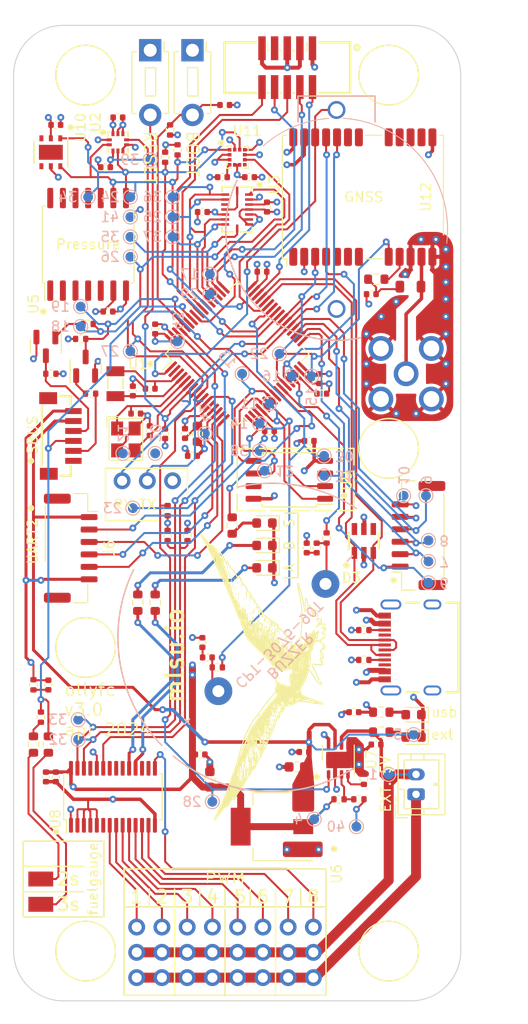
<source format=kicad_pcb>
(kicad_pcb (version 20221018) (generator pcbnew)
  (layers (0 "F.Cu" signal) (1 "In1.Cu" signal) (2 "In2.Cu" signal) (31 "B.Cu" signal) (34 "B.Paste" user) (35 "F.Paste" user) (36 "B.SilkS" user "B.Silkscreen") (37 "F.SilkS" user "F.Silkscreen") (38 "B.Mask" user) (39 "F.Mask" user) (44 "Edge.Cuts" user))
  (net 0 "")
  (net 1 "VBAT")
  (net 2 "GND")
  (net 3 "Net-(U1-PC15)")
  (net 4 "NRST")
  (net 6 "+3.3VA")
  (net 7 "+3V3")
  (net 8 "AIN_2")
  (net 9 "AUX")
  (net 10 "Net-(D4-A)")
  (net 11 "JTMS_SWDIO")
  (net 12 "JTCK_SWCLK")
  (net 13 "JTDI")
  (net 14 "JTDO_SWO")
  (net 15 "JTRST")
  (net 16 "BOOT0")
  (net 17 "HSE_OUT")
  (net 18 "HSE_IN")
  (net 19 "PRES_DRDY")
  (net 22 "IMU_DRDY")
  (net 23 "SPI3_MOSI")
  (net 24 "SPI3_MISO")
  (net 25 "SPI3_SCK")
  (net 26 "SPI2_MOSI")
  (net 27 "SPI2_MISO")
  (net 28 "SPI2_SCK")
  (net 29 "SPI2_NSS")
  (net 30 "Net-(U3-INT1)")
  (net 31 "ACC_CS")
  (net 32 "GYRO_CS")
  (net 34 "Net-(U4-CC1)")
  (net 35 "Net-(U4-CC2)")
  (net 36 "VBUS")
  (net 38 "USBD+")
  (net 39 "USBD-")
  (net 51 "5VIN")
  (net 52 "VIN_EXT")
  (net 53 "Net-(D1-A)")
  (net 54 "Net-(D2-A)")
  (net 55 "PWR_STATE")
  (net 56 "/power/VSNS")
  (net 57 "/power/ILIM")
  (net 59 "Net-(D6-A)")
  (net 60 "Net-(D7-A)")
  (net 62 "/power/ch1")
  (net 63 "/power/ch2")
  (net 64 "/power/ch3")
  (net 65 "/power/ch4")
  (net 66 "/power/ch5")
  (net 67 "/power/ch6")
  (net 68 "/power/ch7")
  (net 69 "/power/ch8")
  (net 72 "/power/LED1")
  (net 75 "/power/LED2")
  (net 77 "I2C1_SCL")
  (net 78 "I2C1_SDA")
  (net 79 "SERVO_EN")
  (net 80 "USART1_TX")
  (net 81 "USART1_RX")
  (net 82 "SPI1_NSS")
  (net 83 "SPI1_SCK")
  (net 84 "SPI1_MISO")
  (net 85 "SPI1_MOSI")
  (net 88 "Net-(Q2-B)")
  (net 89 "Net-(Q3-B)")
  (net 92 "/io-sensors/sbus_in")
  (net 93 "/io-sensors/sbus_out")
  (net 94 "/STATUS_LED")
  (net 95 "/io-sensors/s_port")
  (net 96 "Net-(R18-Pad1)")
  (net 97 "/io-sensors/2s")
  (net 98 "/io-sensors/3s")
  (net 99 "USART2_RX")
  (net 100 "USART2_TX")
  (net 101 "USART2_CTS")
  (net 102 "USART2_RTS")
  (net 103 "Net-(U1-PC14)")
  (net 107 "Net-(U11-C1)")
  (net 109 "MAG_DRDY")
  (net 111 "Net-(BZ1-PadN)")
  (net 112 "Net-(BZ1-PadP)")
  (net 113 "Net-(C20-Pad2)")
  (net 114 "Net-(C31-Pad2)")
  (net 115 "BUZZ+")
  (net 116 "BUZZ-")
  (net 117 "I2C3_SDA")
  (net 118 "I2C3_SCL")
  (net 126 "/io-sensors/rf_in")
  (net 127 "USART6_TX")
  (net 128 "USART6_RX")
  (net 129 "TIMEPULSE")
  (net 130 "GNSS_INT")
  (net 131 "Net-(U1-VCAP1)")
  (net 132 "GNSS_RESET")
  (net 133 "Net-(C34-Pad1)")
  (net 134 "/io-sensors/vcc_rf")
  (footprint "Resistor_SMD:R_0402_1005Metric" (layer "F.Cu") (at 142.75 117.74 90)
    (fp_text reference "R10" hide)
    (fp_text value "1K")
  )
  (footprint "LCSC:SOT-23-6_L2.9-W1.6-P0.95-LS2.8-BL-1" (layer "F.Cu") (at 142.75 93.799999)
    (fp_text reference "D3")
    (fp_text value "SRV05-4_C7420376")
  )
  (footprint "Resistor_SMD:R_0402_1005Metric" (layer "F.Cu") (at 109.5 108.25 90)
    (fp_text reference "R19" hide)
    (fp_text value "1.5K")
  )
  (footprint "Capacitor_SMD:C_0402_1005Metric" (layer "F.Cu") (at 143.5 69 180)
    (fp_text reference "C34" hide)
    (fp_text value "10n")
  )
  (footprint "Resistor_SMD:R_0402_1005Metric" (layer "F.Cu") (at 128 106.5 180)
    (fp_text reference "R11" hide)
    (fp_text value "1K")
  )
  (footprint "Resistor_SMD:R_0603_1608Metric" (layer "F.Cu") (at 121.75 100 90)
    (fp_text reference "R26" hide)
    (fp_text value "150")
  )
  (footprint "Capacitor_SMD:C_0402_1005Metric" (layer "F.Cu") (at 122.75 83.02 -90)
    (fp_text reference "C5" hide)
    (fp_text value "100n")
  )
  (footprint "Capacitor_SMD:C_0402_1005Metric" (layer "F.Cu") (at 117 70.75 180)
    (fp_text reference "C15" hide)
    (fp_text value "100n")
  )
  (footprint "Resistor_SMD:R_0402_1005Metric" (layer "F.Cu") (at 110.25 111.5 90)
    (fp_text reference "R18" hide)
    (fp_text value "1.5K")
  )
  (footprint "Capacitor_SMD:C_0402_1005Metric" (layer "F.Cu") (at 126.5 104 90)
    (fp_text reference "C30" hide)
    (fp_text value "100n")
  )
  (footprint "LED_SMD:LED_0603_1608Metric" (layer "F.Cu") (at 132.75 92 180)
    (fp_text reference "D4" hide)
    (fp_text value "KT-0603R")
  )
  (footprint "Resistor_SMD:R_0402_1005Metric" (layer "F.Cu") (at 123 90.75 90)
    (fp_text reference "R6" hide)
    (fp_text value "5.1K")
  )
  (footprint "Package_TO_SOT_SMD:SOT-23" (layer "F.Cu") (at 110.75 74.25 -90)
    (fp_text reference "Q2" hide)
    (fp_text value "MMBT3904")
  )
  (footprint "Capacitor_SMD:C_0402_1005Metric" (layer "F.Cu") (at 111.75 117.5 -90)
    (fp_text reference "C21" hide)
    (fp_text value "4.7u")
  )
  (footprint "LCSC:SMA-TH_KH-SMA-KE-Z" (layer "F.Cu") (at 147 77 90)
    (fp_text reference "J5" hide)
    (fp_text value "GNSS_RF")
  )
  (footprint "Package_TO_SOT_SMD:SOT-223" (layer "F.Cu") (at 133.5 122.5 180)
    (fp_text reference "U6")
    (fp_text value "AMS1117-3.3")
  )
  (footprint "Package_SO:TSSOP-28_4.4x9.7mm_P0.65mm" (layer "F.Cu") (at 117.5 119.5 90)
    (fp_text reference "U8")
    (fp_text value "PCA9685PW")
  )
  (footprint "Capacitor_SMD:C_0402_1005Metric" (layer "F.Cu") (at 133 60.25 -90)
    (fp_text reference "C14" hide)
    (fp_text value "100n")
  )
  (footprint "Capacitor_SMD:C_0402_1005Metric" (layer "F.Cu") (at 124.75 83 90)
    (fp_text reference "C9" hide)
    (fp_text value "100n")
  )
  (footprint "LCSC:USB-C-SMD_G-SWITCH_GT-USB-7010ASV" (layer "F.Cu") (at 147.25 104.5 90)
    (fp_text reference "U4" hide)
    (fp_text value "GT-USB-7010ASV")
  )
  (footprint "Connector_JST:JST_PH_B2B-PH-K_1x02_P2.00mm_Vertical" (layer "F.Cu") (at 148 119.25 90)
    (fp_text reference "J1" hide)
    (fp_text value "Conn_01x02")
  )
  (footprint "Capacitor_SMD:C_0402_1005Metric" (layer "F.Cu") (at 119.8 81 180)
    (fp_text reference "C7" hide)
    (fp_text value "10p")
  )
  (footprint "Connector_PinHeader_2.54mm:PinHeader_1x08_P2.54mm_Vertical" (layer "F.Cu") (at 119.888 137.668 90)
    (fp_text reference "J4" hide)
    (fp_text value "Conn_01x09")
  )
  (footprint "Resistor_SMD:R_0402_1005Metric" (layer "F.Cu") (at 140.25 119.75)
    (fp_text reference "R7" hide)
    (fp_text value "1.5K")
  )
  (footprint "Capacitor_SMD:C_0402_1005Metric" (layer "F.Cu") (at 116.75 56.25)
    (fp_text reference "C11" hide)
    (fp_text value "100n")
  )
  (footprint "Capacitor_SMD:C_0402_1005Metric" (layer "F.Cu") (at 133.25 82.75 180)
    (fp_text reference "C1" hide)
    (fp_text value "100n")
  )
  (footprint "LCSC:IDC-SMD_10P-P1.27_X1270WVS-2X05B-6TV01" (layer "F.Cu") (at 135.04 46.25 180)
    (fp_text reference "CN1" hide)
    (fp_text value "20021521-00010T1LF")
  )
  (footprint "Resistor_SMD:R_0603_1608Metric" (layer "F.Cu") (at 144.5 111)
    (fp_text reference "R5" hide)
    (fp_text value "150")
  )
  (footprint "Resistor_SMD:R_0402_1005Metric" (layer "F.Cu") (at 123 93.25 90)
    (fp_text reference "R13" hide)
    (fp_text value "5.1K")
  )
  (footprint "Capacitor_SMD:C_0402_1005Metric" (layer "F.Cu") (at 126.5 60.75 180)
    (fp_text reference "C13" hide)
    (fp_text value "100n")
  )
  (footprint "Capacitor_SMD:C_0402_1005Metric" (layer "F.Cu") (at 127 105.5 180)
    (fp_text reference "C20" hide)
    (fp_text value "100n")
  )
  (footprint "Capacitor_SMD:C_0402_1005Metric" (layer "F.Cu") (at 137.25 83.75)
    (fp_text reference "C23" hide)
    (fp_text value "100n")
  )
  (footprint "Capacitor_SMD:C_0402_1005Metric" (layer "F.Cu") (at 143.98 114.25 180)
    (fp_text reference "C19" hide)
    (fp_text value "100n")
  )
  (footprint "Package_SON:VSON-8-1EP_3x3mm_P0.65mm_EP1.65x2.4mm" (layer "F.Cu") (at 140.175 115.8 90)
    (fp_text reference "U7")
    (fp_text value "TPS2113ADRBR")
  )
  (footprint "Connector_JST:JST_GH_SM06B-GHS-TB_1x06-1MP_P1.25mm_Horizontal" (layer "F.Cu") (at 148.25 93.25 90)
    (fp_text reference "J7" hide)
    (fp_text value "Conn_01x06")
  )
  (footprint "MountingHole:MountingHole_3.2mm_M3" (layer "F.Cu") (at 114.75 104.5)
    (fp_text reference "H3" hide)
    (fp_text value "DIN912")
  )
  (footprint "TestPoint:TestPoint_Pad_2.0x2.0mm" (layer "F.Cu") (at 110.236 127.762)
    (fp_text reference "TP2" hide)
    (fp_text value "TestPoint")
  )
  (footprint "Resistor_SMD:R_0402_1005Metric" (layer "F.Cu") (at 142.75 105.75)
    (fp_text reference "R3" hide)
    (fp_text value "5.1K")
  )
  (footprint "Button_Switch_THT:SW_PUSH_1P1T_6x3.5mm_H4.3_APEM_MJTP1243" (layer "F.Cu") (at 121.25 44.5 -90)
    (fp_text reference "SW1" hide)
    (fp_text value "SW_RST")
  )
  (footprint "Capacitor_SMD:C_0402_1005Metric" (layer "F.Cu") (at 119.5 78.73 -90)
    (fp_text reference "C25" hide)
    (fp_text value "33p")
  )
  (footprint "MountingHole:MountingHole_3.2mm_M3" (layer "F.Cu") (at 145.25 135)
    (fp_text reference "H2" hide)
    (fp_text value "DIN912")
  )
  (footprint "Capacitor_SMD:C_0402_1005Metric" (layer "F.Cu") (at 137 94.5 90)
    (fp_text reference "C32" hide)
    (fp_text value "100n")
  )
  (footprint "Connector_PinHeader_2.54mm:PinHeader_1x08_P2.54mm_Vertical" (layer "F.Cu") (at 119.888 132.588 90)
    (fp_text reference "J2" hide)
    (fp_text value "Conn_01x09")
  )
  (footprint "LED_SMD:LED_0603_1608Metric" (layer "F.Cu") (at 147.75 113.5 180)
    (fp_text reference "D1" hide)
    (fp_text value "19-213/Y2C-CQ2R2L/3T(CY)")
  )
  (footprint "Capacitor_SMD:C_0402_1005Metric" (layer "F.Cu") (at 141.75 111 180)
    (fp_text reference "C16" hide)
    (fp_text value "100n")
  )
  (footprint "Capacitor_SMD:C_0402_1005Metric" (layer "F.Cu") (at 126.27 115.25)
    (fp_text reference "C36" hide)
    (fp_text value "100n")
  )
  (footprint "Capacitor_SMD:C_0402_1005Metric" (layer "F.Cu") (at 110.75 117.5 -90)
    (fp_text reference "C22" hide)
    (fp_text value "100n")
  )
  (footprint "Resistor_SMD:R_0402_1005Metric" (layer "F.Cu") (at 111.25 77)
    (fp_text reference "R14" hide)
    (fp_text value "5.1K")
  )
  (footprint "Inductor_SMD:L_0805_2012Metric" (layer "F.Cu") (at 147.4375 68.25)
    (fp_text reference "L1" hide)
    (fp_text value "27nH")
  )
  (footprint "MountingHole:MountingHole_3.2mm_M3" (layer "F.Cu") (at 114.75 47)
    (fp_text reference "H4" hide)
    (fp_text value "DIN912")
  )
  (footprint "Package_TO_SOT_SMD:SOT-23" (layer "F.Cu") (at 114.75 76.25 90)
    (fp_text reference "Q3" hide)
    (fp_text value "MMBT3904")
  )
  (footprint "Connector_PinHeader_2.54mm:PinHeader_1x03_P2.54mm_Vertical" (layer "F.Cu") (at 123.5 87.75 -90)
    (fp_text reference "J8" hide)
    (fp_text value "Conn_01x03")
  )
  (footprint "Package_SO:SOIC-8_5.23x5.23mm_P1.27mm" (layer "F.Cu") (at 135.25 87.655 180)
    (fp_text reference "U9")
    (fp_text value "W25Q128JVS")
  )
  (footprint "Resistor_SMD:R_0402_1005Metric" (layer "F.Cu") (at 142.75 102.75)
    (fp_text reference "R4" hide)
    (fp_text value "5.1K")
  )
  (footprint "Resistor_SMD:R_0603_1608Metric" (layer "F.Cu") (at 109.5 114.25 90)
    (fp_text reference "R20" hide)
    (fp_text value "3K")
  )
  (footprint "Resistor_SMD:R_0402_1005Metric" (layer "F.Cu") (at 114.25 73.5 180)
    (fp_text reference "R17" hide)
    (fp_text value "5.1K")
  )
  (footprint "MountingHole:MountingHole_3.2mm_M3" (layer "F.Cu") (at 145.25 47)
    (fp_text reference "H5" hide)
    (fp_text value "DIN912")
  )
  (footprint "Capacitor_SMD:C_0402_1005Metric" (layer "F.Cu") (at 121.75 72.5 90)
    (fp_text reference "C4" hide)
    (fp_text value "100n")
  )
  (footprint "Inductor_SMD:L_0603_1608Metric" (layer "F.Cu") (at 126 83.037501 90)
    (fp_text reference "FB1" hide)
    (fp_text value "GZ1608D601TF")
  )
  (footprint "Package_SON:Texas_PWSON-N6" (layer "F.Cu") (at 111.25 54.75 -90)
    (fp_text reference "U10")
    (fp_text value "HDC1080")
  )
  (footprint "Connector_JST:JST_GH_SM06B-GHS-TB_1x06-1MP_P1.25mm_Horizontal" (layer "F.Cu") (at 113.25 94.525 -90)
    (fp_text reference "J6")
    (fp_text value "Conn_01x06")
  )
  (footprint "Capacitor_SMD:C_0402_1005Metric" (layer "F.Cu") (at 138 94.5 -90)
    (fp_text reference "C31" hide)
    (fp_text value "100n")
  )
  (footprint "Resistor_SMD:R_0402_1005Metric" (layer "F.Cu") (at 124 54.51 90)
    (fp_text reference "R2" hide)
    (fp_text value "5.1K")
  )
  (footprint "Resistor_SMD:R_0402_1005Metric" (layer "F.Cu") (at 123.25 52.509999 90)
    (fp_text reference "R25" hide)
    (fp_text value "5.1K")
  )
  (footprint "LCSC:CONN-SMD_BM06B-SRSS-TBT-LF-SN" (layer "F.Cu") (at 112.25 83.25 -90)
    (fp_text reference "CN2" hide)
    (fp_text value "BM06B-SRSS-TBT(LF)(SN)")
  )
  (footprint "Resistor_SMD:R_0603_1608Metric" (layer "F.Cu") (at 144 67.5)
    (fp_text reference "R22" hide)
    (fp_text value "10")
  )
  (footprint "LCSC:SENSORM-SMD_BMP388" (layer "F.Cu") (at 118 53.75 90)
    (fp_text reference "U2")
    (fp_text value "BMP388")
  )
  (footprint "MountingHole:MountingHole_3.2mm_M3" (layer "F.Cu") (at 114.75 135)
    (fp_text reference "H1" hide)
    (fp_text value "DIN912")
  )
  (footprint "LED_SMD:LED_0603_1608Metric" (layer "F.Cu") (at 132.75 96.5 180)
    (fp_text reference "D7" hide)
    (fp_text value "19-213/Y2C-CQ2R2L/3T(CY)")
  )
  (footprint "LED_SMD:LED_0603_1608Metric" (layer "F.Cu") (at 147.75 111.25 180)
    (fp_text reference "D2" hide)
    (fp_text value "KT-0603R")
  )
  (footprint "Connector_PinHeader_2.54mm:PinHeader_1x08_P2.54mm_Vertical" (layer "F.Cu") (at 119.888 135.128 90)
    (fp_text reference "J3" hide)
    (fp_text value "Conn_01x09")
  )
  (footprint "LCSC:OSC-SMD_4P-L3.2-W2.5-BL" (layer "F.Cu") (at 118.8 83.6 -90)
    (fp_text reference "X1" hide)
    (fp_text value "X322512MSB4SI")
  )
  (footprint "Resistor_SMD:R_0402_1005Metric" (layer "F.Cu") (at 122.75 55.25 90)
    (fp_text reference "R1" hide)
    (fp_text value "5.1K")
  )
  (footprint "Resistor_SMD:R_0603_1608Metric" (layer "F.Cu") (at 120 100 90)
    (fp_text reference "R27" hide)
    (fp_text value "150")
  )
  (footprint "Package_QFP:LQFP-64_10x10mm_P0.5mm" (layer "F.Cu") (at 130 75 45)
    (fp_text reference "U1")
    (fp_text value "STM32F401RCTx")
  )
  (footprint "LCSC:LGA-16_L4.5-W3.0-P0.50-BL" (layer "F.Cu") (at 130 60.5 180)
    (fp_text reference "U3")
    (fp_text value "BMI088")
  )
  (footprint "Capacitor_SMD:C_0402_1005Metric" (layer "F.Cu") (at 138.25 77.5 -90)
    (fp_text reference "C2" hide)
    (fp_text value "100n")
  )
  (footprint "Capacitor_SMD:C_0402_1005Metric" (layer "F.Cu") (at 128.52 57.25 180)
    (fp_text reference "C29" hide)
    (fp_text value "100n")
  )
  (footprint "LED_SMD:LED_0603_1608Metric" (layer "F.Cu") (at 132.75 94.25 180)
    (fp_text reference "D6" hide)
    (fp_text value "KT-0603R")
  )
  (footprint "Resistor_SMD:R_0402_1005Metric" (layer "F.Cu") (at 125 93.25 90)
    (fp_text reference "R12" hide)
    (fp_text value "5.1K")
  )
  (footprint "LCSC:FC-135R_L3.2-W1.5" (layer "F.Cu") (at 117.75 78 -90)
    (fp_text reference "X2" hide)
    (fp_text value "Q13FC1350000400")
  )
  (footprint "Package_LGA:LGA-12_2x2mm_P0.5mm" (layer "F.Cu") (at 130 55.25)
    (fp_text reference "U11")
    (fp_text value "LIS3MDL")
  )
  (footprint "Capacitor_SMD:C_0402_1005Metric" (layer "F.Cu") (at 131.25 57.25)
    (fp_text reference "C28" hide)
    (fp_text value "100n")
  )
  (footprint "Resistor_SMD:R_0603_1608Metric" (layer "F.Cu") (at 129.5 92.25 -90)
    (fp_text reference "R24" hide)
    (fp_text value "150")
  )
  (footprint "Resistor_SMD:R_0402_1005Metric" (layer "F.Cu") (at 115 72 180)
    (fp_text reference "R15" hide)
    (fp_text value "5.1K")
  )
  (footprint "MountingHole:MountingHole_3.2mm_M3" (layer "F.Cu") (at 145.25 84.5)
    (fp_text reference "H6" hide)
    (fp_text value "DIN912")
  )
  (footprint "LOGO" (layer "F.Cu") (at 135 107.75 90)
    (fp_text reference "G***" hide)
    (fp_text value "LOGO" hide)
  )
  (footprint "Capacitor_SMD:C_0603_1608Metric" (layer "F.Cu") (at 136 116.5 180)
    (fp_text reference "C17" hide)
    (fp_text value "4.7u")
  )
  (footprint "Capacitor_SMD:C_0402_1005Metric" (layer "F.Cu") (at 125.5 85.25 180)
    (fp_text reference "C10" hide)
    (fp_text value "4.7u")
  )
  (footprint "TestPoint:TestPoint_Pad_2.0x2.0mm" (layer "F.Cu") (at 110.236 130.302)
    (fp_text reference "TP3" hide)
    (fp_text value "TestPoint")
  )
  (footprint "Capacitor_SMD:C_0402_1005Metric" (layer "F.Cu") (at 111 108.27 90)
    (fp_text reference "C24" hide)
    (fp_text value "100n")
  )
  (footprint "RF_GPS:ublox_NEO" (layer "F.Cu") (at 142.65 59.25 90)
    (fp_text reference "U12")
    (fp_text value "NEO-M8N")
  )
  (footprint "Resistor_SMD:R_0603_1608Metric" (layer "F.Cu") (at 144.5 113)
    (fp_text reference "R9" hide)
    (fp_text value "150")
  )
  (footprint "Capacitor_SMD:C_0603_1608Metric" (layer "F.Cu") (at 127.25 117.75 90)
    (fp_text reference "C18" hide)
    (fp_text value "4.7u")
  )
  (footprint "Capacitor_SMD:C_0402_1005Metric" (layer "F.Cu") (at 111.75 52 180)
    (fp_text reference "C27" hide)
    (fp_text value "100n")
  )
  (footprint "Capacitor_SMD:C_0402_1005Metric" (layer "F.Cu") (at 138.52 79)
    (fp_text reference "C33" hide)
    (fp_text value "4.7u")
  )
  (footprint "Capacitor_SMD:C_0402_1005Metric" (layer "F.Cu") (at 136.73 115 180)
    (fp_text reference "C35" hide)
    (fp_text value "100n")
  )
  (footprint "Resistor_SMD:R_0402_1005Metric" (layer "F.Cu") (at 139 93.5 -90)
    (fp_text reference "R21" hide)
    (fp_text value "1K")
  )
  (footprint "Resistor_SMD:R_0402_1005Metric" (layer "F.Cu") (at 142.25 119.75)
    (fp_text reference "R8" hide)
    (fp_text value "1.5K")
  )
  (footprint "Capacitor_SMD:C_0402_1005Metric" (layer "F.Cu") (at 118 51.25)
    (fp_text reference "C12" hide)
    (fp_text value "100n")
  )
  (footprint "Button_Switch_THT:SW_PUSH_1P1T_6x3.5mm_H4.3_APEM_MJTP1243" (layer "F.Cu") (at 125.5 44.5 -90)
    (fp_text reference "SW2" hide)
    (fp_text value "SW_RST")
  )
  (footprint "Capacitor_SMD:C_0402_1005Metric" (layer "F.Cu") (at 121.25 78.5)
    (fp_text reference "C26" hide)
    (fp_text value "33p")
  )
  (footprint "Package_SO:SOIC-14W_7.5x9mm_P1.27mm" (layer "F.Cu") (at 115 64 90)
    (fp_text reference "U5")
    (fp_text value "NPA-730B-10WD")
  )
  (footprint "Resistor_SMD:R_0603_1608Metric" (layer "F.Cu") (at 111 114.25 90)
    (fp_text reference "R23" hide)
    (fp_text value "7.5K")
  )
  (footprint "Resistor_SMD:R_0402_1005Metric" (layer "F.Cu") (at 115.25 79)
    (fp_text reference "R16" hide)
    (fp_text value "5.1K")
  )
  (footprint "Capacitor_SMD:C_0402_1005Metric" (layer "F.Cu") (at 132.5 66.75)
    (fp_text reference "C3" hide)
    (fp_text value "100n")
  )
  (footprint "Capacitor_SMD:C_0402_1005Metric" (layer "F.Cu") (at 121.2 82.72 -90)
    (fp_text reference "C6" hide)
    (fp_text value "10p")
  )
  (footprint "Capacitor_SMD:C_0402_1005Metric" (layer "F.Cu") (at 128.75 50)
    (fp_text reference "C8" hide)
    (fp_text value "100n")
  )
  (footprint "TestPoint:TestPoint_Pad_D1.0mm" (layer "B.Cu") (at 132.25 84.75)
    (fp_text reference "TP38" hide)
    (fp_text value "TestPoint")
  )
  (footprint "TestPoint:TestPoint_Pad_D1.0mm" (layer "B.Cu") (at 137.5 77.25 180)
    (fp_text reference "TP15" hide)
    (fp_text value "TestPoint")
  )
  (footprint "TestPoint:TestPoint_Pad_D1.0mm" (layer "B.Cu") (at 142 122.5 180)
    (fp_text reference "TP40" hide)
    (fp_text value "TestPoint")
  )
  (footprint "TestPoint:TestPoint_Pad_D1.0mm" (layer "B.Cu") (at 138.75 87.25 180)
    (fp_text reference "TP31" hide)
    (fp_text value "TestPoint")
  )
  (footprint "TestPoint:TestPoint_Pad_D1.0mm" (layer "B.Cu") (at 132.25 82 180)
    (fp_text reference "TP14" hide)
    (fp_text value "TestPoint")
  )
  (footprint "TestPoint:TestPoint_Pad_D1.0mm" (layer "B.Cu") (at 124 73.75 180)
    (fp_text reference "TP43" hide)
    (fp_text value "TestPoint")
  )
  (footprint "TestPoint:TestPoint_Pad_D1.0mm" (layer "B.Cu") (at 134.25 75 180)
    (fp_text reference "TP22" hide)
    (fp_text value "TestPoint")
  )
  (footprint "TestPoint:TestPoint_Pad_D1.0mm" (layer "B.Cu") (at 149.25 93.75)
    (fp_text reference "TP8" hide)
    (fp_text value "TestPoint")
  )
  (footprint "TestPoint:TestPoint_Pad_D1.0mm" (layer "B.Cu") (at 119.25 63.25 180)
    (fp_text reference "TP35" hide)
    (fp_text value "TestPoint")
  )
  (footprint "TestPoint:TestPoint_Pad_D1.0mm" (layer "B.Cu") (at 130.5 77)
    (fp_text reference "TP13" hide)
    (fp_text value "TestPoint")
  )
  (footprint "TestPoint:TestPoint_Pad_D1.0mm" (layer "B.Cu") (at 118.5 85 180)
    (fp_text reference "TP21" hide)
    (fp_text value "TestPoint")
  )
  (footprint "TestPoint:TestPoint_Pad_D1.0mm" (layer "B.Cu") (at 114.25 70.25 180)
    (fp_text reference "TP19" hide)
    (fp_text value "TestPoint")
  )
  (footprint "TestPoint:TestPoint_Pad_D1.0mm" (layer "B.Cu") (at 119.25 59.25 180)
    (fp_text reference "TP24" hide)
    (fp_text value "TestPoint")
  )
  (footprint "TestPoint:TestPoint_Pad_D1.0mm" (layer "B.Cu") (at 114 113.75 180)
    (fp_text reference "TP32" hide)
    (fp_text value "TestPoint")
  )
  (footprint "TestPoint:TestPoint_Pad_D1.0mm" (layer "B.Cu") (at 119.25 61.25 180)
    (fp_text reference "TP41" hide)
    (fp_text value "TestPoint")
  )
  (footprint "TestPoint:TestPoint_Pad_D1.0mm" (layer "B.Cu") (at 138.75 85.25 180)
    (fp_text reference "TP30" hide)
    (fp_text value "TestPoint")
  )
  (footprint "TestPoint:TestPoint_Pad_D1.0mm" (layer "B.Cu") (at 149 89.25 -135)
    (fp_text reference "TP9" hide)
    (fp_text value "TestPoint")
  )
  (footprint "TestPoint:TestPoint_Pad_D1.0mm" (layer "B.Cu") (at 146.75 89.25 90)
    (fp_text reference "TP10" hide)
    (fp_text value "TestPoint")
  )
  (footprint "TestPoint:TestPoint_Pad_D1.0mm" (layer "B.Cu") (at 135.5 77.25 180)
    (fp_text reference "TP16" hide)
    (fp_text value "TestPoint")
  )
  (footprint "TestPoint:TestPoint_Pad_D1.0mm" (layer "B.Cu") (at 115 59.25 180)
    (fp_text reference "TP34" hide)
    (fp_text value "TestPoint")
  )
  (footprint "TestPoint:TestPoint_Pad_D1.0mm" (layer "B.Cu") (at 127.25 67 180)
    (fp_text reference "TP17" hide)
    (fp_text value "TestPoint")
  )
  (footprint "TestPoint:TestPoint_Pad_D1.0mm" (layer "B.Cu") (at 127.5 120 180)
    (fp_text reference "TP28" hide)
    (fp_text value "TestPoint")
  )
  (footprint "TestPoint:TestPoint_Pad_D1.0mm" (layer "B.Cu") (at 126.75 83 180)
    (fp_text reference "TP42" hide)
    (fp_text value "TestPoint")
  )
  (footprint "TestPoint:TestPoint_Pad_D1.0mm" (layer "B.Cu") (at 123.5 63.25 180)
    (fp_text reference "TP37" hide)
    (fp_text value "TestPoint")
  )
  (footprint "TestPoint:TestPoint_Pad_D1.0mm" (layer "B.Cu") (at 132.75 86.75 180)
    (fp_text reference "TP12" hide)
    (fp_text value "TestPoint")
  )
  (footprint "TestPoint:TestPoint_Pad_D1.0mm" (layer "B.Cu") (at 127.25 69 180)
    (fp_text reference "TP29" hide)
    (fp_text value "TestPoint")
  )
  (footprint "TestPoint:TestPoint_Pad_D1.0mm" (layer "B.Cu") (at 119.25 65.25 180)
    (fp_text reference "TP26" hide)
    (fp_text value "TestPoint")
  )
  (footprint "LCSC:BH-25C-1_ADM" (layer "B.Cu") (at 140 70.4898)
    (fp_text reference "BT1" hide)
    (fp_text value "2998")
  )
  (footprint "TestPoint:TestPoint_Pad_D1.0mm" (layer "B.Cu") (at 137.75 121.75 180)
    (fp_text reference "TP4" hide)
    (fp_text value "TestPoint")
  )
  (footprint "TestPoint:TestPoint_Pad_D1.0mm" (layer "B.Cu") (at 147.75 113.25 180)
    (fp_text reference "TP5" hide)
    (fp_text value "TestPoint")
  )
  (footprint "TestPoint:TestPoint_Pad_D1.0mm" (layer "B.Cu") (at 123.5 59.25 180)
    (fp_text reference "TP36" hide)
    (fp_text value "TestPoint")
  )
  (footprint "TestPoint:TestPoint_Pad_D1.0mm" (layer "B.Cu") (at 149.25 98)
    (fp_text reference "TP6" hide)
    (fp_text value "TestPoint")
  )
  (footprint "TestPoint:TestPoint_Pad_D1.0mm" (layer "B.Cu") (at 121.25 55.5 180)
    (fp_text reference "TP39" hide)
    (fp_text value "TestPoint")
  )
  (footprint "TestPoint:TestPoint_Pad_D1.0mm" (layer "B.Cu") (at 121.75 85 180)
    (fp_text reference "TP20" hide)
    (fp_text value "TestPoint")
  )
  (footprint "TestPoint:TestPoint_Pad_D1.0mm" (layer "B.Cu") (at 145.25 117.25 180)
    (fp_text reference "TP1" hide)
    (fp_text value "TestPoint")
  )
  (footprint "TestPoint:TestPoint_Pad_D1.0mm" (layer "B.Cu") (at 114.25 72.25 180)
    (fp_text reference "TP18" hide)
    (fp_text value "TestPoint")
  )
  (footprint "TestPoint:TestPoint_Pad_D1.0mm" (layer "B.Cu") (at 119.5 90.5 180)
    (fp_text reference "TP23" hide)
    (fp_text value "TestPoint")
  )
  (footprint "TestPoint:TestPoint_Pad_D1.0mm" (layer "B.Cu") (at 119.25 74.75 180)
    (fp_text reference "TP27" hide)
    (fp_text value "TestPoint")
  )
  (footprint "TestPoint:TestPoint_Pad_D1.0mm" (layer "B.Cu") (at 123.5 61.25 180)
    (fp_text reference "TP25" hide)
    (fp_text value "TestPoint")
  )
  (footprint "TestPoint:TestPoint_Pad_D1.0mm" (layer "B.Cu") (at 133.25 80 180)
    (fp_text reference "TP11" hide)
    (fp_text value "TestPoint")
  )
  (footprint "TestPoint:TestPoint_Pad_D1.0mm" (layer "B.Cu") (at 149.25 95.853553)
    (fp_text reference "TP7" hide)
    (fp_text value "TestPoint")
  )
  (footprint "TestPoint:TestPoint_Pad_D1.0mm" (layer "B.Cu") (at 114 111.75 180)
    (fp_text reference "TP33" hide)
    (fp_text value "TestPoint")
  )
  (footprint "LCSC:XDCR_CPT-3075-90T" (layer "B.Cu") (at 133.5 103.5 45)
    (fp_text reference "BZ1" hide)
    (fp_text value "102-CPT-3075-90T-ND")
  )
  (gr_arc (start 133.5 88.000001) (mid 137.925384 88.645171) (end 141.982364 90.526972) (stroke (width 0.15)) (layer "B.SilkS"))
  (gr_arc (start 133.5 119) (mid 128.223408 118.074209) (end 123.57714 115.407429) (stroke (width 0.15)) (layer "B.SilkS"))
  (gr_arc (start 118.000001 103.5) (mid 118.399346 100.004258) (end 119.576802 96.688646) (stroke (width 0.15)) (layer "B.SilkS"))
  (gr_arc (start 130.032768 88.392773) (mid 131.755296 88.098506) (end 133.5 88) (stroke (width 0.15)) (layer "B.SilkS"))
  (gr_arc (start 141.692656 116.657902) (mid 137.760429 118.402978) (end 133.5 119) (stroke (width 0.15)) (layer "B.SilkS"))
  (gr_arc (start 122.417397 114.336323) (mid 119.146772 109.351053) (end 118.000001 103.5) (stroke (width 0.15)) (layer "B.SilkS"))
  (gr_circle (center 116.5 52.75) (end 116.75 52.75) (stroke (width 0.15)) (fill solid) (layer "F.SilkS"))
  (gr_line (start 131.318 130.556) (end 131.318 128.778) (stroke (width 0.15)) (layer "F.SilkS"))
  (gr_line (start 133.858 130.556) (end 133.858 128.778) (stroke (width 0.15)) (layer "F.SilkS"))
  (gr_rect (start 118.618 126.746) (end 138.938 139.446) (stroke (width 0.15)) (fill none) (layer "F.SilkS"))
  (gr_circle (center 128.4 53.8) (end 128.65 53.8) (stroke (width 0.15)) (fill solid) (layer "F.SilkS"))
  (gr_line (start 128.778 139.446) (end 128.778 130.81) (stroke (width 0.15)) (layer "F.SilkS"))
  (gr_circle (center 110.5 70.75) (end 110.75 70.75) (stroke (width 0.15)) (fill solid) (layer "F.SilkS"))
  (gr_circle (center 139.75 124.749999) (end 139.749999 124.5) (stroke (width 0.15)) (fill solid) (layer "F.SilkS"))
  (gr_circle (center 145.75 97.75) (end 145.75 98) (stroke (width 0.15)) (fill solid) (layer "F.SilkS"))
  (gr_circle (center 111.75 123) (end 112 123) (stroke (width 0.15)) (fill solid) (layer "F.SilkS"))
  (gr_line (start 121.158 130.556) (end 121.158 128.778) (stroke (width 0.15)) (layer "F.SilkS"))
  (gr_line (start 108.458 123.952) (end 116.586 123.952) (stroke (width 0.15)) (layer "F.SilkS"))
  (gr_circle (center 114.75 135) (end 114.75 132) (stroke (width 0.15)) (fill none) (layer "F.SilkS"))
  (gr_line (start 108.458 126.492) (end 108.458 129.032) (stroke (width 0.15)) (layer "F.SilkS"))
  (gr_circle (center 145.25 135) (end 145.25 132) (stroke (width 0.15)) (fill none) (layer "F.SilkS"))
  (gr_circle (center 132.25 58) (end 132.5 58) (stroke (width 0.15)) (fill solid) (layer "F.SilkS"))
  (gr_line (start 108.458 129.032) (end 114.554 129.032) (stroke (width 0.15)) (layer "F.SilkS"))
  (gr_circle (center 145.25 84.5) (end 142.25 84.5) (stroke (width 0.15)) (fill none) (layer "F.SilkS"))
  (gr_line (start 108.458 126.492) (end 114.554 126.492) (stroke (width 0.15)) (layer "F.SilkS"))
  (gr_line (start 125 86.5) (end 125 89) (stroke (width 0.15)) (layer "F.SilkS"))
  (gr_line (start 128.778 130.556) (end 128.778 128.778) (stroke (width 0.15)) (layer "F.SilkS"))
  (gr_line (start 133.858 139.446) (end 133.858 130.81) (stroke (width 0.15)) (layer "F.SilkS"))
  (gr_circle (center 121.25 76) (end 121.5 76) (stroke (width 0.15)) (fill solid) (layer "F.SilkS"))
  (gr_line (start 136.125 91) (end 136.125 97.5) (stroke (width 0.15)) (layer "F.SilkS"))
  (gr_circle (center 109.25 90.5) (end 109.5 90.5) (stroke (width 0.15)) (fill solid) (layer "F.SilkS"))
  (gr_line (start 116.75 86.5) (end 125 86.5) (stroke (width 0.15)) (layer "F.SilkS"))
  (gr_line (start 136.398 130.556) (end 136.398 128.778) (stroke (width 0.15)) (layer "F.SilkS"))
  (gr_circle (center 145.25 47) (end 142.25 47) (stroke (width 0.15)) (fill none) (layer "F.SilkS"))
  (gr_line (start 108.458 126.492) (end 108.458 123.952) (stroke (width 0.15)) (layer "F.SilkS"))
  (gr_rect (start 130 84.5) (end 141.75 90.75) (stroke (width 0.15) (type dash)) (fill none) (layer "F.SilkS"))
  (gr_line (start 123.698 139.446) (end 123.698 130.81) (stroke (width 0.15)) (layer "F.SilkS"))
  (gr_line (start 116.586 131.572) (end 108.458 131.572) (stroke (width 0.15)) (layer "F.SilkS"))
  (gr_circle (center 140.75 89.25) (end 140.75 89.5) (stroke (width 0.15)) (fill solid) (layer "F.SilkS"))
  (gr_line (start 134.75 91) (end 136.125 91) (stroke (width 0.15)) (layer "F.SilkS"))
  (gr_circle (center 114.75 104.5) (end 111.75 104.5) (stroke (width 0.15)) (fill none) (layer "F.SilkS"))
  (gr_line (start 126.238 130.556) (end 126.238 128.778) (stroke (width 0.15)) (layer "F.SilkS"))
  (gr_circle (center 138 117.5) (end 138 117.75) (stroke (width 0.15)) (fill solid) (layer "F.SilkS"))
  (gr_line (start 108.458 131.572) (end 108.458 129.032) (stroke (width 0.15)) (layer "F.SilkS"))
  (gr_line (start 122 91.75) (end 116.75 91.75) (stroke (width 0.15)) (layer "F.SilkS"))
  (gr_line (start 118.618 130.556) (end 138.938 130.556) (stroke (width 0.15)) (layer "F.SilkS"))
  (gr_circle (center 114.75 47) (end 111.75 47) (stroke (width 0.15)) (fill none) (layer "F.SilkS"))
  (gr_circle (center 141 96.25) (end 141 96.5) (stroke (width 0.15)) (fill solid) (layer "F.SilkS"))
  (gr_line (start 116.75 91.75) (end 116.75 86.5) (stroke (width 0.15)) (layer "F.SilkS"))
  (gr_line (start 123.698 130.556) (end 123.698 128.778) (stroke (width 0.15)) (layer "F.SilkS"))
  (gr_circle (center 109.25 85.75) (end 109.5 85.75) (stroke (width 0.15)) (fill solid) (layer "F.SilkS"))
  (gr_line (start 116.586 123.952) (end 116.586 131.572) (stroke (width 0.15)) (layer "F.SilkS"))
  (gr_circle (center 113.25 52.25) (end 113.426777 52.426777) (stroke (width 0.15)) (fill solid) (layer "F.SilkS"))
  (gr_line (start 136.125 97.5) (end 134.75 97.5) (stroke (width 0.15)) (layer "F.SilkS"))
  (gr_arc (start 112.5 140) (mid 108.964466 138.535534) (end 107.5 135) (stroke (width 0.1)) (layer "Edge.Cuts"))
  (gr_line (start 107.5 135) (end 107.5 47) (stroke (width 0.1)) (layer "Edge.Cuts"))
  (gr_line (start 112.5 42) (end 147.5 42) (stroke (width 0.1)) (layer "Edge.Cuts"))
  (gr_arc (start 107.5 47) (mid 108.964466 43.464466) (end 112.5 42) (stroke (width 0.1)) (layer "Edge.Cuts"))
  (gr_line (start 147.5 140) (end 112.5 140) (stroke (width 0.1)) (layer "Edge.Cuts"))
  (gr_line (start 152.5 47) (end 152.5 135) (stroke (width 0.1)) (layer "Edge.Cuts"))
  (gr_arc (start 147.5 42) (mid 151.035534 43.464466) (end 152.5 47) (stroke (width 0.1)) (layer "Edge.Cuts"))
  (gr_arc (start 152.5 135) (mid 151.035534 138.535534) (end 147.5 140) (stroke (width 0.1)) (layer "Edge.Cuts"))
  (gr_text "18" (at 113.25 72.25) (layer "B.SilkS") (effects (font (size 1 1)) (justify left mirror)))
  (gr_text "29" (at 126.25 69) (layer "B.SilkS") (effects (font (size 1 1)) (justify left mirror)))
  (gr_text "12" (at 133.75 86.75 180) (layer "B.SilkS") (effects (font (size 1 1)) (justify left mirror)))
  (gr_text "32" (at 113 113.75) (layer "B.SilkS") (effects (font (size 1 1)) (justify left mirror)))
  (gr_text "7" (at 150.25 95.853553 180) (layer "B.SilkS") (effects (font (size 1 1)) (justify left mirror)))
  (gr_text "13" (at 129.75 76.25 -45) (layer "B.SilkS") (effects (font (size 1 1)) (justify left mirror)))
  (gr_text "10" (at 146.75 88.25 -90) (layer "B.SilkS") (effects (font (size 1 1)) (justify left mirror)))
  (gr_text "9" (at 149 88.25 -90) (layer "B.SilkS") (effects (font (size 1 1)) (justify left mirror)))
  (gr_text "41" (at 118.25 61.25) (layer "B.SilkS") (effects (font (size 1 1)) (justify left mirror)))
  (gr_text "40" (at 141 122.5) (layer "B.SilkS") (effects (font (size 1 1)) (justify left mirror)))
  (gr_text "21" (at 118.5 84 -90) (layer "B.SilkS") (effects (font (size 1 1)) (justify left mirror)))
  (gr_text "5" (at 146.75 113.25) (layer "B.SilkS") (effects (font (size 1 1)) (justify left mirror)))
  (gr_text "43" (at 124 72.75 270) (layer "B.SilkS") (effects (font (size 1 1)) (justify left mirror)))
  (gr_text "11" (at 132.25 80) (layer "B.SilkS") (effects (font (size 1 1)) (justify left mirror)))
  (gr_text "BUZZER\nCPT-3075-90T" (at 134.75 104.75 225) (layer "B.SilkS") (effects (font (size 1 1)) (justify mirror)))
  (gr_text "34" (at 114 59.25) (layer "B.SilkS") (effects (font (size 1 1)) (justify left mirror)))
  (gr_text "15" (at 137.5 78.25 90) (layer "B.SilkS") (effects (font (size 1 1)) (justify left mirror)))
  (gr_text "19" (at 113.25 70.25) (layer "B.SilkS") (effects (font (size 1 1)) (justify left mirror)))
  (gr_text "16" (at 134.5 77.25) (layer "B.SilkS") (effects (font (size 1 1)) (justify left mirror)))
  (gr_text "36" (at 122.5 59.25) (layer "B.SilkS") (effects (font (size 1 1)) (justify left mirror)))
  (gr_text "26" (at 118.25 65.25) (layer "B.SilkS") (effects (font (size 1 1)) (justify left mirror)))
  (gr_text "8" (at 150.25 93.75 180) (layer "B.SilkS") (effects (font (size 1 1)) (justify left mirror)))
  (gr_text "30" (at 139.75 85.25 180) (layer "B.SilkS") (effects (font (size 1 1)) (justify left mirror)))
  (gr_text "22" (at 133.25 75) (layer "B.SilkS") (effects (font (size 1 1)) (justify left mirror)))
  (gr_text "37" (at 122.5 63.25) (layer "B.SilkS") (effects (font (size 1 1)) (justify left mirror)))
  (gr_text "23" (at 118.5 90.5) (layer "B.SilkS") (effects (font (size 1 1)) (justify left mirror)))
  (gr_text "27" (at 118.25 74.75) (layer "B.SilkS") (effects (font (size 1 1)) (justify left mirror)))
  (gr_text "20" (at 121.75 84 -90) (layer "B.SilkS") (effects (font (size 1 1)) (justify left mirror)))
  (gr_text "6" (at 150.25 98 180) (layer "B.SilkS") (effects (font (size 1 1)) (justify left mirror)))
  (gr_text "24" (at 118.25 59.25) (layer "B.SilkS") (effects (font (size 1 1)) (justify left mirror)))
  (gr_text "38" (at 131.25 84.75) (layer "B.SilkS") (effects (font (size 1 1)) (justify left mirror)))
  (gr_text "42" (at 126.75 82 -90) (layer "B.SilkS") (effects (font (size 1 1)) (justify left mirror)))
  (gr_text "39" (at 120.25 55.5) (layer "B.SilkS") (effects (font (size 1 1)) (justify left mirror)))
  (gr_text "4" (at 136.75 121.75) (layer "B.SilkS") (effects (font (size 1 1)) (justify left mirror)))
  (gr_text "31" (at 139.75 87.25 180) (layer "B.SilkS") (effects (font (size 1 1)) (justify left mirror)))
  (gr_text "25" (at 122.5 61.25) (layer "B.SilkS") (effects (font (size 1 1)) (justify left mirror)))
  (gr_text "14" (at 131.25 82) (layer "B.SilkS") (effects (font (size 1 1)) (justify left mirror)))
  (gr_text "17" (at 126.25 67) (layer "B.SilkS") (effects (font (size 1 1)) (justify left mirror)))
  (gr_text "1" (at 144.25 117.25) (layer "B.SilkS") (effects (font (size 1 1)) (justify left mirror)))
  (gr_text "35" (at 118.25 63.25) (layer "B.SilkS") (effects (font (size 1 1)) (justify left mirror)))
  (gr_text "28" (at 126.5 120) (layer "B.SilkS") (effects (font (size 1 1)) (justify left mirror)))
  (gr_text "33" (at 113 111.75) (layer "B.SilkS") (effects (font (size 1 1)) (justify left mirror)))
  (gr_text "4" (at 127.508 129.54) (layer "F.SilkS") (effects (font (size 1.3 1.3) (thickness 0.2))))
  (gr_text "7" (at 135.128 129.54) (layer "F.SilkS") (effects (font (size 1.3 1.3) (thickness 0.2))))
  (gr_text "ollyfc\nv3.0\napr 2024" (at 112.5 113.5) (layer "F.SilkS") (effects (font (size 1.25 1.25)) (justify left bottom)))
  (gr_text "usb" (at 149.435 111) (layer "F.SilkS") (effects (font (size 1 1)) (justify left)))
  (gr_text "PWM" (at 128.778 128.25) (layer "F.SilkS") (effects (font (size 1 1.25)) (justify bottom)))
  (gr_text "2s" (at 111.76 127.75) (layer "F.SilkS") (effects (font (size 1.3 1.3) (thickness 0.2)) (justify left)))
  (gr_text "fuelgauge" (at 116.078 127.75 90) (layer "F.SilkS") (effects (font (size 1 1)) (justify bottom)))
  (gr_text "ext" (at 149.435 113.25) (layer "F.SilkS") (effects (font (size 1 1)) (justify left)))
  (gr_text "S" (at 135.25 92 90) (layer "F.SilkS") (effects (font (size 1 1))))
  (gr_text "TX" (at 121 90.75) (layer "F.SilkS") (effects (font (size 1 1)) (justify bottom)))
  (gr_text "2" (at 122.428 129.54) (layer "F.SilkS") (effects (font (size 1.3 1.3) (thickness 0.2))))
  (gr_text "mlsu.io" (at 124.75 110.25 90) (layer "F.SilkS") (effects (font (size 1.75 1.75) (thickness 0.3) bold) (justify left bottom)))
  (gr_text "RESET" (at 121.25 52.5 -90) (layer "F.SilkS") (effects (font (size 1.2 1.2)) (justify left)))
  (gr_text "8" (at 137.668 129.54) (layer "F.SilkS") (effects (font (size 1.3 1.3) (thickness 0.2))))
  (gr_text "UART2" (at 110 96.25 90) (layer "F.SilkS") (effects (font (size 1 1)) (justify left bottom)))
  (gr_text "A" (at 135.25 96.5 90) (layer "F.SilkS") (effects (font (size 1 1))))
  (gr_text "EXT. 5V" (at 145.542 121.158 90) (layer "F.SilkS") (effects (font (size 1 1)) (justify left bottom)))
  (gr_text "SBUS" (at 110 85.25 90) (layer "F.SilkS") (effects (font (size 1 1)) (justify left bottom)))
  (gr_text "RX" (at 118.5 90.75) (layer "F.SilkS") (effects (font (size 1 1)) (justify bottom)))
  (gr_text "BOOT" (at 125.5 52.5 -90) (layer "F.SilkS") (effects (font (size 1.2 1.2)) (justify left)))
  (gr_text "3" (at 124.968 129.54) (layer "F.SilkS") (effects (font (size 1.3 1.3) (thickness 0.2))))
  (gr_text "B" (at 135.25 94.25 90) (layer "F.SilkS") (effects (font (size 1 1))))
  (gr_text "3s" (at 111.75 130.302) (layer "F.SilkS") (effects (font (size 1.3 1.3) (thickness 0.2)) (justify left)))
  (gr_text "GNSS" (at 142.75 59.25) (layer "F.SilkS") (effects (font (size 1 1))))
  (gr_text "5" (at 130.302 129.54) (layer "F.SilkS") (effects (font (size 1.3 1.3) (thickness 0.2))))
  (gr_text "Pressure" (at 115 64) (layer "F.SilkS") (effects (font (size 1 1))))
  (gr_text "6" (at 132.588 129.54) (layer "F.SilkS") (effects (font (size 1.3 1.3) (thickness 0.2))))
  (gr_text "1" (at 119.888 129.54) (layer "F.SilkS") (effects (font (size 1.3 1.3) (thickness 0.2))))
  (segment (start 122.6967 77) (end 121.75 77) (width 0.2) (layer "F.Cu") (net 1))
  (segment (start 131 66.75) (end 131 65.75) (width 0.2) (layer "F.Cu") (net 1))
  (segment (start 134.25 62.5) (end 135 62.5) (width 0.2) (layer "F.Cu") (net 1))
  (segment (start 123.335519 76.361181) (end 122.6967 77) (width 0.2) (layer "F.Cu") (net 1))
  (segment (start 138.5 50.5) (end 140 50.5) (width 0.2) (layer "F.Cu") (net 1))
  (segment (start 137.85 53.25) (end 137.85 51.15) (width 0.2) (layer "F.Cu") (net 1))
  (segment (start 131 65.75) (end 134.25 62.5) (width 0.2) (layer "F.Cu") (net 1))
  (segment (start 137.85 59.65) (end 137.85 53.25) (width 0.2) (layer "F.Cu") (net 1))
  (segment (start 137.85 51.15) (end 138.5 50.5) (width 0.2) (layer "F.Cu") (net 1))
  (segment (start 135 62.5) (end 137.85 59.65) (width 0.2) (layer "F.Cu") (net 1))
  (via (at 131 66.75) (size 0.7) (drill 0.3) (layers "F.Cu" "B.Cu") (net 1))
  (via (at 121.75 77) (size 0.7) (drill 0.3) (layers "F.Cu" "B.Cu") (net 1))
  (segment (start 121.75 77) (end 121.75 75.75) (width 0.2) (layer "B.Cu") (net 1))
  (segment (start 127 75) (end 131 71) (width 0.2) (layer "B.Cu") (net 1))
  (segment (start 121.75 75.75) (end 122.5 75) (width 0.2) (layer "B.Cu") (net 1))
  (segment (start 122.5 75) (end 127 75) (width 0.2) (layer "B.Cu") (net 1))
  (segment (start 131 71) (end 131 66.75) (width 0.2) (layer "B.Cu") (net 1))
  (segment (start 109.55 107.79) (end 109.5 107.74) (width 0.2) (layer "F.Cu") (net 2))
  (segment (start 117.92 84.68) (end 118.8 83.8) (width 0.2) (layer "F.Cu") (net 2))
  (segment (start 114.575 120.925) (end 114.75 120.75) (width 0.2) (layer "F.Cu") (net 2))
  (segment (start 135 54.75) (end 135.25 54.75) (width 0.35) (layer "F.Cu") (net 2))
  (segment (start 137.832 137.668) (end 119.888 137.668) (width 1) (layer "F.Cu") (net 2))
  (segment (start 115.225 122.3625) (end 115.225 120.975) (width 0.2) (layer "F.Cu") (net 2))
  (segment (start 117.5 54.62) (end 117.5 55.25) (width 0.2) (layer "F.Cu") (net 2))
  (segment (start 132.98 66.75) (end 132.98 66.02) (width 0.2) (layer "F.Cu") (net 2))
  (segment (start 142.76 119.75) (end 142.76 119.99) (width 0.2) (layer "F.Cu") (net 2))
  (segment (start 131.2 59.5) (end 132 59.5) (width 0.2) (layer "F.Cu") (net 2))
  (segment (start 132.5 45.855) (end 132.5 44.3) (width 0.4) (layer "F.Cu") (net 2))
  (segment (start 109.5 107.74) (end 109.5 106.25) (width 0.2) (layer "F.Cu") (net 2))
  (segment (start 132.77 60.5) (end 133 60.73) (width 0.2) (layer "F.Cu") (net 2))
  (segment (start 148.6875 110.4375) (end 148.6875 111) (width 0.35) (layer "F.Cu") (net 2))
  (segment (start 142 100.75) (end 143.5 100.75) (width 0.4) (layer "F.Cu") (net 2))
  (segment (start 132.98 67.423806) (end 131.714734 68.689072) (width 0.2) (layer "F.Cu") (net 2))
  (segment (start 111.23 52) (end 111.25 52.02) (width 0.2) (layer "F.Cu") (net 2))
  (segment (start 132.77 82.366194) (end 131.714734 81.310928) (width 0.2) (layer "F.Cu") (net 2))
  (segment (start 132.98 66.02) (end 133 66) (width 0.2) (layer "F.Cu") (net 2))
  (segment (start 143.55 107.7) (end 144.85 107.7) (width 0.4) (layer "F.Cu") (net 2))
  (segment (start 127.25 115.75) (end 127.25 116) (width 0.3) (layer "F.Cu") (net 2))
  (segment (start 138.85 85.75) (end 137.75 85.75) (width 0.35) (layer "F.Cu") (net 2))
  (segment (start 115.875 116.6375) (end 115.875 115.375) (width 0.2) (layer "F.Cu") (net 2))
  (segment (start 130.25 61.175) (end 130.25 60.75) (width 0.2) (layer "F.Cu") (net 2))
  (segment (start 119.77 77.5) (end 119.5 77.5) (width 0.2) (layer "F.Cu") (net 2))
  (segment (start 123.689072 73.285266) (end 122.423806 72.02) (width 0.2) (layer "F.Cu") (net 2))
  (segment (start 120.8 81) (end 121 81.2) (width 0.2) (layer "F.Cu") (net 2))
  (segment (start 137.576194 77.98) (end 138.25 77.98) (width 0.2) (layer "F.Cu") (net 2))
  (segment (start 135.25 54.75) (end 135.65 54.35) (width 0.35) (layer "F.Cu") (net 2))
  (segment (start 108.75 97.75) (end 108.75 105.5) (width 0.3) (layer "F.Cu") (net 2))
  (segment (start 116.52 70.73) (end 116.52 70.75) (width 0.2) (layer "F.Cu") (net 2))
  (segment (start 121.725 121.225) (end 121.725 122.3625) (width 0.35) (layer "F.Cu") (net 2))
  (segment (start 128.04 57.25) (end 127.25 57.25) (width 0.2) (layer "F.Cu") (net 2))
  (segment (start 121.2 82.24) (end 121.2 81.4) (width 0.2) (layer "F.Cu") (net 2))
  (segment (start 139.85 118.6) (end 139.85 117.25) (width 0.2) (layer "F.Cu") (net 2))
  (segment (start 114 120.75) (end 113.925 120.825) (width 0.2) (layer "F.Cu") (net 2))
  (segment (start 132.77 83.48) (end 132.77 82.75) (width 0.2) (layer "F.Cu") (net 2))
  (segment (start 136.25 115) (end 135.5 115) (width 0.3) (layer "F.Cu") (net 2))
  (segment (start 113.52 119.75) (end 111.75 117.98) (width 0.35) (layer "F.Cu") (net 2))
  (segment (start 120.77 78.5) (end 119.77 77.5) (width 0.2) (layer "F.Cu") (net 2))
  (segment (start 110.75 117.98) (end 111.75 117.98) (width 0.35) (layer "F.Cu") (net 2))
  (segment (start 142.75 96.2) (end 142.75 95.049999) (width 0.4) (layer "F.Cu") (net 2))
  (segment (start 149.65 54.6) (end 149.25 55) (width 0.35) (layer "F.Cu") (net 2))
  (segment (start 138.27 78) (end 138.25 77.98) (width 0.2) (layer "F.Cu") (net 2))
  (segment (start 109.5 106.25) (end 109.25 106) (width 0.2) (layer "F.Cu") (net 2))
  (segment (start 143.02 69.77) (end 143.25 70) (width 0.2) (layer "F.Cu") (net 2))
  (segment (start 141.27 111) (end 140.75 111) (width 0.35) (layer "F.Cu") (net 2))
  (segment (start 148.6875 113.5) (end 148.6875 111.25) (width 0.3) (layer "F.Cu") (net 2))
  (segment (start 115 120.75) (end 115 119.75) (width 0.2) (layer "F.Cu") (net 2))
  (segment (start 116 75.75) (end 115.7 76.05) (width 0.2) (layer "F.Cu") (net 2))
  (segment (start 133.6875 94.25) (end 133.6875 96.5) (width 0.3) (layer "F.Cu") (net 2))
  (segment (start 117.23 56.25) (end 117.23 55.52) (width 0.2) (layer "F.Cu") (net 2))
  (segment (start 127.25 116) (end 127.25 116.975) (width 0.7) (layer "F.Cu") (net 2))
  (segment (start 132.77 82.75) (end 132.77 82.366194) (width 0.2) (layer "F.Cu") (net 2))
  (segment (start 148 119.25) (end 148 127.5) (width 1) (layer "F.Cu") (net 2))
  (segment (start 148 127.5) (end 137.832 137.668) (width 1) (layer "F.Cu") (net 2))
  (segment (start 131.73 57.25) (end 132.5 57.25) (width 0.2) (layer "F.Cu") (net 2))
  (segment (start 127.75 55.75) (end 128 55.5) (width 0.2) (layer "F.Cu") (net 2))
  (segment (start 108.75 105.5) (end 109.25 106) (width 0.3) (layer "F.Cu") (net 2))
  (segment (start 118.8 83.8) (end 118.8 83.38) (width 0.2) (layer "F.Cu") (net 2))
  (segment (start 117.5 119.75) (end 115 119.75) (width 0.35) (layer "F.Cu") (net 2))
  (segment (start 139.25 78) (end 138.27 78) (width 0.2) (layer "F.Cu") (net 2))
  (segment (start 115.75 70.75) (end 116.52 70.75) (width 0.2) (layer "F.Cu") (net 2))
  (segment (start 127.75 55.75) (end 128.5 55) (width 0.2) (layer "F.Cu") (net 2))
  (segment (start 110.35 97.65) (end 115.1 97.65) (width 0.3) (layer "F.Cu") (net 2))
  (segment (start 108.75 83.5) (end 111.5 80.75) (width 0.3) (layer "F.Cu") (net 2))
  (segment (start 115 119.75) (end 113.52 119.75) (width 0.35) (layer "F.Cu") (net 2))
  (segment (start 111.25 52.02) (end 111.25 53.35) (width 0.2) (layer "F.Cu") (net 2))
  (segment (start 143 114.75) (end 142.25 114.75) (width 0.35) (layer "F.Cu") (net 2))
  (segment (start 135.04 46.25) (end 132.895 46.25) (width 0.4) (layer "F.Cu") (net 2))
  (segment (start 133.6875 97.9375) (end 133.6875 96.5) (width 0.3) (layer "F.Cu") (net 2))
  (segment (start 128 55.5) (end 129.2375 55.5) (width 0.2) (layer "F.Cu") (net 2))
  (segment (start 111 51.25) (end 111.23 51.48) (width 0.2) (layer "F.Cu") (net 2))
  (segment (start 108.75 97.75) (end 108.75 83.5) (width 0.3) (layer "F.Cu") (net 2))
  (segment (start 123.980001 53.019999) (end 124 53) (width 0.2) (layer "F.Cu") (net 2))
  (segment (start 129.25 53.5) (end 129.75 54) (width 0.2) (layer "F.Cu") (net 2))
  (segment (start 125.52 103.52) (end 126.5 103.52) (width 0.2) (layer "F.Cu") (net 2))
  (segment (start 130.7625 55) (end 132.25 55) (width 0.2) (layer "F.Cu") (net 2))
  (segment (start 131.075 62) (end 130.575 61.5) (width 0.2) (layer "F.Cu") (net 2))
  (segment (start 133 66.73) (end 132.98 66.75) (width 0.2) (layer "F.Cu") (net 2))
  (segment (start 118.5 52.88) (end 118.5 52) (width 0.2) (layer "F.Cu") (net 2))
  (segment (start 146.4 90.125) (end 147.875 90.125) (width 0.2) (layer "F.Cu") (net 2))
  (segment (start 143.5 114.25) (end 143 114.75) (width 0.35) (layer "F.Cu") (net 2))
  (segment (start 118.5 52) (end 118.48 51.98) (width 0.2) (layer "F.Cu") (net 2))
  (segment (start 121 81.2) (end 121.2 81.4) (width 0.2) (layer "F.Cu") (net 2))
  (segment (start 131.2 60.5) (end 132.77 60.5) (width 0.2) (layer "F.Cu") (net 2))
  (segment (start 132.75 83.5) (end 132.77 83.48) (width 0.2) (layer "F.Cu") (net 2))
  (segment (start 130.575 61.5) (end 130.25 61.175) (width 0.2) (layer "F.Cu") (net 2))
  (segment (start 120.25 119.75) (end 121.725 121.225) (width 0.35) (layer "F.Cu") (net 2))
  (segment (start 142.76 119.99) (end 142 120.75) (width 0.2) (layer "F.Cu") (net 2))
  (segment (start 119.5 78.25) (end 119.5 77.5) (width 0.2) (layer "F.Cu") (net 2))
  (segment (start 140.75 111) (end 140.5 111.25) (width 0.35) (layer "F.Cu") (net 2))
  (segment (start 137 93.25) (end 137 94.02) (width 0.2) (layer "F.Cu") (net 2))
  (segment (start 117.5 55.25) (end 117.25 55.5) (width 0.2) (layer "F.Cu") (net 2))
  (segment (start 135.04 46.25) (end 135.04 44.3) (width 0.4) (layer "F.Cu") (net 2))
  (segment (start 115.875 120.875) (end 115.75 120.75) (width 0.2) (layer "F.Cu") (net 2))
  (segment (start 142 108) (end 143.25 108) (width 0.4) (layer "F.Cu") (net 2))
  (segment (start 118.8 83.38) (end 119.68 82.5) (width 0.2) (layer "F.Cu") (net 2))
  (segment (start 133.75 98) (end 133.6875 97.9375) (width 0.3) (layer "F.Cu") (net 2))
  (segment (start 111 107.79) (end 109.55 107.79) (width 0.2) (layer "F.Cu") (net 2))
  (segment (start 109.5 75.5) (end 109.8 75.2) (width 0.2) (layer "F.Cu") (net 2))
  (segment (start 142.24 102.75) (end 141.5 102.75) (width 0.2) (layer "F.Cu") (net 2))
  (segment (start 131.2 62) (end 131.075 62) (width 0.2) (layer "F.Cu") (net 2))
  (segment (start 118.48 51.98) (end 118.48 51.25) (width 0.2) (layer "F.Cu") (net 2))
  (segment (start 110.25 97.75) (end 110.35 97.65) (width 0.3) (layer "F.Cu") (net 2))
  (segment (start 125.25 81.25) (end 124.75 81.75) (width 0.2) (layer "F.Cu") (net 2))
  (segment (start 115.875 115.375) (end 115.5 115) (width 0.2) (layer "F.Cu") (net 2))
  (segment (start 137.576194 77.98) (end 136.310928 76.714734) (width 0.2) (layer "F.Cu") (net 2))
  (segment (start 126.75 115.25) (end 127.25 115.75) (width 0.3) (layer "F.Cu") (net 2))
  (segment (start 115.225 120.975) (end 115 120.75) (width 0.2) (layer "F.Cu") (net 2))
  (segment (start 137.75 83.77) (end 137.73 83.75) (width 0.35) (layer "F.Cu") (net 2))
  (segment (start 132.98 66.75) (end 132.98 67.423806) (width 0.2) (layer "F.Cu") (net 2))
  (segment (start 120.28 81) (end 120.8 81) (width 0.2) (layer "F.Cu") (net 2))
  (segment (start 114 120.75) (end 114.75 120.75) (width 0.2) (layer "F.Cu") (net 2))
  (segment (start 122.423806 72.02) (end 121.75 72.02) (width 0.2) (layer "F.Cu") (net 2))
  (segment (start 125.02 84.77) (end 124.75 84.5) (width 0.35) (layer "F.Cu") (net 2))
  (segment (start 143.02 69) (end 143.02 69.77) (width 0.2) (layer "F.Cu") (net 2))
  (segment (start 111.5 80.75) (end 113.52 80.75) (width 0.3) (layer "F.Cu") (net 2))
  (segment (start 115.7 76.05) (end 115.7 77.1875) (width 0.2) (layer "F.Cu") (net 2))
  (segment (start 127.224606 80.250268) (end 126.224874 81.25) (width 0.2) (layer "F.Cu") (net 2))
  (segment (start 139.25 78.75) (end 139.25 78) (width 0.2) (layer "F.Cu") (net 2))
  (segment (start 117.54 68.65) (end 117.54 69.71) (width 0.2) (layer "F.Cu") (net 2))
  (segment (start 125.02 85.25) (end 125.02 84.77) (width 0.35) (layer "F.Cu") (net 2))
  (segment (start 125.5 103.5) (end 125.52 103.52) (width 0.2) (layer "F.Cu") (net 2))
  (segment (start 111.23 51.48) (end 111.23 52) (width 0.2) (layer "F.Cu") (net 2))
  (segment (start 122.75 83.5) (end 122.75 84.25) (width 0.2) (layer "F.Cu") (net 2))
  (segment (start 149.65 53.25) (end 149.65 54.6) (width 0.35) (layer "F.Cu") (net 2))
  (segment (start 133.6875 92) (end 133.6875 94.25) (width 0.3) (layer "F.Cu") (net 2))
  (segment (start 119.7 82.5) (end 121 81.2) (width 0.2) (layer "F.Cu") (net 2))
  (segment (start 128.5 55) (end 129.2375 55) (width 0.2) (layer "F.Cu") (net 2))
  (segment (start 118 52.88) (end 118 52.5) (width 0.2) (layer "F.Cu") (net 2))
  (segment (start 115.875 122.3625) (end 115.875 120.875) (width 0.2) (layer "F.Cu") (net 2))
  (segment (start 126.02 60.75) (end 126.02 61.73) (width 0.2) (layer "F.Cu") (net 2))
  (segment (start 109.8 75.2) (end 109.8 73.3125) (width 0.2) (layer "F.Cu") (net 2))
  (segment (start 126.224874 81.25) (end 125.25 81.25) (width 0.2) (layer "F.Cu") (net 2))
  (segment (start 143.5 100.75) (end 144.05 101.3) (width 0.4) (layer "F.Cu") (net 2))
  (segment (start 130.25 60.75) (end 130.5 60.5) (width 0.2) (layer "F.Cu") (net 2))
  (segment (start 135.65 54.35) (end 135.65 53.25) (width 0.35) (layer "F.Cu") (net 2))
  (segment (start 137.75 85.75) (end 137.75 83.77) (width 0.35) (layer "F.Cu") (net 2))
  (segment (start 118 52.5) (end 118.5 52) (width 0.2) (layer "F.Cu") (net 2))
  (segment (start 117.54 69.71) (end 116.52 70.73) (width 0.2) (layer "F.Cu") (net 2))
  (segment (start 126.02 61.73) (end 126 61.75) (width 0.2) (layer "F.Cu") (net 2))
  (segment (start 114.75 120.75) (end 115 120.75) (width 0.2) (layer "F.Cu") (net 2))
  (segment (start 136.15 46.25) (end 136.31 46.09) (width 0.4) (layer "F.Cu") (net 2))
  (segment (start 114.575 122.3625) (end 114.575 120.925) (width 0.2) (layer "F.Cu") (net 2))
  (segment (start 117.5 119.75) (end 120.25 119.75) (width 0.35) (layer "F.Cu") (net 2))
  (segment (start 147.875 90.125) (end 148 90.25) (width 0.2) (layer "F.Cu") (net 2))
  (segment (start 124.75 81.75) (end 124.75 82.52) (width 0.2) (layer "F.Cu") (net 2))
  (segment (start 117.92 84.7) (end 117.92 84.68) (width 0.2) (layer "F.Cu") (net 2))
  (segment (start 132.895 46.25) (end 132.5 45.855) (width 0.4) (layer "F.Cu") (net 2))
  (segment (start 124.75 82) (end 124.75 82) (width 0.2) (layer "F.Cu") (net 2))
  (segment (start 131.2 61.5) (end 130.575 61.5) (width 0.2) (layer "F.Cu") (net 2))
  (segment (start 135.225 116.5) (end 134.25 116.5) (width 0.4) (layer "F.Cu") (net 2))
  (segment (start 144.05 101.3) (end 144.85 101.3) (width 0.4) (layer "F.Cu") (net 2))
  (segment (start 129.75 54) (end 129.75 54.4875) (width 0.2) (layer "F.Cu") (net 2))
  (segment (start 133.98 60.73) (end 134 60.75) (width 0.2) (layer "F.Cu") (net 2))
  (segment (start 132 59.5) (end 132.25 59.25) (width 0.2) (layer "F.Cu") (net 2))
  (segment (start 139 79) (end 139.25 78.75) (width 0.2) (layer "F.Cu") (net 2))
  (segment (start 117.23 55.52) (end 117.25 55.5) (width 0.2) (layer "F.Cu") (net 2))
  (segment (start 140 118.75) (end 139.85 118.6) (width 0.2) (layer "F.Cu") (net 2))
  (segment (start 113.925 120.825) (end 113.925 122.3625) (width 0.2) (layer "F.Cu") (net 2))
  (segment (start 142.24 105.75) (end 141.5 105.75) (width 0.2) (layer "F.Cu") (net 2))
  (segment (start 135.04 46.25) (end 136.15 46.25) (width 0.4) (layer "F.Cu") (net 2))
  (segment (start 143.25 108) (end 143.55 107.7) (width 0.4) (layer "F.Cu") (net 2))
  (segment (start 115 120.75) (end 115.75 120.75) (width 0.2) (layer "F.Cu") (net 2))
  (segment (start 136.31 46.09) (end 136.31 44.3) (width 0.4) (layer "F.Cu") (net 2))
  (segment (start 147.75 109.5) (end 148.6875 110.4375) (width 0.35) (layer "F.Cu") (net 2))
  (segment (start 130.5 60.5) (end 131.2 60.5) (width 0.2) (layer "F.Cu") (net 2))
  (segment (start 119.68 82.5) (end 119.7 82.5) (width 0.2) (layer "F.Cu") (net 2))
  (segment (start 133 60.73) (end 133.98 60.73) (width 0.2) (layer "F.Cu") (net 2))
  (segment (start 137.75 85.75) (end 136.75 86.75) (width 0.35) (layer "F.Cu") (net 2))
  (segment (start 123.25 53.019999) (end 123.980001 53.019999) (width 0.2) (layer "F.Cu") (net 2))
  (via (at 127.25 57.25) (size 0.7) (drill 0.3) (layers "F.Cu" "B.Cu") (net 2))
  (via (at 122.75 84.25) (size 0.7) (drill 0.3) (layers "F.Cu" "B.Cu") (net 2))
  (via (at 141.5 105.75) (size 0.7) (drill 0.3) (layers "F.Cu" "B.Cu") (net 2))
  (via (at 108.75 97.75) (size 0.7) (drill 0.3) (layers "F.Cu" "B.Cu") (net 2))
  (via (at 118.5 52) (size 0.7) (drill 0.3) (layers "F.Cu" "B.Cu") (net 2))
  (via (at 129.25 53.5) (size 0.7) (drill 0.3) (layers "F.Cu" "B.Cu") (net 2))
  (via (at 126 61.75) (size 0.7) (drill 0.3) (layers "F.Cu" "B.Cu") (net 2))
  (via (at 151 78) (size 0.7) (drill 0.3) (layers "F.Cu" "B.Cu") (net 2))
  (via (at 150 63.5) (size 0.7) (drill 0.3) (layers "F.Cu" "B.Cu") (net 2))
  (via (at 146 69.75) (size 0.7) (drill 0.3) (layers "F.Cu" "B.Cu") (net 2))
  (via (at 132.5 57.25) (size 0.7) (drill 0.3) (layers "F.Cu" "B.Cu") (net 2))
  (via (at 134 60.75) (size 0.7) (drill 0.3) (layers "F.Cu" "B.Cu") (net 2))
  (via (at 148 90.25) (size 0.7) (drill 0.3) (layers "F.Cu" "B.Cu") (net 2))
  (via (at 139.25 78) (size 0.7) (drill 0.3) (layers "F.Cu" "B.Cu") (net 2))
  (via (at 124.75 81.75) (size 0.7) (drill 0.3) (layers "F.Cu" "B.Cu") (net 2))
  (via (at 142.75 96.2) (size 0.7) (drill 0.3) (layers "F.Cu" "B.Cu") (net 2))
  (via (at 149.25 55) (size 0.7) (drill 0.3) (layers "F.Cu" "B.Cu") (net 2))
  (via (at 111 51.25) (size 0.7) (drill 0.3) (layers "F.Cu" "B.Cu") (net 2))
  (via (at 142.25 114.75) (size 0.7) (drill 0.3) (layers "F.Cu" "B.Cu") (net 2))
  (via (at 140 118.75) (size 0.7) (drill 0.3) (layers "F.Cu" "B.Cu") (net 2))
  (via (at 134.25 116.5) (size 0.7) (drill 0.3) (layers "F.Cu" "B.Cu") (net 2))
  (via (at 138.2 124.8) (size 0.7) (drill 0.3) (layers "F.Cu" "B.Cu") (net 2))
  (via (at 121 81.2) (size 0.7) (drill 0.3) (layers "F.Cu" "B.Cu") (net 2))
  (via (at 143 76) (size 0.7) (drill 0.3) (layers "F.Cu" "B.Cu") (net 2))
  (via (at 142.25 116.25) (size 0.7) (drill 0.3) (layers "F.Cu" "B.Cu") (net 2))
  (via (at 119.5 77.5) (size 0.7) (drill 0.3) (layers "F.Cu" "B.Cu") (net 2))
  (via (at 135 54.75) (size 0.7) (drill 0.3) (layers "F.Cu" "B.Cu") (net 2))
  (via (at 143 78) (size 0.7) (drill 0.3) (layers "F.Cu" "B.Cu") (net 2))
  (via (at 109.5 75.5) (size 0.7) (drill 0.3) (layers "F.Cu" "B.Cu") (net 2))
  (via (at 142 120.75) (size 0.7) (drill 0.3) (layers "F.Cu" "B.Cu") (net 2))
  (via (at 110.25 97.75) (size 0.7) (drill 0.3) (layers "F.Cu" "B.Cu") (net 2))
  (via (at 140.5 111.25) (size 0.7) (drill 0.3) (layers "F.Cu" "B.Cu") (net 2))
  (via (at 151 73) (size 0.7) (drill 0.3) (layers "F.Cu" "B.Cu") (net 2))
  (via (at 151 67.8) (size 0.7) (drill 0.3) (layers "F.Cu" "B.Cu") (net 2))
  (via (at 132.25 59.25) (size 0.7) (drill 0.3) (layers "F.Cu" "B.Cu") (net 2))
  (via (at 135.5 115) (size 0.7) (drill 0.3) (layers "F.Cu" "B.Cu") (net 2))
  (via (at 141.5 102.75) (size 0.7) (drill 0.3) (layers "F.Cu" "B.Cu") (net 2))
  (via (at 151 76) (size 0.7) (drill 0.3) (layers "F.Cu" "B.Cu") (net 2))
  (via (at 132.75 83.5) (size 0.7) (drill 0.3) (layers "F.Cu" "B.Cu") (net 2))
  (via (at 127.25 116) (size 0.7) (drill 0.3) (layers "F.Cu" "B.Cu") (net 2))
  (via (at 143 73) (size 0.7) (drill 0.3) (layers "F.Cu" "B.Cu") (net 2))
  (via (at 144.5 71.25) (size 0.7) (drill 0.3) (layers "F.Cu" "B.Cu") (net 2))
  (via (at 124.75 84.5) (size 0.7) (drill 0.3) (layers "F.Cu" "B.Cu") (net 2))
  (via (at 132.25 55) (size 0.7) (drill 0.3) (layers "F.Cu" "B.Cu") (net 2))
  (via (at 146.9 67) (size 0.7) (drill 0.3) (layers "F.Cu" "B.Cu") (net 2))
  (via (at 151 66.25) (size 0.7) (drill 0.3) (layers "F.Cu" "B.Cu") (net 2))
  (via (at 116 75.75) (size 0.7) (drill 0.3) (layers "F.Cu" "B.Cu") (net 2))
  (via (at 124 53) (size 0.7) (drill 0.3) (layers "F.Cu" "B.Cu") (net 2))
  (via (at 136.75 86.75) (size 0.7) (drill 0.3) (layers "F.Cu" "B.Cu") (net 2))
  (via (at 115.5 115) (size 0.7) (drill 0.3) (layers "F.Cu" "B.Cu") (net 2))
  (via (at 115.75 70.75) (size 0.7) (drill 0.3) (layers "F.Cu" "B.Cu") (net 2))
  (via (at 133.75 98) (size 0.7) (drill 0.3) (layers "F.Cu" "B.Cu") (net 2))
  (via (at 147.75 109.5) (size 0.7) (drill 0.3) (layers "F.Cu" "B.Cu") (net 2))
  (via (at 151 64.5) (size 0.7) (drill 0.3) (layers "F.Cu" "B.Cu") (net 2))
  (via (at 151 69.5) (size 0.7) (drill 0.3) (layers "F.Cu" "B.Cu") (net 2))
  (via (at 151 71.25) (size 0.7) (drill 0.3) (layers "F.Cu" "B.Cu") (net 2))
  (via (at 146 81) (size 0.7) (drill 0.3) (layers "F.Cu" "B.Cu") (net 2))
  (via (at 148.5 63.5) (size 0.7) (drill 0.3) (layers "F.Cu" "B.Cu") (net 2))
  (via (at 127.75 55.75) (size 0.7) (drill 0.3) (layers "F.Cu" "B.Cu") (net 2))
  (via (at 109.25 106) (size 0.7) (drill 0.3) (layers "F.Cu" "B.Cu") (net 2))
  (via (at 125.5 103.5) (size 0.7) (drill 0.3) (layers "F.Cu" "B.Cu") (net 2))
  (via (at 137 93.25) (size 0.7) (drill 0.3) (layers "F.Cu" "B.Cu") (net 2))
  (via (at 142 100.75) (size 0.7) (drill 0.3) (layers "F.Cu" "B.Cu") (net 2))
  (via (at 117.25 55.5) (size 0.7) (drill 0.3) (layers "F.Cu" "B.Cu") (net 2))
  (via (at 117.5 119.75) (size 0.7) (drill 0.3) (layers "F.Cu" "B.Cu") (net 2))
  (via (at 143.25 70) (size 0.7) (drill 0.3) (layers "F.Cu" "B.Cu") (net 2))
  (via (at 135.04 46.25) (size 0.7) (drill 0.3) (layers "F.Cu" "B.Cu") (net 2))
  (via (at 142 108) (size 0.7) (drill 0.3) (layers "F.Cu" "B.Cu") (net 2))
  (via (at 122.701903 72.298097) (size 0.7) (drill 0.3) (layers "F.Cu" "B.Cu") (net 2))
  (via (at 148 81) (size 0.7) (drill 0.3) (layers "F.Cu" "B.Cu") (net 2))
  (via (at 133 66) (size 0.7) (drill 0.3) (layers "F.Cu" "B.Cu") (net 2))
  (via (at 135 124.8) (size 0.7) (drill 0.3) (layers "F.Cu" "B.Cu") (net 2))
  (segment (start 132.25 84) (end 132.75 83.5) (width 0.2) (layer "B.Cu") (net 2))
  (segment (start 110.25 97.75) (end 108.75 97.75) (width 0.3) (layer "B.Cu") (net 2))
  (segment (start 117.25 55.5) (end 121.25 55.5) (width 0.2) (layer "B.Cu") (net 2))
  (segment (start 142 122.5) (end 142 120.75) (width 0.2) (layer "B.Cu") (net 2))
  (segment (start 132.25 84.75) (end 132.25 84) (width 0.2) (layer "B.Cu") (net 2))
  (segment (start 124.396179 77.421841) (end 122.56802 79.25) (width 0.2) (layer "F.Cu") (net 3))
  (segment (start 122.56802 79.25) (end 117.75 79.25) (width 0.2) (layer "F.Cu") (net 3))
  (segment (start 123.25 80.68934) (end 125.456839 78.482501) (width 0.2) (layer "F.Cu") (net 4))
  (segment (start 120.75 71.25) (end 121.5 70.5) (width 0.2) (layer "F.Cu") (net 4))
  (segment (start 121.5 53.25) (end 121.25 53) (width 0.2) (layer "F.Cu") (net 4))
  (segment (start 122.75 82.54) (end 122.75 81.5) (width 0.2) (layer "F.Cu") (net 4))
  (segment (start 122.75 81.5) (end 123.25 81) (width 0.2) (layer "F.Cu") (net 4))
  (segment (start 121.5 70.5) (end 121.5 53.25) (width 0.2) (layer "F.Cu") (net 4))
  (segment (start 120.75 72.25) (end 120.75 71.25) (width 0.2) (layer "F.Cu") (net 4))
  (segment (start 121.25 53) (end 121.25 51) (width 0.2) (layer "F.Cu") (net 4))
  (segment (start 123.25 81) (end 123.25 80.68934) (width 0.2) (layer "F.Cu") (net 4))
  (via (at 122.75 81.5) (size 0.7) (drill 0.3) (layers "F.Cu" "B.Cu") (net 4))
  (via (at 120.75 72.25) (size 0.7) (drill 0.3) (layers "F.Cu" "B.Cu") (net 4))
  (segment (start 120.75 72.25) (end 120.75 79.5) (width 0.2) (layer "B.Cu") (net 4))
  (segment (start 120.75 79.5) (end 122.75 81.5) (width 0.2) (layer "B.Cu") (net 4))
  (segment (start 126 82.18198) (end 126 82.250001) (width 0.2) (layer "F.Cu") (net 6))
  (segment (start 124.75 83.48) (end 124.770001 83.48) (width 0.2) (layer "F.Cu") (net 6))
  (segment (start 127.578159 80.603821) (end 126 82.18198) (width 0.2) (layer "F.Cu") (net 6))
  (segment (start 126 82.250001) (end 125.979999 82.250001) (width 0.2) (layer "F.Cu") (net 6))
  (segment (start 125.979999 82.250001) (end 124.75 83.48) (width 0.2) (layer "F.Cu") (net 6))
  (segment (start 136.75 55) (end 135.75 56) (width 0.35) (layer "F.Cu") (net 7))
  (segment (start 131.5 54.5) (end 130.7625 54.5) (width 0.2) (layer "F.Cu") (net 7))
  (segment (start 133.73 82.619088) (end 132.068287 80.957375) (width 0.2) (layer "F.Cu") (net 7))
  (segment (start 117.5 52) (end 117.5 51.27) (width 0.2) (layer "F.Cu") (net 7))
  (segment (start 123 92.74) (end 123 92) (width 0.2) (layer "F.Cu") (net 7))
  (segment (start 134 59.75) (end 133.98 59.77) (width 0.2) (layer "F.Cu") (net 7))
  (segment (start 133 59.77) (end 133.98 59.77) (width 0.2) (layer "F.Cu") (net 7))
  (segment (start 131.2 60) (end 132.77 60) (width 0.2) (layer "F.Cu") (net 7))
  (segment (start 117.5 51.27) (end 117.52 51.25) (width 0.2) (layer "F.Cu") (net 7))
  (segment (start 113.275 118.275) (end 113.5 118.5) (width 0.35) (layer "F.Cu") (net 7))
  (segment (start 126.712499 84.537501) (end 126.712499 84.5375) (width 0.35) (layer "F.Cu") (net 7))
  (segment (start 136.75 65.25) (end 136.75 66.75) (width 0.2) (layer "F.Cu") (net 7))
  (segment (start 136 84) (end 136.25 83.75) (width 0.35) (layer "F.Cu") (net 7))
  (segment (start 138.25 77.02) (end 137.3233 77.02) (width 0.2) (layer "F.Cu") (net 7))
  (segment (start 137.8 46.2) (end 137.58 45.98) (width 0.4) (layer "F.Cu") (net 7))
  (segment (start 113.275 116.6375) (end 113.275 118.275) (width 0.35) (layer "F.Cu") (net 7))
  (segment (start 123 92) (end 123 91.26) (width 0.2) (layer "F.Cu") (net 7))
  (segment (start 126.712499 84.537501) (end 126 85.25) (width 0.35) (layer "F.Cu") (net 7))
  (segment (start 131.65 89.56) (end 133.44 89.56) (width 0.35) (layer "F.Cu") (net 7))
  (segment (start 129.525 118.525) (end 130.35 119.35) (width 0.7) (layer "F.Cu") (net 7))
  (segment (start 132.04 66.75) (end 132.04 67.6567) (width 0.2) (layer "F.Cu") (net 7))
  (segment (start 132.25 53.75) (end 131.5 54.5) (width 0.2) (layer "F.Cu") (net 7))
  (segment (start 136.25 83.75) (end 136.77 83.75) (width 0.35) (layer "F.Cu") (net 7))
  (segment (start 125.79 115.25) (end 125.5 115.25) (width 0.3) (layer "F.Cu") (net 7))
  (segment (start 130.25 57.25) (end 130.77 57.25) (width 0.2) (layer "F.Cu") (net 7))
  (segment (start 123.335519 73.638819) (end 122.6767 72.98) (width 0.2) (layer "F.Cu") (net 7))
  (segment (start 133.73 83.48) (end 133.75 83.5) (width 0.2) (layer "F.Cu") (net 7))
  (segment (start 133.73 82.75) (end 133.73 83.48) (width 0.2) (layer "F.Cu") (net 7))
  (segment (start 125.5 106.25) (end 125.5 107.25) (width 0.7) (layer "F.Cu") (net 7))
  (segment (start 125.5 117.5) (end 126.525 118.525) (width 0.7) (layer "F.Cu") (net 7))
  (segment (start 126 85.23) (end 125.98 85.25) (width 0.35) (layer "F.Cu") (net 7))
  (segment (start 139.23 77.02) (end 139.25 77) (width 0.2) (layer "F.Cu") (net 7))
  (segment (start 132.04 67.6567) (end 131.361181 68.335519) (width 0.2) (layer "F.Cu") (net 7))
  (segment (start 111.76 77) (end 112.5 77) (width 0.2) (layer "F.Cu") (net 7))
  (segment (start 113.5 118.5) (end 113.75 118.75) (width 0.35) (layer "F.Cu") (net 7))
  (segment (start 130.35 119.35) (end 130.35 122.5) (width 0.7) (layer "F.Cu") (net 7))
  (segment (start 118.5 54.37) (end 118.87 54) (width 0.2) (layer "F.Cu") (net 7))
  (segment (start 128 61) (end 127.75 60.75) (width 0.2) (layer "F.Cu") (net 7))
  (segment (start 130 57) (end 130.25 57.25) (width 0.2) (layer "F.Cu") (net 7))
  (segment (start 138.25 77.02) (end 139.23 77.02) (width 0.2) (layer "F.Cu") (net 7))
  (segment (start 130 56.0125) (end 130 57) (width 0.2) (layer "F.Cu") (net 7))
  (segment (start 130.35 122.5) (end 136.65 122.5) (width 0.7) (layer "F.Cu") (net 7))
  (segment (start 133.44 89.56) (end 133.75 89.25) (width 0.35) (layer "F.Cu") (net 7))
  (segment (start 132.77 60) (end 133 59.77) (width 0.2) (layer "F.Cu") (net 7))
  (segment (start 113.25 122.3375) (end 113.275 122.3625) (width 0.2) (layer "F.Cu") (net 7))
  (segment (start 117.5 52.88) (end 117.5 52) (width 0.2) (layer "F.Cu") (net 7))
  (segment (start 125 92.74) (end 125 92) (width 0.2) (layer "F.Cu") (net 7))
  (segment (start 117.48 70.75) (end 118 70.75) (width 0.2) (layer "F.Cu") (net 7))
  (segment (start 119.75 54.25) (end 119.5 54) (width 0.2) (layer "F.Cu") (net 7))
  (segment (start 125.5 107.25) (end 125.5 115.25) (width 0.7) (layer "F.Cu") (net 7))
  (segment (start 124.25 118.75) (end 125.5 117.5) (width 0.35) (layer "F.Cu") (net 7))
  (segment (start 132.02 66.02) (end 132 66) (width 0.2) (layer "F.Cu") (net 7))
  (segment (start 118 70.75) (end 118.81 69.94) (width 0.2) (layer "F.Cu") (net 7))
  (segment (start 130 50) (end 129.23 50) (width 0.2) (layer "F.Cu") (net 7))
  (segment (start 110.75 117.02) (end 111.75 117.02) (width 0.35) (layer "F.Cu") (net 7))
  (segment (start 126.525 118.525) (end 129.525 118.525) (width 0.7) (layer "F.Cu") (net 7))
  (segment (start 118.81 69.94) (end 118.81 68.65) (width 0.2) (layer "F.Cu") (net 7))
  (segment (start 132.02 66.75) (end 132.02 66.02) (width 0.2) (layer "F.Cu") (net 7))
  (segment (start 112.23 51.27) (end 112.23 52) (width 0.2) (layer "F.Cu") (net 7))
  (segment (start 112.8925 117.02) (end 111.75 117.02) (width 0.35) (layer "F.Cu") (net 7))
  (segment (start 118.5 54.62) (end 118.5 54.37) (width 0.2) (layer "F.Cu") (net 7))
  (segment (start 133.73 82.75) (end 133.73 82.619088) (width 0.2) (layer "F.Cu") (net 7))
  (segment (start 137.3233 77.02) (end 136.664481 76.361181) (width 0.2) (layer "F.Cu") (net 7))
  (segment (start 112 57.25) (end 111.25 56.5) (width 0.2) (layer "F.Cu") (net 7))
  (segment (start 126 85.25) (end 125.98 85.25) (width 0.35) (layer "F.Cu") (net 7))
  (segment (start 124 54) (end 122.8 54) (width 0.2) (layer "F.Cu") (net 7))
  (segment (start 122.6767 72.98) (end 121.75 72.98) (width 0.2) (layer "F.Cu") (net 7))
  (segment (start 116 55.5) (end 116 55.98) (width 0.2) (layer "F.Cu") (net 7))
  (segment (start 135.75 56) (end 135 56) (width 0.35) (layer "F.Cu") (net 7))
  (segment (start 126.712499 84.5375) (end 126 83.825001) (width 0.35) (layer "F.Cu") (net 7))
  (segment (start 130 56.0125) (end 130.25 56.0125) (width 0.2) (layer "F.Cu") (net 7))
  (segment (start 121.75 73.75) (end 121.75 72.98) (width 0.2) (layer "F.Cu") (net 7))
  (segment (start 113.75 118.75) (end 124.25 118.75) (width 0.35) (layer "F.Cu") (net 7))
  (segment (start 128.8 61) (end 128 61) (width 0.2) (layer "F.Cu") (net 7))
  (segment (start 111.25 56.5) (end 111.25 56.15) (width 0.2) (layer "F.Cu") (net 7))
  (segment (start 137.58 45.98) (end 137.58 44.3) (width 0.4) (layer "F.Cu") (net 7))
  (segment (start 136.75 53.25) (end 136.75 55) (width 0.35) (layer "F.Cu") (net 7))
  (segment (start 119.5 54) (end 118.87 54) (width 0.2) (layer "F.Cu") (net 7))
  (segment (start 116 53.5) (end 117.13 53.5) (width 0.2) (layer "F.Cu") (net 7))
  (segment (start 113.25 120.75) (end 113.25 122.3375) (width 0.2) (layer "F.Cu") (net 7))
  (segment (start 126.98 60.75) (end 127.75 60.75) (width 0.2) (layer "F.Cu") (net 7))
  (segment (start 112.25 51.25) (end 112.23 51.27) (width 0.2) (layer "F.Cu") (net 7))
  (segment (start 113.275 116.6375) (end 112.8925 117.02) (width 0.35) (layer "F.Cu") (net 7))
  (segment (start 125.5 115.25) (end 125.5 117.5) (width 0.7) (layer "F.Cu") (net 7))
  (segment (start 116 55.98) (end 116.27 56.25) (width 0.2) (layer "F.Cu") (net 7))
  (segment (start 113.74 73.5) (end 113 73.5) (width 0.2) (layer "F.Cu") (net 7))
  (segment (start 122.8 54.89) (end 122.8 54) (width 0.2) (layer "F.Cu") (net 7))
  (segment (start 129.75 56.0125) (end 130 56.0125) (width 0.2) (layer "F.Cu") (net 7))
  (via (at 133.75 83.5) (size 0.7) (drill 0.3) (layers "F.Cu" "B.Cu") (net 7))
  (via (at 130 50) (size 0.7) (drill 0.3) (layers "F.Cu" "B.Cu") (net 7))
  (via (at 116 53.5) (size 0.7) (drill 0.3) (layers "F.Cu" "B.Cu") (net 7))
  (via (at 130 57) (size 0.7) (drill 0.3) (layers "F.Cu" "B.Cu") (net 7))
  (via (at 112 57.25) (size 0.7) (drill 0.3) (layers "F.Cu" "B.Cu") (net 7))
  (via (at 134 59.75) (size 0.7) (drill 0.3) (layers "F.Cu" "B.Cu") (net 7))
  (via (at 116 55.5) (size 0.7) (drill 0.3) (layers "F.Cu" "B.Cu") (net 7))
  (via (at 137.8 46.2) (size 0.7) (drill 0.3) (layers "F.Cu" "B.Cu") (net 7))
  (via (at 136.75 66.75) (size 0.7) (drill 0.3) (layers "F.Cu" "B.Cu") (net 7))
  (via (at 125.5 106.25) (size 0.7) (drill 0.3) (layers "F.Cu" "B.Cu") (net 7))
  (via (at 135 56) (size 0.7) (drill 0.3) (layers "F.Cu" "B.Cu") (net 7))
  (via (at 125 92) (size 0.7) (drill 0.3) (layers "F.Cu" "B.Cu") (net 7))
  (via (at 113 73.5) (size 0.7) (drill 0.3) (layers "F.Cu" "B.Cu") (net 7))
  (via (at 133.75 89.25) (size 0.7) (drill 0.3) (layers "F.Cu" "B.Cu") (net 7))
  (via (at 127.75 60.75) (size 0.7) (drill 0.3) (layers "F.Cu" "B.Cu") (net 7))
  (via (at 120.25 60.5) (size 0.7) (drill 0.3) (layers "F.Cu" "B.Cu") (net 7))
  (via (at 113.25 120.75) (size 0.7) (drill 0.3) (layers "F.Cu" "B.Cu") (net 7))
  (via (at 123 92) (size 0.7) (drill 0.3) (layers "F.Cu" "B.Cu") (net 7))
  (via (at 125.5 107.25) (size 0.7) (drill 0.3) (layers "F.Cu" "B.Cu") (net 7))
  (via (at 132.25 53.75) (size 0.7) (drill 0.3) (layers "F.Cu" "B.Cu") (net 7))
  (via (at 119.75 54.25) (size 0.7) (drill 0.3) (layers "F.Cu" "B.Cu") (net 7))
  (via (at 113.5 118.5) (size 0.7) (drill 0.3) (layers "F.Cu" "B.Cu") (net 7))
  (via (at 112.25 51.25) (size 0.7) (drill 0.3) (layers "F.Cu" "B.Cu") (net 7))
  (via (at 122.8 54) (size 0.7) (drill 0.3) (layers "F.Cu" "B.Cu") (net 7))
  (via (at 132 66) (size 0.7) (drill 0.3) (layers "F.Cu" "B.Cu") (net 7))
  (via (at 139.25 77) (size 0.7) (drill 0.3) (layers "F.Cu" "B.Cu") (net 7))
  (via (at 112.5 77) (size 0.7) (drill 0.3) (layers "F.Cu" "B.Cu") (net 7))
  (via (at 136 84) (size 0.7) (drill 0.3) (layers "F.Cu" "B.Cu") (net 7))
  (via (at 126.712499 84.537501) (size 0.7) (drill 0.3) (layers "F.Cu" "B.Cu") (net 7))
  (via (at 117.5 52) (size 0.7) (drill 0.3) (layers "F.Cu" "B.Cu") (net 7))
  (via (at 121.75 73.75) (size 0.7) (drill 0.3) (layers "F.Cu" "B.Cu") (net 7))
  (via (at 118.25 70.5) (size 0.7) (drill 0.3) (layers "F.Cu" "B.Cu") (net 7))
  (segment (start 119.25 61.25) (end 120 60.5) (width 0.2) (layer "B.Cu") (net 7))
  (segment (start 126.712499 83.037501) (end 126.712499 84.537501) (width 0.2) (layer "B.Cu") (net 7))
  (segment (start 120 60.5) (end 120.25 60.5) (width 0.2) (layer "B.Cu") (net 7))
  (segment (start 121.75 73.75) (end 124 73.75) (width 0.2) (layer "B.Cu") (net 7))
  (segment (start 129.146446 74.5) (end 133.836054 79.189608) (width 0.2) (layer "F.Cu") (net 8))
  (segment (start 111 109.984) (end 111 113.425) (width 0.2) (layer "F.Cu") (net 8))
  (segment (start 126 73.25) (end 127.25 74.5) (width 0.2) (layer "F.Cu") (net 8))
  (segment (start 110.9975 84.4975) (end 111.745 83.75) (width 0.2) (layer "F.Cu") (net 8))
  (segment (start 110.25 110.99) (end 110.25 109.728) (width 0.2) (layer "F.Cu") (net 8))
  (segment (start 111.745 83.75) (end 113.52 83.75) (width 0.2) (layer "F.Cu") (net 8))
  (segment (start 110.744 109.728) (end 111 109.984) (width 0.2) (layer "F.Cu") (net 8))
  (segment (start 110.25 108.75) (end 109.51 108.75) (width 0.2) (layer "F.Cu") (net 8))
  (segment (start 110.25 109.728) (end 110.744 109.728) (width 0.2) (layer "F.Cu") (net 8))
  (segment (start 127.25 74.5) (end 129.146446 74.5) (width 0.2) (layer "F.Cu") (net 8))
  (segment (start 110.25 109.728) (end 110.25 108.75) (width 0.2) (layer "F.Cu") (net 8))
  (segment (start 111 108.75) (end 110.25 108.75) (width 0.2) (layer "F.Cu") (net 8))
  (segment (start 109.51 108.75) (end 109.5 108.76) (width 0.2) (layer "F.Cu") (net 8))
  (via (at 126 73.25) (size 0.7) (drill 0.3) (layers "F.Cu" "B.Cu") (net 8))
  (via (at 110.25 109.728) (size 0.7) (drill 0.3) (layers "F.Cu" "B.Cu") (net 8))
  (via (at 110.9975 84.4975) (size 0.7) (drill 0.3) (layers "F.Cu" "B.Cu") (net 8))
  (segment (start 120.5 70.75) (end 117.25 74) (width 0.2) (layer "B.Cu") (net 8))
  (segment (start 110.9975 84.4975) (end 111 84.5) (width 0.2) (layer "B.Cu") (net 8))
  (segment (start 126 73.25) (end 123.5 70.75) (width 0.2) (layer "B.Cu") (net 8))
  (segment (start 111 105.5) (end 110.25 106.25) (width 0.2) (layer "B.Cu") (net 8))
  (segment (start 117.25 76.5) (end 110.9975 82.7525) (width 0.2) (layer "B.Cu") (net 8))
  (segment (start 123.5 70.75) (end 120.5 70.75) (width 0.2) (layer "B.Cu") (net 8))
  (segment (start 110.9975 82.7525) (end 110.9975 84.4975) (width 0.2) (layer "B.Cu") (net 8))
  (segment (start 117.25 74) (end 117.25 76.5) (width 0.2) (layer "B.Cu") (net 8))
  (segment (start 111 84.5) (end 111 105.5) (width 0.2) (layer "B.Cu") (net 8))
  (segment (start 110.25 106.25) (end 110.25 109.728) (width 0.2) (layer "B.Cu") (net 8))
  (segment (start 140.75 84.25) (end 140.75 91) (width 0.2) (layer "F.Cu") (net 9))
  (segment (start 140.25 91.5) (end 140.25 92.5) (width 0.2) (layer "F.Cu") (net 9))
  (segment (start 136.103554 80.75) (end 137.25 80.75) (width 0.2) (layer "F.Cu") (net 9))
  (segment (start 137.25 80.75) (end 140.75 84.25) (width 0.2) (layer "F.Cu") (net 9))
  (segment (start 144.875 96.375) (end 144.75 96.5) (width 0.2) (layer "F.Cu") (net 9))
  (segment (start 140.75 91) (end 140.25 91.5) (width 0.2) (layer "F.Cu") (net 9))
  (segment (start 134.189608 78.836054) (end 136.103554 80.75) (width 0.2) (layer "F.Cu") (net 9))
  (segment (start 146.4 96.375) (end 144.875 96.375) (width 0.2) (layer "F.Cu") (net 9))
  (via (at 140.25 92.5) (size 0.7) (drill 0.3) (layers "F.Cu" "B.Cu") (net 9))
  (via (at 144.75 96.5) (size 0.7) (drill 0.3) (layers "F.Cu" "B.Cu") (net 9))
  (segment (start 144.25 96.5) (end 144.75 96.5) (width 0.2) (layer "B.Cu") (net 9))
  (segment (start 144.75 96.5) (end 147.75 96.5) (width 0.2) (layer "B.Cu") (net 9))
  (segment (start 140.25 92.5) (end 144.25 96.5) (width 0.2) (layer "B.Cu") (net 9))
  (segment (start 147.75 96.5) (end 149.25 98) (width 0.2) (layer "B.Cu") (net 9))
  (segment (start 131.8125 92) (end 130.575 92) (width 0.3) (layer "F.Cu") (net 10))
  (segment (start 130.575 92) (end 129.5 93.075) (width 0.3) (layer "F.Cu") (net 10))
  (segment (start 134.25 66.860912) (end 132.068287 69.042625) (width 0.2) (layer "F.Cu") (net 11))
  (segment (start 137.58 49.67) (end 137.58 48.2) (width 0.2) (layer "F.Cu") (net 11))
  (segment (start 134.25 66.25) (end 134.25 66.860912) (width 0.2) (layer "F.Cu") (net 11))
  (segment (start 137.25 50) (end 137.58 49.67) (width 0.2) (layer "F.Cu") (net 11))
  (via (at 137.25 50) (size 0.7) (drill 0.3) (layers "F.Cu" "B.Cu") (net 11))
  (via (at 134.25 66.25) (size 0.7) (drill 0.3) (layers "F.Cu" "B.Cu") (net 11))
  (segment (start 137.25 62.5625) (end 134.25 65.5625) (width 0.2) (layer "B.Cu") (net 11))
  (segment (start 134.25 65.5625) (end 134.25 66.25) (width 0.2) (layer "B.Cu") (net 11))
  (segment (start 137.25 50) (end 137.25 62.5625) (width 0.2) (layer "B.Cu") (net 11))
  (segment (start 129.5 65.25) (end 128 66.75) (width 0.2) (layer "F.Cu") (net 12))
  (segment (start 136.5 51) (end 136.5 50.045) (width 0.2) (layer "F.Cu") (net 12))
  (segment (start 136.31 49.855) (end 136.31 48.2) (width 0.2) (layer "F.Cu") (net 12))
  (segment (start 128 66.75) (end 128 67.6967) (width 0.2) (layer "F.Cu") (net 12))
  (segment (start 136.5 50.045) (end 136.31 49.855) (width 0.2) (layer "F.Cu") (net 12))
  (segment (start 129.75 65.25) (end 129.5 65.25) (width 0.2) (layer "F.Cu") (net 12))
  (segment (start 128 67.6967) (end 128.638819 68.335519) (width 0.2) (layer "F.Cu") (net 12))
  (via (at 129.75 65.25) (size 0.7) (drill 0.3) (layers "F.Cu" "B.Cu") (net 12))
  (via (at 136.5 51) (size 0.7) (drill 0.3) (layers "F.Cu" "B.Cu") (net 12))
  (segment (start 136.5 62.5) (end 133.75 65.25) (width 0.2) (layer "B.Cu") (net 12))
  (segment (start 136.5 51) (end 136.5 62.5) (width 0.2) (layer "B.Cu") (net 12))
  (segment (start 133.75 65.25) (end 129.75 65.25) (width 0.2) (layer "B.Cu") (net 12))
  (segment (start 129.5 64.5) (end 127.5 66.5) (width 0.2) (layer "F.Cu") (net 13))
  (segment (start 133.77 50.48) (end 133.77 48.2) (width 0.2) (layer "F.Cu") (net 13))
  (segment (start 130.5 64.5) (end 129.5 64.5) (width 0.2) (layer "F.Cu") (net 13))
  (segment (start 127.5 66.5) (end 127.5 67.903806) (width 0.2) (layer "F.Cu") (net 13))
  (segment (start 133.75 50.5) (end 133.77 50.48) (width 0.2) (layer "F.Cu") (net 13))
  (segment (start 127.5 67.903806) (end 128.285266 68.689072) (width 0.2) (layer "F.Cu") (net 13))
  (via (at 133.75 50.5) (size 0.7) (drill 0.3) (layers "F.Cu" "B.Cu") (net 13))
  (via (at 130.5 64.5) (size 0.7) (drill 0.3) (layers "F.Cu" "B.Cu") (net 13))
  (segment (start 133.75 64.5) (end 130.5 64.5) (width 0.2) (layer "B.Cu") (net 13))
  (segment (start 135.75 52.5) (end 135.75 62.5) (width 0.2) (layer "B.Cu") (net 13))
  (segment (start 133.75 50.5) (end 135.75 52.5) (width 0.2) (layer "B.Cu") (net 13))
  (segment (start 135.75 62.5) (end 133.75 64.5) (width 0.2) (layer "B.Cu") (net 13))
  (segment (start 124.5 58.75) (end 125.75 57.5) (width 0.2) (layer "F.Cu") (net 14))
  (segment (start 128.5 51.5) (end 134.25 51.5) (width 0.2) (layer "F.Cu") (net 14))
  (segment (start 126.517499 70.456839) (end 124.5 68.43934) (width 0.2) (layer "F.Cu") (net 14))
  (segment (start 125.75 57.5) (end 125.75 54.25) (width 0.2) (layer "F.Cu") (net 14))
  (segment (start 124.5 68.43934) (end 124.5 58.75) (width 0.2) (layer "F.Cu") (net 14))
  (segment (start 125.75 54.25) (end 128.5 51.5) (width 0.2) (layer "F.Cu") (net 14))
  (segment (start 135.04 50.71) (end 135.04 48.2) (width 0.2) (layer "F.Cu") (net 14))
  (segment (start 134.25 51.5) (end 135.04 50.71) (width 0.2) (layer "F.Cu") (net 14))
  (segment (start 124 58.5) (end 125.25 57.25) (width 0.2) (layer "F.Cu") (net 15))
  (segment (start 125.25 57.25) (end 125.25 54) (width 0.2) (layer "F.Cu") (net 15))
  (segment (start 124 68.646446) (end 124 58.5) (width 0.2) (layer "F.Cu") (net 15))
  (segment (start 131.5 51) (end 132.5 50) (width 0.2) (layer "F.Cu") (net 15))
  (segment (start 125.25 54) (end 128.25 51) (width 0.2) (layer "F.Cu") (net 15))
  (segment (start 128.25 51) (end 131.5 51) (width 0.2) (layer "F.Cu") (net 15))
  (segment (start 132.5 50) (end 132.5 48.2) (width 0.2) (layer "F.Cu") (net 15))
  (segment (start 126.163946 70.810392) (end 124 68.646446) (width 0.2) (layer "F.Cu") (net 15))
  (segment (start 128.27 50) (end 126.5 50) (width 0.2) (layer "F.Cu") (net 16))
  (segment (start 124.749732 72.224606) (end 122 69.474874) (width 0.2) (layer "F.Cu") (net 16))
  (segment (start 122 53.25) (end 124.25 51) (width 0.2) (layer "F.Cu") (net 16))
  (segment (start 126.5 50) (end 125.5 51) (width 0.2) (layer "F.Cu") (net 16))
  (segment (start 124.25 51) (end 125.5 51) (width 0.2) (layer "F.Cu") (net 16))
  (segment (start 122 69.474874) (end 122 53.25) (width 0.2) (layer "F.Cu") (net 16))
  (segment (start 125.103286 78.128948) (end 122 81.232234) (width 0.2) (layer "F.Cu") (net 17))
  (segment (start 122 81.232234) (end 122 82.38) (width 0.2) (layer "F.Cu") (net 17))
  (segment (start 122 82.38) (end 119.68 84.7) (width 0.2) (layer "F.Cu") (net 17))
  (segment (start 117.92 81.28) (end 117.92 82.5) (width 0.2) (layer "F.Cu") (net 18))
  (segment (start 119.32 81) (end 119.32 80.25) (width 0.2) (layer "F.Cu") (net 18))
  (segment (start 124.749732 77.775394) (end 122.275126 80.25) (width 0.2) (layer "F.Cu") (net 18))
  (segment (start 122.275126 80.25) (end 118.95 80.25) (width 0.2) (layer "F.Cu") (net 18))
  (segment (start 118.95 80.25) (end 117.92 81.28) (width 0.2) (layer "F.Cu") (net 18))
  (segment (start 121.25 74.75) (end 120 73.5) (width 0.2) (layer "F.Cu") (net 19))
  (segment (start 119.5 71.75) (end 121 70.25) (width 0.2) (layer "F.Cu") (net 19))
  (segment (start 127 77.25) (end 124.5 74.75) (width 0.2) (layer "F.Cu") (net 19))
  (segment (start 120 73.5) (end 119.5 73) (width 0.2) (layer "F.Cu") (net 19))
  (segment (start 119.5 73) (end 119.5 71.75) (width 0.2) (layer "F.Cu") (net 19))
  (segment (start 124.5 74.75) (end 121.25 74.75) (width 0.2) (layer "F.Cu") (net 19))
  (segment (start 120.1 53.5) (end 118.87 53.5) (width 0.2) (layer "F.Cu") (net 19))
  (segment (start 121 54.4) (end 120.1 53.5) (width 0.2) (layer "F.Cu") (net 19))
  (segment (start 127 78.353554) (end 127 77.25) (width 0.2) (layer "F.Cu") (net 19))
  (segment (start 126.163946 79.189608) (end 127 78.353554) (width 0.2) (layer "F.Cu") (net 19))
  (segment (start 121 70.25) (end 121 54.4) (width 0.2) (layer "F.Cu") (net 19))
  (via (at 120 73.5) (size 0.7) (drill 0.3) (layers "F.Cu" "B.Cu") (net 19))
  (segment (start 119.25 74.75) (end 119.25 74.25) (width 0.2) (layer "B.Cu") (net 19))
  (segment (start 119.25 74.25) (end 120 73.5) (width 0.2) (layer "B.Cu") (net 19))
  (segment (start 133.75 61.5) (end 134.5 61.5) (width 0.2) (layer "F.Cu") (net 22))
  (segment (start 126.5 78.146446) (end 125.810392 78.836054) (width 0.2) (layer "F.Cu") (net 22))
  (segment (start 119.75 75.25) (end 124.25 75.25) (width 0.2) (layer "F.Cu") (net 22))
  (segment (start 133.75 58.5) (end 131.7 58.5) (width 0.2) (layer "F.Cu") (net 22))
  (segment (start 134.5 61.5) (end 134.75 61.25) (width 0.2) (layer "F.Cu") (net 22))
  (segment (start 134.75 61.25) (end 134.75 59.5) (width 0.2) (layer "F.Cu") (net 22))
  (segment (start 127.75 65.25) (end 129.25 63.75) (width 0.2) (layer "F.Cu") (net 22))
  (segment (start 124.25 75.25) (end 126.5 77.5) (width 0.2) (layer "F.Cu") (net 22))
  (segment (start 119 71.5) (end 119 74.5) (width 0.2) (layer "F.Cu") (net 22))
  (segment (start 126.5 77.5) (end 126.5 78.146446) (width 0.2) (layer "F.Cu") (net 22))
  (segment (start 119 74.5) (end 119.75 75.25) (width 0.2) (layer "F.Cu") (net 22))
  (segment (start 120.25 66.5) (end 120.25 70.25) (width 0.2) (layer "F.Cu") (net 22))
  (segment (start 134.75 59.5) (end 133.75 58.5) (width 0.2) (layer "F.Cu") (net 22))
  (segment (start 131.5 63.75) (end 133.75 61.5) (width 0.2) (layer "F.Cu") (net 22))
  (segment (start 131.7 58.5) (end 131.2 59) (width 0.2) (layer "F.Cu") (net 22))
  (segment (start 129.25 63.75) (end 131.5 63.75) (width 0.2) (layer "F.Cu") (net 22))
  (segment (start 120.25 70.25) (end 119 71.5) (width 0.2) (layer "F.Cu") (net 22))
  (via (at 127.75 65.25) (size 0.7) (drill 0.3) (layers "F.Cu" "B.Cu") (net 22))
  (via (at 120.25 66.5) (size 0.7) (drill 0.3) (layers "F.Cu" "B.Cu") (net 22))
  (segment (start 121.5 65.25) (end 123.5 65.25) (width 0.2) (layer "B.Cu") (net 22))
  (segment (start 119.25 65.25) (end 120.25 66.25) (width 0.2) (layer "B.Cu") (net 22))
  (segment (start 123.5 65.25) (end 127.75 65.25) (width 0.2) (layer "B.Cu") (net 22))
  (segment (start 120.25 66.25) (end 120.25 66.5) (width 0.2) (layer "B.Cu") (net 22))
  (segment (start 120.25 66.5) (end 121.5 65.25) (width 0.2) (layer "B.Cu") (net 22))
  (segment (start 127.75 62.25) (end 128 62) (width 0.2) (layer "F.Cu") (net 23))
  (segment (start 126 64) (end 126 68.525126) (width 0.2) (layer "F.Cu") (net 23))
  (segment (start 126 68.525126) (end 127.224606 69.749732) (width 0.2) (layer "F.Cu") (net 23))
  (segment (start 128 62) (end 128.8 62) (width 0.2) (layer "F.Cu") (net 23))
  (via (at 126 64) (size 0.7) (drill 0.3) (layers "F.Cu" "B.Cu") (net 23))
  (via (at 127.75 62.25) (size 0.7) (drill 0.3) (layers "F.Cu" "B.Cu") (net 23))
  (segment (start 127.75 62.25) (end 126 64) (width 0.2) (layer "B.Cu") (net 23))
  (segment (start 124.25 64) (end 126 64) (width 0.2) (layer "B.Cu") (net 23))
  (segment (start 123.5 63.25) (end 124.25 64) (width 0.2) (layer "B.Cu") (net 23))
  (segment (start 127.25 59) (end 128.8 59) (width 0.2) (layer "F.Cu") (net 24))
  (segment (start 125.25 59.5) (end 125.75 59) (width 0.2) (layer "F.Cu") (net 24))
  (segment (start 125.75 62.75) (end 125.25 62.25) (width 0.2) (layer "F.Cu") (net 24))
  (segment (start 127.25 59) (end 127.25 58.25) (width 0.2) (layer "F.Cu") (net 24))
  (segment (start 127.25 61.5) (end 126.75 62) (width 0.2) (layer "F.Cu") (net 24))
  (segment (start 125.75 59) (end 127.25 59) (width 0.2) (layer "F.Cu") (net 24))
  (segment (start 126.5 68.31802) (end 126.5 64.5) (width 0.2) (layer "F.Cu") (net 24))
  (segment (start 125.25 62.25) (end 125.25 59.5) (width 0.2) (layer "F.Cu") (net 24))
  (segment (start 128.8 61.5) (end 127.25 61.5) (width 0.2) (layer "F.Cu") (net 24))
  (segment (start 126.75 62) (end 126.75 63.5) (width 0.2) (layer "F.Cu") (net 24))
  (segment (start 127.578159 69.396179) (end 126.5 68.31802) (width 0.2) (layer "F.Cu") (net 24))
  (segment (start 126.5 64.5) (end 126.75 64.25) (width 0.2) (layer "F.Cu") (net 24))
  (segment (start 126.75 62.75) (end 125.75 62.75) (width 0.2) (layer "F.Cu") (net 24))
  (segment (start 126.75 64.25) (end 126.75 63.5) (width 0.2) (layer "F.Cu") (net 24))
  (via (at 127.25 58.25) (size 0.7) (drill 0.3) (layers "F.Cu" "B.Cu") (net 24))
  (segment (start 123.5 59.25) (end 124.5 58.25) (width 0.2) (layer "B.Cu") (net 24))
  (segment (start 124.5 58.25) (end 127.25 58.25) (width 0.2) (layer "B.Cu") (net 24))
  (segment (start 127.75 64) (end 127 64.75) (width 0.2) (layer "F.Cu") (net 25))
  (segment (start 127 64.75) (end 127 68.110912) (width 0.2) (layer "F.Cu") (net 25))
  (segment (start 128.5 63.25) (end 127.75 64) (width 0.2) (layer "F.Cu") (net 25))
  (segment (start 130 63) (end 129.75 63.25) (width 0.2) (layer "F.Cu") (net 25))
  (segment (start 130 62.41) (end 130 63) (width 0.2) (layer "F.Cu") (net 25))
  (segment (start 127 68.110912) (end 127.931713 69.042625) (width 0.2) (layer "F.Cu") (net 25))
  (segment (start 129.75 63.25) (end 128.5 63.25) (width 0.2) (layer "F.Cu") (net 25))
  (via (at 127.75 64) (size 0.7) (drill 0.3) (layers "F.Cu" "B.Cu") (net 25))
  (segment (start 127 64.75) (end 127.75 64) (width 0.2) (layer "B.Cu") (net 25))
  (segment (start 119.25 63.25) (end 120.75 64.75) (width 0.2) (layer "B.Cu") (net 25))
  (segment (start 120.75 64.75) (end 127 64.75) (width 0.2) (layer "B.Cu") (net 25))
  (segment (start 147.875 91.375) (end 148 91.5) (width 0.2) (layer "F.Cu") (net 26))
  (segment (start 139.310739 71.5) (end 140.75 72.939261) (width 0.2) (layer "F.Cu") (net 26))
  (segment (start 140.75 72.939261) (end 140.75 75.5) (width 0.2) (layer "F.Cu") (net 26))
  (segment (start 135.603821 72.578159) (end 136.68198 71.5) (width 0.2) (layer "F.Cu") (net 26))
  (segment (start 136.68198 71.5) (end 139.310739 71.5) (width 0.2) (layer "F.Cu") (net 26))
  (segment (start 146.4 91.375) (end 147.875 91.375) (width 0.2) (layer "F.Cu") (net 26))
  (via (at 148 91.5) (size 0.7) (drill 0.3) (layers "F.Cu" "B.Cu") (net 26))
  (via (at 140.75 75.5) (size 0.7) (drill 0.3) (layers "F.Cu" "B.Cu") (net 26))
  (segment (start 145.875 90.125) (end 147.25 91.5) (width 0.2) (layer "B.Cu") (net 26))
  (segment (start 142.25 83.5) (end 142.25 86.5) (width 0.2) (layer "B.Cu") (net 26))
  (segment (start 147.25 91.5) (end 148 91.5) (width 0.2) (layer "B.Cu") (net 26))
  (segment (start 146.75 89.25) (end 145.875 90.125) (width 0.2) (layer "B.Cu") (net 26))
  (segment (start 140.75 79) (end 141.25 79.5) (width 0.2) (layer "B.Cu") (net 26))
  (segment (start 142.25 80.5) (end 142.25 83.5) (width 0.2) (layer "B.Cu") (net 26))
  (segment (start 141.25 79.5) (end 142.25 80.5) (width 0.2) (layer "B.Cu") (net 26))
  (segment (start 143.5 87.75) (end 145.875 90.125) (width 0.2) (layer "B.Cu") (net 26))
  (segment (start 142.25 86.5) (end 143.5 87.75) (width 0.2) (layer "B.Cu") (net 26))
  (segment (start 140.75 75.5) (end 140.75 79) (width 0.2) (layer "B.Cu") (net 26))
  (segment (start 136.889088 72) (end 135.957375 72.931713) (width 0.2) (layer "F.Cu") (net 27))
  (segment (start 140 73.309315) (end 138.690685 72) (width 0.2) (layer "F.Cu") (net 27))
  (segment (start 140 74.75) (end 140 73.309315) (width 0.2) (layer "F.Cu") (net 27))
  (segment (start 147.875 92.625) (end 148 92.75) (width 0.2) (layer "F.Cu") (net 27))
  (segment (start 138.690685 72) (end 136.889088 72) (width 0.2) (layer "F.Cu") (net 27))
  (segment (start 146.4 92.625) (end 147.875 92.625) (width 0.2) (layer "F.Cu") (net 27))
  (via (at 140 74.75) (size 0.7) (drill 0.3) (layers "F.Cu" "B.Cu") (net 27))
  (via (at 148 92.75) (size 0.7) (drill 0.3) (layers "F.Cu" "B.Cu") (net 27))
  (segment (start 148 92.75) (end 149 91.75) (width 0.2) (layer "B.Cu") (net 27))
  (segment (start 140 79) (end 141.25 80.25) (width 0.2) (layer "B.Cu") (net 27))
  (segment (start 141.75 80.75) (end 141.75 86) (width 0.2) (layer "B.Cu") (net 27))
  (segment (start 140 74.75) (end 140 79) (width 0.2) (layer "B.Cu") (net 27))
  (segment (start 149 91.75) (end 149 89.25) (width 0.2) (layer "B.Cu") (net 27))
  (segment (start 141.75 86.75) (end 143 88) (width 0.2) (layer "B.Cu") (net 27))
  (segment (start 147.75 92.75) (end 148 92.75) (width 0.2) (layer "B.Cu") (net 27))
  (segment (start 143 88) (end 147.75 92.75) (width 0.2) (layer "B.Cu") (net 27))
  (segment (start 141.75 86) (end 141.75 86.75) (width 0.2) (layer "B.Cu") (net 27))
  (segment (start 141.25 80.25) (end 141.75 80.75) (width 0.2) (layer "B.Cu") (net 27))
  (segment (start 147.875 93.875) (end 148 94) (width 0.2) (layer "F.Cu") (net 28))
  (segment (start 146.4 93.875) (end 147.875 93.875) (width 0.2) (layer "F.Cu") (net 28))
  (segment (start 140.25 76.5) (end 139.25 75.5) (width 0.2) (layer "F.Cu") (net 28))
  (segment (start 139.25 75.5) (end 139.25 73.434314) (width 0.2) (layer "F.Cu") (net 28))
  (segment (start 137.096194 72.5) (end 136.310928 73.285266) (width 0.2) (layer "F.Cu") (net 28))
  (segment (start 139.25 73.434314) (end 138.315686 72.5) (width 0.2) (layer "F.Cu") (net 28))
  (segment (start 140.25 80.5) (end 140.25 76.5) (width 0.2) (layer "F.Cu") (net 28))
  (segment (start 138.315686 72.5) (end 137.096194 72.5) (width 0.2) (layer "F.Cu") (net 28))
  (via (at 140.25 80.5) (size 0.7) (drill 0.3) (layers "F.Cu" "B.Cu") (net 28))
  (via (at 148 94) (size 0.7) (drill 0.3) (layers "F.Cu" "B.Cu") (net 28))
  (segment (start 149 94) (end 149.25 93.75) (width 0.2) (layer "B.Cu") (net 28))
  (segment (start 148 94) (end 149 94) (width 0.2) (layer "B.Cu") (net 28))
  (segment (start 148 93.75) (end 141.25 87) (width 0.2) (layer "B.Cu") (net 28))
  (segment (start 141.25 87) (end 141.25 81.5) (width 0.2) (layer "B.Cu") (net 28))
  (segment (start 148 94) (end 148 93.75) (width 0.2) (layer "B.Cu") (net 28))
  (segment (start 141.25 81.5) (end 140.25 80.5) (width 0.2) (layer "B.Cu") (net 28))
  (segment (start 138.5 76) (end 138.5 73.25) (width 0.2) (layer "F.Cu") (net 29))
  (segment (start 138.25 73) (end 137.3033 73) (width 0.2) (layer "F.Cu") (net 29))
  (segment (start 138.5 73.25) (end 138.25 73) (width 0.2) (layer "F.Cu") (net 29))
  (segment (start 137.3033 73) (end 136.664481 73.638819) (width 0.2) (layer "F.Cu") (net 29))
  (segment (start 147.875 95.125) (end 148 95) (width 0.2) (layer "F.Cu") (net 29))
  (segment (start 146.4 95.125) (end 147.875 95.125) (width 0.2) (layer "F.Cu") (net 29))
  (via (at 138.5 76) (size 0.7) (drill 0.3) (layers "F.Cu" "B.Cu") (net 29))
  (via (at 148 95) (size 0.7) (drill 0.3) (layers "F.Cu" "B.Cu") (net 29))
  (segment (start 140.75 82) (end 140.75 87.75) (width 0.2) (layer "B.Cu") (net 29))
  (segment (start 148 95) (end 148.396447 95) (width 0.2) (layer "B.Cu") (net 29))
  (segment (start 138.5 79.75) (end 140.75 82) (width 0.2) (layer "B.Cu") (net 29))
  (segment (start 138.5 76) (end 138.5 79.75) (width 0.2) (layer "B.Cu") (net 29))
  (segment (start 148.396447 95) (end 149.25 95.853553) (width 0.2) (layer "B.Cu") (net 29))
  (segment (start 140.75 87.75) (end 148 95) (width 0.2) (layer "B.Cu") (net 29))
  (segment (start 130 58.59) (end 130 60.25) (width 0.2) (layer "F.Cu") (net 30))
  (segment (start 130 60.25) (end 129.75 60.5) (width 0.2) (layer "F.Cu") (net 30))
  (segment (start 129.75 60.5) (end 128.8 60.5) (width 0.2) (layer "F.Cu") (net 30))
  (segment (start 126.871052 70.103286) (end 125.25 68.482234) (width 0.2) (layer "F.Cu") (net 31))
  (segment (start 128.8 59.5) (end 126.25 59.5) (width 0.2) (layer "F.Cu") (net 31))
  (segment (start 126.25 59.5) (end 126 59.75) (width 0.2) (layer "F.Cu") (net 31))
  (segment (start 125.25 68.482234) (end 125.25 63.25) (width 0.2) (layer "F.Cu") (net 31))
  (via (at 126 59.75) (size 0.7) (drill 0.3) (layers "F.Cu" "B.Cu") (net 31))
  (via (at 125.25 63.25) (size 0.7) (drill 0.3) (layers "F.Cu" "B.Cu") (net 31))
  (segment (start 125.25 60.5) (end 125.25 61.25) (width 0.2) (layer "B.Cu") (net 31))
  (segment (start 126 59.75) (end 125.25 60.5) (width 0.2) (layer "B.Cu") (net 31))
  (segment (start 125.25 61.25) (end 125.25 63.25) (width 0.2) (layer "B.Cu") (net 31))
  (segment (start 124 61.25) (end 125.25 61.25) (width 0.2) (layer "B.Cu") (net 31))
  (segment (start 132.25 61.5) (end 132.25 61.425) (width 0.2) (layer "F.Cu") (net 32))
  (segment (start 129.25 67) (end 129.75 67.5) (width 0.2) (layer "F.Cu") (net 32))
  (segment (start 129.75 67.5) (end 129.75 69.25) (width 0.2) (layer "F.Cu") (net 32))
  (segment (start 127.25 71.75) (end 126.396446 71.75) (width 0.2) (layer "F.Cu") (net 32))
  (segment (start 132.25 61.425) (end 131.825 61) (width 0.2) (layer "F.Cu") (net 32))
  (segment (start 131.825 61) (end 131.2 61) (width 0.2) (layer "F.Cu") (net 32))
  (segment (start 126.396446 71.75) (end 125.810392 71.163946) (width 0.2) (layer "F.Cu") (net 32))
  (segment (start 129.75 69.25) (end 127.25 71.75) (width 0.2) (layer "F.Cu") (net 32))
  (via (at 129.25 67) (size 0.7) (drill 0.3) (layers "F.Cu" "B.Cu") (net 32))
  (via (at 132.25 61.5) (size 0.7) (drill 0.3) (layers "F.Cu" "B.Cu") (net 32))
  (segment (start 128.75 65) (end 128.75 66.5) (width 0.2) (layer "B.Cu") (net 32))
  (segment (start 128.75 66.5) (end 129.25 67) (width 0.2) (layer "B.Cu") (net 32))
  (segment (start 132.25 61.5) (end 128.75 65) (width 0.2) (layer "B.Cu") (net 32))
  (segment (start 144.85 105.75) (end 143.26 105.75) (width 0.2) (layer "F.Cu") (net 34))
  (segment (start 143.26 102.75) (end 144.85 102.75) (width 0.2) (layer "F.Cu") (net 35))
  (segment (start 143.675 111) (end 143.675 110.925) (width 0.3) (layer "F.Cu") (net 36))
  (segment (start 139.2 113.7) (end 139.2 114.35) (width 0.35) (layer "F.Cu") (net 36))
  (segment (start 142.8 92.599999) (end 142.8 91.45) (width 0.4) (layer "F.Cu") (net 36))
  (segment (start 142.8 91.45) (end 142.75 91.4) (width 0.4) (layer "F.Cu") (net 36))
  (segment (start 139 120.49) (end 139.74 119.75) (width 0.2) (layer "F.Cu") (net 36))
  (segment (start 139 120.5) (end 139 120.49) (width 0.2) (layer "F.Cu") (net 36))
  (segment (start 143.675 110.925) (end 143 110.25) (width 0.3) (layer "F.Cu") (net 36))
  (segment (start 144.85 106.9) (end 144.85 106.85) (width 0.5) (layer "F.Cu") (net 36))
  (segment (start 142.23 111) (end 143.675 111) (width 0.3) (layer "F.Cu") (net 36))
  (segment (start 143.83 102.1) (end 143.48 101.75) (width 0.5) (layer "F.Cu") (net 36))
  (segment (start 138.75 113.25) (end 139.2 113.7) (width 0.35) (layer "F.Cu") (net 36))
  (segment (start 143.48 101.75) (end 143 101.75) (width 0.5) (layer "F.Cu") (net 36))
  (segment (start 144.85 102.1) (end 143.83 102.1) (width 0.5) (layer "F.Cu") (net 36))
  (segment (start 143.2 106.8) (end 143 107) (width 0.5) (layer "F.Cu") (net 36))
  (segment (start 144.8 106.8) (end 143.2 106.8) (width 0.5) (layer "F.Cu") (net 36))
  (segment (start 144.85 106.85) (end 144.8 106.8) (width 0.5) (layer "F.Cu") (net 36))
  (via (at 143 101.75) (size 0.7) (drill 0.3) (layers "F.Cu" "B.Cu") (net 36))
  (via (at 139 120.5) (size 0.7) (drill 0.3) (layers "F.Cu" "B.Cu") (net 36))
  (via (at 143 107) (size 0.7) (drill 0.3) (layers "F.Cu" "B.Cu") (net 36))
  (via (at 142.75 91.4) (size 0.7) (drill 0.3) (layers "F.Cu" "B.Cu") (net 36))
  (via (at 143 110.25) (size 0.7) (drill 0.3) (layers "F.Cu" "B.Cu") (net 36))
  (via (at 138.75 113.25) (size 0.7) (drill 0.3) (layers "F.Cu" "B.Cu") (net 36))
  (segment (start 137.75 121.75) (end 139 120.5) (width 0.25) (layer "B.Cu") (net 36))
  (segment (start 141.975 69.6568) (end 141.975 89.225) (width 0.2) (layer "F.Cu") (net 38))
  (segment (start 141.2682 103.75) (end 140.425 102.9068) (width 0.2) (layer "F.Cu") (net 38))
  (segment (start 144.55 93.4) (end 143.7 94.25) (width 0.2) (layer "F.Cu") (net 38))
  (segment (start 139.8182 67.5) (end 141.975 69.6568) (width 0.2) (layer "F.Cu") (net 38))
  (segment (start 144.85 103.75) (end 145.75 103.75) (width 0.2) (layer "F.Cu") (net 38))
  (segment (start 145.75 104.75) (end 144.85 104.75) (width 0.2) (layer "F.Cu") (net 38))
  (segment (start 146 104) (end 146 104.5) (width 0.2) (layer "F.Cu") (net 38))
  (segment (start 143.7 96.699999) (end 143.7 94.999999) (width 0.2) (layer "F.Cu") (net 38))
  (segment (start 140.425 102.9068) (end 140.425 99.974999) (width 0.2) (layer "F.Cu") (net 38))
  (segment (start 144.85 103.75) (end 141.2682 103.75) (width 0.2) (layer "F.Cu") (net 38))
  (segment (start 143.7 94.25) (end 143.7 94.999999) (width 0.2) (layer "F.Cu") (net 38))
  (segment (start 141.975 89.225) (end 144.55 91.8) (width 0.2) (layer "F.Cu") (net 38))
  (segment (start 146 104.5) (end 145.75 104.75) (width 0.2) (layer "F.Cu") (net 38))
  (segment (start 132.421841 69.396179) (end 134.31802 67.5) (width 0.2) (layer "F.Cu") (net 38))
  (segment (start 140.425 99.974999) (end 143.7 96.699999) (width 0.2) (layer "F.Cu") (net 38))
  (segment (start 144.55 91.8) (end 144.55 93.4) (width 0.2) (layer "F.Cu") (net 38))
  (segment (start 145.75 103.75) (end 146 104) (width 0.2) (layer "F.Cu") (net 38))
  (segment (start 134.31802 67.5) (end 139.8182 67.5) (width 0.2) (layer "F.Cu") (net 38))
  (segment (start 141.8 94.25) (end 141.8 94.999999) (width 0.2) (layer "F.Cu") (net 39))
  (segment (start 140.95 92) (end 140.95 93.4) (width 0.2) (layer "F.Cu") (net 39))
  (segment (start 134.525126 68) (end 139.6818 68) (width 0.2) (layer "F.Cu") (net 39))
  (segment (start 143.98 105.25) (end 143.5 104.77) (width 0.2) (layer "F.Cu") (net 39))
  (segment (start 143.5 104.77) (end 143.5 104.25) (width 0.2) (layer "F.Cu") (net 39))
  (segment (start 140.95 93.4) (end 141.8 94.25) (width 0.2) (layer "F.Cu") (net 39))
  (segment (start 141.525 91.425) (end 140.95 92) (width 0.2) (layer "F.Cu") (net 39))
  (segment (start 139.975 103.0932) (end 139.975 99.788602) (width 0.2) (layer "F.Cu") (net 39))
  (segment (start 139.975 99.788602) (end 141.8 97.963602) (width 0.2) (layer "F.Cu") (net 39))
  (segment (start 141.8 97.963602) (end 141.8 94.999999) (width 0.2) (layer "F.Cu") (net 39))
  (segment (start 144.85 105.25) (end 143.98 105.25) (width 0.2) (layer "F.Cu") (net 39))
  (segment (start 141.525 69.8432) (end 141.525 91.425) (width 0.2) (layer "F.Cu") (net 39))
  (segment (start 139.6818 68) (end 141.525 69.8432) (width 0.2) (layer "F.Cu") (net 39))
  (segment (start 132.775394 69.749732) (end 134.525126 68) (width 0.2) (layer "F.Cu") (net 39))
  (segment (start 144.85 104.25) (end 141.1318 104.25) (width 0.2) (layer "F.Cu") (net 39))
  (segment (start 141.1318 104.25) (end 139.975 103.0932) (width 0.2) (layer "F.Cu") (net 39))
  (segment (start 109.5 83.895) (end 111.645 81.75) (width 0.3) (layer "F.Cu") (net 51))
  (segment (start 139.25 112.25) (end 139.85 112.85) (width 0.35) (layer "F.Cu") (net 51))
  (segment (start 137.25 112.75) (end 137.75 112.25) (width 0.35) (layer "F.Cu") (net 51))
  (segment (start 126.75 114) (end 137.2 114) (width 0.35) (layer "F.Cu") (net 51))
  (segment (start 122.5 110.75) (end 121.75 110.75) (width 0.3) (layer "F.Cu") (net 51))
  (segment (start 109.5 104.75) (end 109.5 83.895) (width 0.3) (layer "F.Cu") (net 51))
  (segment (start 113.25 108.5) (end 109.5 104.75) (width 0.3) (layer "F.Cu") (net 51))
  (segment (start 137.2 114) (end 137.25 114) (width 0.35) (layer "F.Cu") (net 51))
  (segment (start 139.85 112.85) (end 139.85 114.35) (width 0.35) (layer "F.Cu") (net 51))
  (segment (start 111.645 81.75) (end 113.52 81.75) (width 0.3) (layer "F.Cu") (net 51))
  (segment (start 137.25 114) (end 137.25 112.75) (width 0.35) (layer "F.Cu") (net 51))
  (segment (start 121.75 110.75) (end 119.5 108.5) (width 0.3) (layer "F.Cu") (net 51))
  (segment (start 115.1 91.4) (end 109.5 91.4) (width 0.3) (layer "F.Cu") (net 51))
  (segment (start 119.5 108.5) (end 113.25 108.5) (width 0.3) (layer "F.Cu") (net 51))
  (segment (start 137.75 112.25) (end 139.25 112.25) (width 0.35) (layer "F.Cu") (net 51))
  (via (at 126.75 114) (size 0.7) (drill 0.3) (layers "F.Cu" "B.Cu") (net 51))
  (via (at 122.5 110.75) (size 0.7) (drill 0.3) (layers "F.Cu" "B.Cu") (net 51))
  (via (at 137.2 114) (size 0.7) (drill 0.3) (layers "F.Cu" "B.Cu") (net 51))
  (segment (start 141.25 113.25) (end 139.75 114.75) (width 0.2) (layer "B.Cu") (net 51))
  (segment (start 137.95 114.75) (end 137.2 114) (width 0.2) (layer "B.Cu") (net 51))
  (segment (start 123.5 110.75) (end 126.75 114) (width 0.35) (layer "B.Cu") (net 51))
  (segment (start 147.75 113.25) (end 141.25 113.25) (width 0.2) (layer "B.Cu") (net 51))
  (segment (start 122.5 110.75) (end 123.5 110.75) (width 0.35) (layer "B.Cu") (net 51))
  (segment (start 139.75 114.75) (end 137.95 114.75) (width 0.2) (layer "B.Cu") (net 51))
  (segment (start 145.25 127.902) (end 138.024 135.128) (width 1) (layer "F.Cu") (net 52))
  (segment (start 144.5 117.36) (end 145.25 118.11) (width 0.35) (layer "F.Cu") (net 52))
  (segment (start 145.25 118.11) (end 145.25 127.902) (width 1) (layer "F.Cu") (net 52))
  (segment (start 148 117.25) (end 146.11 117.25) (width 1) (layer "F.Cu") (net 52))
  (segment (start 138.024 135.128) (end 119.888 135.128) (width 1) (layer "F.Cu") (net 52))
  (segment (start 141.1 112.9) (end 143.575 112.9) (width 0.35) (layer "F.Cu") (net 52))
  (segment (start 140.5 114.35) (end 140.5 113.5) (width 0.35) (layer "F.Cu") (net 52))
  (segment (start 140.5 113.5) (end 141.1 112.9) (width 0.35) (layer "F.Cu") (net 52))
  (segment (start 144.5 113.825) (end 144.5 117.36) (width 0.35) (layer "F.Cu") (net 52))
  (segment (start 143.575 112.9) (end 144.5 113.825) (width 0.35) (layer "F.Cu") (net 52))
  (segment (start 146.11 117.25) (end 145.25 118.11) (width 1) (layer "F.Cu") (net 52))
  (segment (start 145.25 117.25) (end 148 117.25) (width 0.25) (layer "B.Cu") (net 52))
  (segment (start 146.3125 113) (end 146.8125 113.5) (width 0.3) (layer "F.Cu") (net 53))
  (segment (start 145.325 113) (end 146.3125 113) (width 0.3) (layer "F.Cu") (net 53))
  (segment (start 146.5625 111) (end 146.8125 111.25) (width 0.3) (layer "F.Cu") (net 54))
  (segment (start 145.325 111) (end 146.5625 111) (width 0.3) (layer "F.Cu") (net 54))
  (segment (start 124.75 80.75) (end 125.31066 80.75) (width 0.2) (layer "F.Cu") (net 55))
  (segment (start 123.25 111.25) (end 123.25 105.75) (width 0.2) (layer "F.Cu") (net 55))
  (segment (start 122.25 94.5) (end 122.25 90.25) (width 0.2) (layer "F.Cu") (net 55))
  (segment (start 123.25 95.5) (end 122.25 94.5) (width 0.2) (layer "F.Cu") (net 55))
  (segment (start 123.75 81.75) (end 124.75 80.75) (width 0.2) (layer "F.Cu") (net 55))
  (segment (start 122.26 90.24) (end 122.25 90.25) (width 0.2) (layer "F.Cu") (net 55))
  (segment (start 122.25 90.25) (end 122.25 86.25) (width 0.2) (layer "F.Cu") (net 55))
  (segment (start 139 118.75) (end 139.2 118.55) (width 0.2) (layer "F.Cu") (net 55))
  (segment (start 123.75 84.75) (end 123.75 81.75) (width 0.2) (layer "F.Cu") (net 55))
  (segment (start 122.75 111.75) (end 123.25 111.25) (width 0.2) (layer "F.Cu") (net 55))
  (segment (start 122.25 86.25) (end 123.75 84.75) (width 0.2) (layer "F.Cu") (net 55))
  (segment (start 139.2 118.55) (end 139.2 117.25) (width 0.2) (layer "F.Cu") (net 55))
  (segment (start 123 90.24) (end 122.26 90.24) (width 0.2) (layer "F.Cu") (net 55))
  (segment (start 125.31066 80.75) (end 126.517499 79.543161) (width 0.2) (layer "F.Cu") (net 55))
  (segment (start 123.25 105.75) (end 123.25 95.5) (width 0.2) (layer "F.Cu") (net 55))
  (via (at 122.75 111.75) (size 0.7) (drill 0.3) (layers "F.Cu" "B.Cu") (net 55))
  (via (at 139 118.75) (size 0.7) (drill 0.3) (layers "F.Cu" "B.Cu") (net 55))
  (segment (start 127.5 118.75) (end 139 118.75) (width 0.2) (layer "B.Cu") (net 55))
  (segment (start 127.5 120) (end 127.5 118.75) (width 0.2) (layer "B.Cu") (net 55))
  (segment (start 122.75 114) (end 127.5 118.75) (width 0.2) (layer "B.Cu") (net 55))
  (segment (start 122.75 111.75) (end 122.75 114) (width 0.2) (layer "B.Cu") (net 55))
  (segment (start 140.5 118.25) (end 140.76 118.51) (width 0.2) (layer "F.Cu") (net 56))
  (segment (start 140.76 119.75) (end 141.74 119.75) (width 0.2) (layer "F.Cu") (net 56))
  (segment (start 140.76 118.51) (end 140.76 119.75) (width 0.2) (layer "F.Cu") (net 56))
  (segment (start 140.5 117.25) (end 140.5 118.25) (width 0.2) (layer "F.Cu") (net 56))
  (segment (start 141.15 117.25) (end 141.15 117.95) (width 0.2) (layer "F.Cu") (net 57))
  (segment (start 141.45 118.25) (end 142.75 118.25) (width 0.2) (layer "F.Cu") (net 57))
  (segment (start 141.15 117.95) (end 141.45 118.25) (width 0.2) (layer "F.Cu") (net 57))
  (segment (start 120 98.25) (end 120 99.175) (width 0.3) (layer "F.Cu") (net 59))
  (segment (start 129.25 94.25) (end 131.8125 94.25) (width 0.3) (layer "F.Cu") (net 59))
  (via (at 120 98.25) (size 0.7) (drill 0.3) (layers "F.Cu" "B.Cu") (net 59))
  (via (at 129.25 94.25) (size 0.7) (drill 0.3) (layers "F.Cu" "B.Cu") (net 59))
  (segment (start 129.25 94.25) (end 126.5 97) (width 0.3) (layer "B.Cu") (net 59))
  (segment (start 121.25 97) (end 120 98.25) (width 0.3) (layer "B.Cu") (net 59))
  (segment (start 126.5 97) (end 121.25 97) (width 0.3) (layer "B.Cu") (net 59))
  (segment (start 121.75 98.25) (end 121.75 99.175) (width 0.3) (layer "F.Cu") (net 60))
  (segment (start 130.75 96.5) (end 131.8125 96.5) (width 0.25) (layer "F.Cu") (net 60))
  (via (at 130.75 96.5) (size 0.7) (drill 0.3) (layers "F.Cu" "B.Cu") (net 60))
  (via (at 121.75 98.25) (size 0.7) (drill 0.3) (layers "F.Cu" "B.Cu") (net 60))
  (segment (start 129.5 97.75) (end 130.75 96.5) (width 0.3) (layer "B.Cu") (net 60))
  (segment (start 122.25 97.75) (end 129.5 97.75) (width 0.3) (layer "B.Cu") (net 60))
  (segment (start 121.75 98.25) (end 122.25 97.75) (width 0.3) (layer "B.Cu") (net 60))
  (segment (start 119.888 128.888) (end 119.888 132.588) (width 0.2) (layer "F.Cu") (net 62))
  (segment (start 117.175 122.3625) (end 117.175 126.175) (width 0.2) (layer "F.Cu") (net 62))
  (segment (start 117.175 126.175) (end 119.888 128.888) (width 0.2) (layer "F.Cu") (net 62))
  (segment (start 122.428 130.678) (end 122.428 132.588) (width 0.2) (layer "F.Cu") (net 63))
  (segment (start 117.825 122.3625) (end 117.825 126.075) (width 0.2) (layer "F.Cu") (net 63))
  (segment (start 117.825 126.075) (end 122.428 130.678) (width 0.2) (layer "F.Cu") (net 63))
  (segment (start 118.475 122.3625) (end 118.475 125.975) (width 0.2) (layer "F.Cu") (net 64))
  (segment (start 121.75 129.25) (end 124 129.25) (width 0.2) (layer "F.Cu") (net 64))
  (segment (start 124 129.25) (end 124.968 130.218) (width 0.2) (layer "F.Cu") (net 64))
  (segment (start 118.475 125.975) (end 121.75 129.25) (width 0.2) (layer "F.Cu") (net 64))
  (segment (start 124.968 130.218) (end 124.968 132.588) (width 0.2) (layer "F.Cu") (net 64))
  (segment (start 122 128.75) (end 125.75 128.75) (width 0.2) (layer "F.Cu") (net 65))
  (segment (start 119.125 122.3625) (end 119.125 125.875) (width 0.2) (layer "F.Cu") (net 65))
  (segment (start 119.125 125.875) (end 122 128.75) (width 0.2) (layer "F.Cu") (net 65))
  (segment (start 125.75 128.75) (end 127.508 130.508) (width 0.2) (layer "F.Cu") (net 65))
  (segment (start 127.508 130.508) (end 127.508 132.588) (width 0.2) (layer "F.Cu") (net 65))
  (segment (start 130.048 129.798) (end 130.048 132.588) (width 0.2) (layer "F.Cu") (net 66))
  (segment (start 119.775 125.775) (end 122.25 128.25) (width 0.2) (layer "F.Cu") (net 66))
  (segment (start 122.25 128.25) (end 128.5 128.25) (width 0.2) (layer "F.Cu") (net 66))
  (segment (start 128.5 128.25) (end 130.048 129.798) (width 0.2) (layer "F.Cu") (net 66))
  (segment (start 119.775 122.3625) (end 119.775 125.775) (width 0.2) (layer "F.Cu") (net 66))
  (segment (start 120.425 125.675) (end 122.5 127.75) (width 0.2) (layer "F.Cu") (net 67))
  (segment (start 122.5 127.75) (end 130.25 127.75) (width 0.2) (layer "F.Cu") (net 67))
  (segment (start 132.588 130.088) (end 132.588 132.588) (width 0.2) (layer "F.Cu") (net 67))
  (segment (start 120.425 122.3625) (end 120.425 125.675) (width 0.2) (layer "F.Cu") (net 67))
  (segment (start 130.25 127.75) (end 132.588 130.088) (width 0.2) (layer "F.Cu") (net 67))
  (segment (start 132.75 127.25) (end 135.128 129.628) (width 0.2) (layer "F.Cu") (net 68))
  (segment (start 135.128 129.628) (end 135.128 132.588) (width 0.2) (layer "F.Cu") (net 68))
  (segment (start 121.075 122.3625) (end 121.075 125.575) (width 0.2) (layer "F.Cu") (net 68))
  (segment (start 121.075 125.575) (end 122.75 127.25) (width 0.2) (layer "F.Cu") (net 68))
  (segment (start 122.75 127.25) (end 132.75 127.25) (width 0.2) (layer "F.Cu") (net 68))
  (segment (start 135 126.75) (end 137.668 129.418) (width 0.2) (layer "F.Cu") (net 69))
  (segment (start 122.75 123) (end 122.75 126) (width 0.2) (layer "F.Cu") (net 69))
  (segment (start 123.5 126.75) (end 135 126.75) (width 0.2) (layer "F.Cu") (net 69))
  (segment (start 137.668 129.418) (end 137.668 132.588) (width 0.2) (layer "F.Cu") (net 69))
  (segment (start 121.725 115.775) (end 121.725 116.6375) (width 0.2) (layer "F.Cu") (net 69))
  (segment (start 122.75 126) (end 123.5 126.75) (width 0.2) (layer "F.Cu") (net 69))
  (segment (start 122.25 115.25) (end 121.725 115.775) (width 0.2) (layer "F.Cu") (net 69))
  (via (at 122.75 123) (size 0.7) (drill 0.3) (layers "F.Cu" "B.Cu") (net 69))
  (via (at 122.25 115.25) (size 0.7) (drill 0.3) (layers "F.Cu" "B.Cu") (net 69))
  (segment (start 122.25 115.25) (end 122.75 115.75) (width 0.2) (layer "B.Cu") (net 69))
  (segment (start 122.75 115.75) (end 122.75 123) (width 0.2) (layer "B.Cu") (net 69))
  (segment (start 121.75 102) (end 121.75 100.825) (width 0.3) (layer "F.Cu") (net 72))
  (segment (start 120.5 115.175001) (end 120.5 114.75) (width 0.3) (layer "F.Cu") (net 72))
  (segment (start 119.775 115.900001) (end 120.5 115.175001) (width 0.3) (layer "F.Cu") (net 72))
  (segment (start 119.775 116.6375) (end 119.775 115.900001) (width 0.3) (layer "F.Cu") (net 72))
  (via (at 121.75 102) (size 0.7) (drill 0.3) (layers "F.Cu" "B.Cu") (net 72))
  (via (at 120.5 114.75) (size 0.7) (drill 0.3) (layers "F.Cu" "B.Cu") (net 72))
  (segment (start 124 108) (end 120.5 111.5) (width 0.3) (layer "B.Cu") (net 72))
  (segment (start 120.5 111.5) (end 120.5 114.75) (width 0.3) (layer "B.Cu") (net 72))
  (segment (start 124 104.25) (end 124 108) (width 0.3) (layer "B.Cu") (net 72))
  (segment (start 121.75 102) (end 124 104.25) (width 0.3) (layer "B.Cu") (net 72))
  (segment (start 119.125 116.6375) (end 119.125 115.125) (width 0.3) (layer "F.Cu") (net 75))
  (segment (start 119.125 115.125) (end 119.5 114.75) (width 0.3) (layer "F.Cu") (net 75))
  (segment (start 120 100.825) (end 120 102) (width 0.3) (layer "F.Cu") (net 75))
  (via (at 120 102) (size 0.7) (drill 0.3) (layers "F.Cu" "B.Cu") (net 75))
  (via (at 119.5 114.75) (size 0.7) (drill 0.3) (layers "F.Cu" "B.Cu") (net 75))
  (segment (start 123.5 105.5) (end 123.5 107.75) (width 0.3) (layer "B.Cu") (net 75))
  (segment (start 123.5 107.75) (end 119.5 111.75) (width 0.3) (layer "B.Cu") (net 75))
  (segment (start 119.5 111.75) (end 119.5 114.75) (width 0.3) (layer "B.Cu") (net 75))
  (segment (start 120 102) (end 123.5 105.5) (width 0.3) (layer "B.Cu") (net 75))
  (segment (start 124.75 89.75) (end 124.25 90.25) (width 0.2) (layer "F.Cu") (net 77))
  (segment (start 124.396179 72.578159) (end 124.353636 72.578159) (width 0.2) (layer "F.Cu") (net 77))
  (segment (start 125 94.25) (end 124.75 94.5) (width 0.2) (layer "F.Cu") (net 77))
  (segment (start 116.25 113) (end 115.5 113.75) (width 0.2) (layer "F.Cu") (net 77))
  (segment (start 123.25 113) (end 116.25 113) (width 0.2) (layer "F.Cu") (net 77))
  (segment (start 124.75 94.5) (end 124.25 94.5) (width 0.2) (layer "F.Cu") (net 77))
  (segment (start 128.75 76.93198) (end 124.396179 72.578159) (width 0.2) (layer "F.Cu") (net 77))
  (segment (start 124.25 90.25) (end 124.25 94.5) (width 0.2) (layer "F.Cu") (net 77))
  (segment (start 124.25 94.5) (end 124.25 112) (width 0.2) (layer "F.Cu") (net 77))
  (segment (start 115.5 113.75) (end 114.575 114.675) (width 0.2) (layer "F.Cu") (net 77))
  (segment (start 128.75 77) (end 128.75 76.93198) (width 0.2) (layer "F.Cu") (net 77))
  (segment (start 124.25 112) (end 123.25 113) (width 0.2) (layer "F.Cu") (net 77))
  (segment (start 125 93.76) (end 125 94.25) (width 0.2) (layer "F.Cu") (net 77))
  (segment (start 114.575 114.675) (end 114.575 116.6375) (width 0.2) (layer "F.Cu") (net 77))
  (via (at 128.75 77) (size 0.7) (drill 0.3) (layers "F.Cu" "B.Cu") (net 77))
  (via (at 124.75 89.75) (size 0.7) (drill 0.3) (layers "F.Cu" "B.Cu") (net 77))
  (via (at 115.5 113.75) (size 0.7) (drill 0.3) (layers "F.Cu" "B.Cu") (net 77))
  (segment (start 128.75 85.75) (end 124.75 89.75) (width 0.2) (layer "B.Cu") (net 77))
  (segment (start 128.75 77) (end 128.75 85.75) (width 0.2) (layer "B.Cu") (net 77))
  (segment (start 114 113.75) (end 115.5 113.75) (width 0.2) (layer "B.Cu") (net 77))
  (segment (start 123.75 89.75) (end 123.75 94.5) (width 0.2) (layer "F.Cu") (net 78))
  (segment (start 115.5 112.5) (end 123 112.5) (width 0.2) (layer "F.Cu") (net 78))
  (segment (start 127.75 76.639088) (end 127.75 78.25) (width 0.2) (layer "F.Cu") (net 78))
  (segment (start 123.25 94.5) (end 123 94.25) (width 0.2) (layer "F.Cu") (net 78))
  (segment (start 123.75 111.75) (end 123.75 94.5) (width 0.2) (layer "F.Cu") (net 78))
  (segment (start 123.75 94.5) (end 123.25 94.5) (width 0.2) (layer "F.Cu") (net 78))
  (segment (start 124.042625 72.931713) (end 127.75 76.639088) (width 0.2) (layer "F.Cu") (net 78))
  (segment (start 113.925 116.6375) (end 113.925 114.075) (width 0.2) (layer "F.Cu") (net 78))
  (segment (start 113.925 114.075) (end 115.5 112.5) (width 0.2) (layer "F.Cu") (net 78))
  (segment (start 123 94.25) (end 123 93.76) (width 0.2) (layer "F.Cu") (net 78))
  (segment (start 123 112.5) (end 123.75 111.75) (width 0.2) (layer "F.Cu") (net 78))
  (via (at 115.5 112.5) (size 0.7) (drill 0.3) (layers "F.Cu" "B.Cu") (net 78))
  (via (at 123.75 89.75) (size 0.7) (drill 0.3) (layers "F.Cu" "B.Cu") (net 78))
  (via (at 127.75 78.25) (size 0.7) (drill 0.3) (layers "F.Cu" "B.Cu") (net 78))
  (segment (start 114 111.75) (end 114.75 111.75) (width 0.2) (layer "B.Cu") (net 78))
  (segment (start 114.75 111.75) (end 115.5 112.5) (width 0.2) (layer "B.Cu") (net 78))
  (segment (start 127.75 85.75) (end 127.75 78.25) (width 0.2) (layer "B.Cu") (net 78))
  (segment (start 123.75 89.75) (end 127.75 85.75) (width 0.2) (layer "B.Cu") (net 78))
  (segment (start 127.441975 79.325791) (end 129.075791 79.325791) (width 0.2) (layer "F.Cu") (net 79))
  (segment (start 126.871052 79.896714) (end 127.441975 79.325791) (width 0.2) (layer "F.Cu") (net 79))
  (segment (start 129.075791 79.325791) (end 129.5 79.75) (width 0.2) (layer "F.Cu") (net 79))
  (segment (start 117.25 113.5) (end 123.5 113.5) (width 0.2) (layer "F.Cu") (net 79))
  (segment (start 116.525 116.6375) (end 116.525 114.225) (width 0.2) (layer "F.Cu") (net 79))
  (segment (start 125.75 94.5) (end 125.75 89.75) (width 0.2) (layer "F.Cu") (net 79))
  (segment (start 124.75 95.5) (end 125.75 94.5) (width 0.2) (layer "F.Cu") (net 79))
  (segment (start 123.5 113.5) (end 124.75 112.25) (width 0.2) (layer "F.Cu") (net 79))
  (segment (start 124.75 112.25) (end 124.75 95.5) (width 0.2) (layer "F.Cu") (net 79))
  (segment (start 116.525 114.225) (end 117.25 113.5) (width 0.2) (layer "F.Cu") (net 79))
  (via (at 125.75 89.75) (size 0.7) (drill 0.3) (layers "F.Cu" "B.Cu") (net 79))
  (via (at 129.5 79.75) (size 0.7) (drill 0.3) (layers "F.Cu" "B.Cu") (net 79))
  (segment (start 125.75 89.75) (end 125 90.5) (width 0.2) (layer "B.Cu") (net 79))
  (segment (start 129.5 79.75) (end 129.5 86) (width 0.2) (layer "B.Cu") (net 79))
  (segment (start 129.5 86) (end 125.75 89.75) (width 0.2) (layer "B.Cu") (net 79))
  (segment (start 125 90.5) (end 119.5 90.5) (width 0.2) (layer "B.Cu") (net 79))
  (segment (start 115.51 72.01) (end 115.51 72) (width 0.2) (layer "F.Cu") (net 80))
  (segment (start 124.5 70.56066) (end 125.456839 71.517499) (width 0.2) (layer "F.Cu") (net 80))
  (segment (start 124.5 70.25) (end 124.5 70.56066) (width 0.2) (layer "F.Cu") (net 80))
  (segment (start 116.25 72.75) (end 115.51 72.01) (width 0.2) (layer "F.Cu") (net 80))
  (via (at 116.25 72.75) (size 0.7) (drill 0.3) (layers "F.Cu" "B.Cu") (net 80))
  (via (at 124.5 70.25) (size 0.7) (drill 0.3) (layers "F.Cu" "B.Cu") (net 80))
  (segment (start 120.25 70.25) (end 124.5 70.25) (width 0.2) (layer "B.Cu") (net 80))
  (segment (start 116.25 72.75) (end 117.75 72.75) (width 0.2) (layer "B.Cu") (net 80))
  (segment (start 117.75 72.75) (end 120.25 70.25) (width 0.2) (layer "B.Cu") (net 80))
  (segment (start 114.75 72.75) (end 116.25 72.75) (width 0.2) (layer "B.Cu") (net 80))
  (segment (start 114.25 72.25) (end 114.75 72.75) (width 0.2) (layer "B.Cu") (net 80))
  (segment (start 114.76 73.5) (end 116.5 73.5) (width 0.2) (layer "F.Cu") (net 81))
  (segment (start 123.75 70.517766) (end 125.103286 71.871052) (width 0.2) (layer "F.Cu") (net 81))
  (segment (start 114.76 75.3025) (end 114.75 75.3125) (width 0.2) (layer "F.Cu") (net 81))
  (segment (start 114.76 73.5) (end 114.76 75.3025) (width 0.2) (layer "F.Cu") (net 81))
  (segment (start 117 72) (end 117 73) (width 0.2) (layer "F.Cu") (net 81))
  (segment (start 117 73) (end 116.5 73.5) (width 0.2) (layer "F.Cu") (net 81))
  (segment (start 123.75 69.5) (end 123.75 70.517766) (width 0.2) (layer "F.Cu") (net 81))
  (via (at 123.75 69.5) (size 0.7) (drill 0.3) (layers "F.Cu" "B.Cu") (net 81))
  (via (at 117 72) (size 0.7) (drill 0.3) (layers "F.Cu" "B.Cu") (net 81))
  (segment (start 117.75 72) (end 120.25 69.5) (width 0.2) (layer "B.Cu") (net 81))
  (segment (start 117 72) (end 117.75 72) (width 0.2) (layer "B.Cu") (net 81))
  (segment (start 120.25 69.5) (end 123.75 69.5) (width 0.2) (layer "B.Cu") (net 81))
  (segment (start 117 72) (end 116 72) (width 0.2) (layer "B.Cu") (net 81))
  (segment (start 116 72) (end 114.25 70.25) (width 0.2) (layer "B.Cu") (net 81))
  (segment (start 134 81.75) (end 134.25 81.75) (width 0.2) (layer "F.Cu") (net 82))
  (segment (start 134.25 81.75) (end 134.75 82.25) (width 0.2) (layer "F.Cu") (net 82))
  (segment (start 133.56802 81.75) (end 134 81.75) (width 0.2) (layer "F.Cu") (net 82))
  (segment (start 132.421841 80.603821) (end 133.56802 81.75) (width 0.2) (layer "F.Cu") (net 82))
  (segment (start 136.56 89.56) (end 138.85 89.56) (width 0.2) (layer "F.Cu") (net 82))
  (segment (start 134.75 87.75) (end 136.56 89.56) (width 0.2) (layer "F.Cu") (net 82))
  (segment (start 134.75 82.25) (end 134.75 87.75) (width 0.2) (layer "F.Cu") (net 82))
  (via (at 134 81.75) (size 0.7) (drill 0.3) (layers "F.Cu" "B.Cu") (net 82))
  (segment (start 134 80.75) (end 134 81.75) (width 0.2) (layer "B.Cu") (net 82))
  (segment (start 133.25 80) (end 134 80.75) (width 0.2) (layer "B.Cu") (net 82))
  (segment (start 132.025126 79.5) (end 131.5 79.5) (width 0.2) (layer "F.Cu") (net 83))
  (segment (start 133.75 86.75) (end 133.48 87.02) (width 0.2) (layer "F.Cu") (net 83))
  (segment (start 132.775394 80.250268) (end 132.025126 79.5) (width 0.2) (layer "F.Cu") (net 83))
  (segment (start 130.25 84.25) (end 130.75 84.75) (width 0.2) (layer "F.Cu") (net 83))
  (segment (start 132.25 84.75) (end 133.25 84.75) (width 0.2) (layer "F.Cu") (net 83))
  (segment (start 133.75 85.75) (end 133.75 86.75) (width 0.2) (layer "F.Cu") (net 83))
  (segment (start 133.25 84.75) (end 133.75 85.25) (width 0.2) (layer "F.Cu") (net 83))
  (segment (start 130.25 80.75) (end 130.25 84.25) (width 0.2) (layer "F.Cu") (net 83))
  (segment (start 133.75 85.25) (end 133.75 85.75) (width 0.2) (layer "F.Cu") (net 83))
  (segment (start 130.75 84.75) (end 132.25 84.75) (width 0.2) (layer "F.Cu") (net 83))
  (segment (start 133.48 87.02) (end 131.65 87.02) (width 0.2) (layer "F.Cu") (net 83))
  (segment (start 131.5 79.5) (end 130.25 80.75) (width 0.2) (layer "F.Cu") (net 83))
  (via (at 133.75 85.75) (size 0.7) (drill 0.3) (layers "F.Cu" "B.Cu") (net 83))
  (segment (start 132.75 86.75) (end 133.75 85.75) (width 0.2) (layer "B.Cu") (net 83))
  (segment (start 134.982234 81.75) (end 135.25 81.75) (width 0.2) (layer "F.Cu") (net 84))
  (segment (start 136.25 87.75) (end 136.79 88.29) (width 0.2) (layer "F.Cu") (net 84))
  (segment (start 136.79 88.29) (end 138.85 88.29) (width 0.2) (layer "F.Cu") (net 84))
  (segment (start 135.25 81.75) (end 135.25 82.017766) (width 0.2) (layer "F.Cu") (net 84))
  (segment (start 135.25 86.75) (end 136.25 87.75) (width 0.2) (layer "F.Cu") (net 84))
  (segment (start 133.128948 79.896714) (end 134.982234 81.75) (width 0.2) (layer "F.Cu") (net 84))
  (segment (start 135.25 82.017766) (end 135.25 86.75) (width 0.2) (layer "F.Cu") (net 84))
  (segment (start 135.25 82.017766) (end 135.25 82.017766) (width 0.2) (layer "F.Cu") (net 84))
  (via (at 135.25 81.75) (size 0.7) (drill 0.3) (layers "F.Cu" "B.Cu") (net 84))
  (segment (start 132.75 82.5) (end 134.5 82.5) (width 0.2) (layer "B.Cu") (net 84))
  (segment (start 134.5 82.5) (end 135.25 81.75) (width 0.2) (layer "B.Cu") (net 84))
  (segment (start 132.25 82) (end 132.75 82.5) (width 0.2) (layer "B.Cu") (net 84))
  (segment (start 132.68934 78.75) (end 133.482501 79.543161) (width 0.2) (layer "F.Cu") (net 85))
  (segment (start 129.75 85) (end 129.75 80.5) (width 0.2) (layer "F.Cu") (net 85))
  (segment (start 129.75 80.5) (end 131.5 78.75) (width 0.2) (layer "F.Cu") (net 85))
  (segment (start 131.65 85.75) (end 130.5 85.75) (width 0.2) (layer "F.Cu") (net 85))
  (segment (start 131.5 78.75) (end 132.68934 78.75) (width 0.2) (layer "F.Cu") (net 85))
  (segment (start 130.5 85.75) (end 129.75 85) (width 0.2) (layer "F.Cu") (net 85))
  (via (at 131.5 78.75) (size 0.7) (drill 0.3) (layers "F.Cu" "B.Cu") (net 85))
  (segment (start 131.5 78.75) (end 130.5 77.75) (width 0.2) (layer "B.Cu") (net 85))
  (segment (start 130.5 77.75) (end 130.5 77) (width 0.2) (layer "B.Cu") (net 85))
  (segment (start 114.49 72) (end 113.0125 72) (width 0.2) (layer "F.Cu") (net 88))
  (segment (start 113.0125 72) (end 111.7 73.3125) (width 0.2) (layer "F.Cu") (net 88))
  (segment (start 113.8 78.06) (end 113.8 77.1875) (width 0.2) (layer "F.Cu") (net 89))
  (segment (start 114.74 79) (end 113.8 78.06) (width 0.2) (layer "F.Cu") (net 89))
  (segment (start 115.76 83.99) (end 115 84.75) (width 0.2) (layer "F.Cu") (net 93))
  (segment (start 115.76 79) (end 115.76 83.99) (width 0.2) (layer "F.Cu") (net 93))
  (segment (start 115 84.75) (end 113.52 84.75) (width 0.2) (layer "F.Cu") (net 93))
  (segment (start 136.25 78.06802) (end 135.603821 77.421841) (width 0.2) (layer "F.Cu") (net 94))
  (segment (start 129.5 91.425) (end 129.25 91.175) (width 0.2) (layer "F.Cu") (net 94))
  (segment (start 136.25 82.25) (end 137.5 82.25) (width 0.2) (layer "F.Cu") (net 94))
  (segment (start 129.25 91.175) (end 129.25 88.5) (width 0.2) (layer "F.Cu") (net 94))
  (segment (start 136.25 79) (end 136.25 78.06802) (width 0.2) (layer "F.Cu") (net 94))
  (segment (start 136 82.5) (end 136.25 82.25) (width 0.2) (layer "F.Cu") (net 94))
  (via (at 129.25 88.5) (size 0.7) (drill 0.3) (layers "F.Cu" "B.Cu") (net 94))
  (via (at 136 82.5) (size 0.7) (drill 0.3) (layers "F.Cu" "B.Cu") (net 94))
  (via (at 137.5 82.25) (size 0.7) (drill 0.3) (layers "F.Cu" "B.Cu") (net 94))
  (via (at 136.25 79) (size 0.7) (drill 0.3) (layers "F.Cu" "B.Cu") (net 94))
  (segment (start 136.25 79) (end 136.25 80) (width 0.2) (layer "B.Cu") (net 94))
  (segment (start 132.75 85.75) (end 132 85.75) (width 0.2) (layer "B.Cu") (net 94))
  (segment (start 132 85.75) (end 129.25 88.5) (width 0.2) (layer "B.Cu") (net 94))
  (segment (start 136.25 80) (end 137.5 81.25) (width 0.2) (layer "B.Cu") (net 94))
  (segment (start 137.5 81.25) (end 137.5 82.25) (width 0.2) (layer "B.Cu") (net 94))
  (segment (start 136 82.5) (end 132.75 85.75) (width 0.2) (layer "B.Cu") (net 94))
  (segment (start 115 80.5) (end 115 82.5) (width 0.2) (layer "F.Cu") (net 95))
  (segment (start 111.25 78.25) (end 112.75 78.25) (width 0.2) (layer "F.Cu") (net 95))
  (segment (start 110.74 77.74) (end 111.25 78.25) (width 0.2) (layer "F.Cu") (net 95))
  (segment (start 110.75 76.99) (end 110.74 77) (width 0.2) (layer "F.Cu") (net 95))
  (segment (start 115 82.5) (end 114.75 82.75) (width 0.2) (layer "F.Cu") (net 95))
  (segment (start 112.75 78.25) (end 115 80.5) (width 0.2) (layer "F.Cu") (net 95))
  (segment (start 110.74 77) (end 110.74 77.74) (width 0.2) (layer "F.Cu") (net 95))
  (segment (start 114.75 82.75) (end 113.52 82.75) (width 0.2) (layer "F.Cu") (net 95))
  (segment (start 110.75 75.1875) (end 110.75 76.99) (width 0.2) (layer "F.Cu") (net 95))
  (segment (start 110.25 112.01) (end 109.5 112.76) (width 0.2) (layer "F.Cu") (net 96))
  (segment (start 109.5 112.76) (end 109.5 113.425) (width 0.2) (layer "F.Cu") (net 96))
  (segment (start 109.5 115.075) (end 109 115.575) (width 0.2) (layer "F.Cu") (net 97))
  (segment (start 111.76 127.762) (end 110.236 127.762) (width 0.2) (layer "F.Cu") (net 97))
  (segment (start 109 115.575) (end 109 121.192) (width 0.2) (layer "F.Cu") (net 97))
  (segment (start 112.014 124.206) (end 112.014 127.508) (width 0.2) (layer "F.Cu") (net 97))
  (segment (start 112.014 127.508) (end 111.76 127.762) (width 0.2) (layer "F.Cu") (net 97))
  (segment (start 109 121.192) (end 112.014 124.206) (width 0.2) (layer "F.Cu") (net 97))
  (segment (start 110.49 130.302) (end 111.76 130.302) (width 0.2) (layer "F.Cu") (net 98))
  (segment (start 109.5 116.575) (end 111 115.075) (width 0.2) (layer "F.Cu") (net 98))
  (segment (start 112.776 129.286) (end 112.776 124.206) (width 0.2) (layer "F.Cu") (net 98))
  (segment (start 109.5 120.93) (end 109.5 116.575) (width 0.2) (layer "F.Cu") (net 98))
  (segment (start 112.776 124.206) (end 109.5 120.93) (width 0.2) (layer "F.Cu") (net 98))
  (segment (start 111.76 130.302) (end 112.776 129.286) (width 0.2) (layer "F.Cu") (net 98))
  (segment (start 132 82.3033) (end 131.361181 81.664481) (width 0.2) (layer "F.Cu") (net 99))
  (segment (start 132 82.75) (end 132 82.3033) (width 0.2) (layer "F.Cu") (net 99))
  (segment (start 119.5 92.5) (end 119.35 92.65) (width 0.2) (layer "F.Cu") (net 99))
  (segment (start 119.35 92.65) (end 115.1 92.65) (width 0.2) (layer "F.Cu") (net 99))
  (segment (start 131.25 83.5) (end 132 82.75) (width 0.2) (layer "F.Cu") (net 99))
  (via (at 119.5 92.5) (size 0.7) (drill 0.3) (layers "F.Cu" "B.Cu") (net 99))
  (via (at 131.25 83.5) (size 0.7) (drill 0.3) (layers "F.Cu" "B.Cu") (net 99))
  (segment (start 131.25 85.25) (end 125.25 91.25) (width 0.2) (layer "B.Cu") (net 99))
  (segment (start 131.25 83.5) (end 131.25 85.25) (width 0.2) (layer "B.Cu") (net 99))
  (segment (start 125.25 91.25) (end 120.75 91.25) (width 0.2) (layer "B.Cu") (net 99))
  (segment (start 120.75 91.25) (end 119.5 92.5) (width 0.2) (layer "B.Cu") (net 99))
  (segment (start 128 83.25) (end 128 82.3033) (width 0.2) (layer "F.Cu") (net 100))
  (segment (start 120.65 93.9) (end 115.1 93.9) (width 0.2) (layer "F.Cu") (net 100))
  (segment (start 128.5 92.75) (end 128.5 83.75) (width 0.2) (layer "F.Cu") (net 100))
  (segment (start 122 95.25) (end 120.65 93.9) (width 0.2) (layer "F.Cu") (net 100))
  (segment (start 128.5 83.75) (end 128 83.25) (width 0.2) (layer "F.Cu") (net 100))
  (segment (start 126 95.25) (end 128.5 92.75) (width 0.2) (layer "F.Cu") (net 100))
  (segment (start 128 82.3033) (end 128.638819 81.664481) (width 0.2) (layer "F.Cu") (net 100))
  (via (at 122 95.25) (size 0.7) (drill 0.3) (layers "F.Cu" "B.Cu") (net 100))
  (via (at 126 95.25) (size 0.7) (drill 0.3) (layers "F.Cu" "B.Cu") (net 100))
  (segment (start 122 95.25) (end 126 95.25) (width 0.2) (layer "B.Cu") (net 100))
  (segment (start 127.5 84.25) (end 127 83.75) (width 0.2) (layer "F.Cu") (net 101))
  (segment (start 127 81.889088) (end 127.931713 80.957375) (width 0.2) (layer "F.Cu") (net 101))
  (segment (start 127.5 90.5) (end 127.5 84.25) (width 0.2) (layer "F.Cu") (net 101))
  (segment (start 127 83.75) (end 127 81.889088) (width 0.2) (layer "F.Cu") (net 101))
  (segment (start 118.5 95.15) (end 115.1 95.15) (width 0.2) (layer "F.Cu") (net 101))
  (segment (start 126.75 91.25) (end 127.5 90.5) (width 0.2) (layer "F.Cu") (net 101))
  (via (at 126.75 91.25) (size 0.7) (drill 0.3) (layers "F.Cu" "B.Cu") (net 101))
  (via (at 118.5 95.15) (size 0.7) (drill 0.3) (layers "F.Cu" "B.Cu") (net 101))
  (segment (start 120.65 93) (end 125 93) (width 0.2) (layer "B.Cu") (net 101))
  (segment (start 125 93) (end 126.75 91.25) (width 0.2) (layer "B.Cu") (net 101))
  (segment (start 118.5 95.15) (end 120.65 93) (width 0.2) (layer "B.Cu") (net 101))
  (segment (start 127.5 82.096194) (end 128.285266 81.310928) (width 0.2) (layer "F.Cu") (net 102))
  (segment (start 119.1 96.4) (end 115.1 96.4) (width 0.2) (layer "F.Cu") (net 102))
  (segment (start 120.5 95) (end 119.1 96.4) (width 0.2) (layer "F.Cu") (net 102))
  (segment (start 127 92.25) (end 128 91.25) (width 0.2) (layer "F.Cu") (net 102))
  (segment (start 128 91.25) (end 128 84) (width 0.2) (layer "F.Cu") (net 102))
  (segment (start 127.5 83.5) (end 127.5 82.096194) (width 0.2) (layer "F.Cu") (net 102))
  (segment (start 128 84) (end 127.5 83.5) (width 0.2) (layer "F.Cu") (net 102))
  (via (at 120.5 95) (size 0.7) (drill 0.3) (layers "F.Cu" "B.Cu") (net 102))
  (via (at 127 92.25) (size 0.7) (drill 0.3) (layers "F.Cu" "B.Cu") (net 102))
  (segment (start 125.25 94) (end 127 92.25) (width 0.2) (layer "B.Cu") (net 102))
  (segment (start 121.5 94) (end 125.25 94) (width 0.2) (layer "B.Cu") (net 102))
  (segment (start 120.5 95) (end 121.5 94) (width 0.2) (layer "B.Cu") (net 102))
  (segment (start 120.75 77.75) (end 119.75 76.75) (width 0.2) (layer "F.Cu") (net 103))
  (segment (start 121.73 78.5) (end 121.73 77.75) (width 0.2) (layer "F.Cu") (net 103))
  (segment (start 123.360912 77.75) (end 120.75 77.75) (width 0.2) (layer "F.Cu") (net 103))
  (segment (start 124.042625 77.068287) (end 123.360912 77.75) (width 0.2) (layer "F.Cu") (net 103))
  (segment (start 119.75 76.75) (end 117.75 76.75) (width 0.2) (layer "F.Cu") (net 103))
  (segment (start 129 56.2375) (end 129.2375 56) (width 0.2) (layer "F.Cu") (net 107))
  (segment (start 129 57.25) (end 129 56.2375) (width 0.2) (layer "F.Cu") (net 107))
  (segment (start 131.674209 70.674209) (end 130.75 69.75) (width 0.2) (layer "F.Cu") (net 109))
  (segment (start 132.558025 70.674209) (end 131.674209 70.674209) (width 0.2) (layer "F.Cu") (net 109))
  (segment (start 133.128948 70.103286) (end 132.558025 70.674209) (width 0.2) (layer "F.Cu") (net 109))
  (segment (start 134 62) (end 134.75 62) (width 0.2) (layer "F.Cu") (net 109))
  (segment (start 130.25 65.75) (end 134 62) (width 0.2) (layer "F.Cu") (net 109))
  (segment (start 135.25 61.5) (end 135.25 59) (width 0.2) (layer "F.Cu") (net 109))
  (segment (start 130.75 69.75) (end 130.25 69.25) (width 0.2) (layer "F.Cu") (net 109))
  (segment (start 130.25 69.25) (end 130.25 65.75) (width 0.2) (layer "F.Cu") (net 109))
  (segment (start 131.75 55.5) (end 130.7625 55.5) (width 0.2) (layer "F.Cu") (net 109))
  (segment (start 130.75 69.75) (end 130.25 70.25) (width 0.2) (layer "F.Cu") (net 109))
  (segment (start 135.25 59) (end 131.75 55.5) (width 0.2) (layer "F.Cu") (net 109))
  (segment (start 134.75 62) (end 135.25 61.5) (width 0.2) (layer "F.Cu") (net 109))
  (via (at 130.25 70.25) (size 0.7) (drill 0.3) (layers "F.Cu" "B.Cu") (net 109))
  (segment (start 127.25 69) (end 128.25 70) (width 0.2) (layer "B.Cu") (net 109))
  (segment (start 128.5 70.25) (end 130.25 70.25) (width 0.2) (layer "B.Cu") (net 109))
  (segment (start 128.25 70) (end 128.5 70.25) (width 0.2) (layer "B.Cu") (net 109))
  (segment (start 138.99 94.02) (end 138.99 98.01) (width 0.2) (layer "F.Cu") (net 111))
  (segment (start 138.99 98.01) (end 138.888154 98.111846) (width 0.2) (layer "F.Cu") (net 111))
  (segment (start 138 94.02) (end 138.99 94.02) (width 0.2) (layer "F.Cu") (net 111))
  (segment (start 127.49 105.51) (end 127.48 105.5) (width 0.2) (layer "F.Cu") (net 112))
  (segment (start 127.5 106.51) (end 127.5 108.276308) (width 0.2) (layer "F.Cu") (net 112))
  (segment (start 127.49 106.5) (end 127.5 106.51) (width 0.2) (layer "F.Cu") (net 112))
  (segment (start 127.5 108.276308) (end 128.111846 108.888154) (width 0.2) (layer "F.Cu") (net 112))
  (segment (start 127.49 106.5) (end 127.49 105.51) (width 0.2) (layer "F.Cu") (net 112))
  (segment (start 126.52 104.5) (end 126.52 105.5) (width 0.2) (layer "F.Cu") (net 113))
  (segment (start 126.5 104.48) (end 126.52 104.5) (width 0.2) (layer "F.Cu") (net 113))
  (segment (start 138 94.98) (end 137 94.98) (width 0.2) (layer "F.Cu") (net 114))
  (segment (start 132.68934 71.25) (end 133.482501 70.456839) (width 0.2) (layer "F.Cu") (net 115))
  (segment (start 131.5 72) (end 132.25 71.25) (width 0.2) (layer "F.Cu") (net 115))
  (segment (start 128.5 106.49) (end 128.51 106.5) (width 0.2) (layer "F.Cu") (net 115))
  (segment (start 128.5 105.5) (end 128.5 106.49) (width 0.2) (layer "F.Cu") (net 115))
  (segment (start 132.25 71.25) (end 132.68934 71.25) (width 0.2) (layer "F.Cu") (net 115))
  (via (at 128.5 105.5) (size 0.7) (drill 0.3) (layers "F.Cu" "B.Cu") (net 115))
  (via (at 131.5 72) (size 0.7) (drill 0.3) (layers "F.Cu" "B.Cu") (net 115))
  (segment (start 136.75 84.25) (end 135.25 85.75) (width 0.2) (layer "B.Cu") (net 115))
  (segment (start 138.75 85.25) (end 137.75 85.25) (width 0.2) (layer "B.Cu") (net 115))
  (segment (start 135.25 98.25) (end 128.5 105) (width 0.2) (layer "B.Cu") (net 115))
  (segment (start 136.75 81.5) (end 136.75 84.25) (width 0.2) (layer "B.Cu") (net 115))
  (segment (start 137.75 85.25) (end 136.75 84.25) (width 0.2) (layer "B.Cu") (net 115))
  (segment (start 128.5 105) (end 128.5 105.5) (width 0.2) (layer "B.Cu") (net 115))
  (segment (start 135.25 85.75) (end 135.25 98.25) (width 0.2) (layer "B.Cu") (net 115))
  (segment (start 131.5 72) (end 132 72.5) (width 0.2) (layer "B.Cu") (net 115))
  (segment (start 132 76.75) (end 136.75 81.5) (width 0.2) (layer "B.Cu") (net 115))
  (segment (start 132 72.5) (end 132 76.75) (width 0.2) (layer "B.Cu") (net 115))
  (segment (start 138.1 80.35) (end 136.41066 80.35) (width 0.2) (layer "F.Cu") (net 116))
  (segment (start 139 81.25) (end 138.1 80.35) (width 0.2) (layer "F.Cu") (net 116))
  (segment (start 136.41066 80.35) (end 134.543161 78.482501) (width 0.2) (layer "F.Cu") (net 116))
  (segment (start 139 92.99) (end 139 91.75) (width 0.2) (layer "F.Cu") (net 116))
  (via (at 139 81.25) (size 0.7) (drill 0.3) (layers "F.Cu" "B.Cu") (net 116))
  (via (at 139 91.75) (size 0.7) (drill 0.3) (layers "F.Cu" "B.Cu") (net 116))
  (segment (start 138.75 87.25) (end 140.25 87.25) (width 0.2) (layer "B.Cu") (net 116))
  (segment (start 139 91.75) (end 140.25 90.5) (width 0.2) (layer "B.Cu") (net 116))
  (segment (start 139 81.25) (end 140.25 82.5) (width 0.2) (layer "B.Cu") (net 116))
  (segment (start 140.25 90.5) (end 140.25 87.25) (width 0.2) (layer "B.Cu") (net 116))
  (segment (start 140.25 82.5) (end 140.25 87.25) (width 0.2) (layer "B.Cu") (net 116))
  (segment (start 115 54.25) (end 115 53.75) (width 0.2) (layer "F.Cu") (net 117))
  (segment (start 128.25 72.75) (end 128.75 73.25) (width 0.2) (layer "F.Cu") (net 117))
  (segment (start 118.81 56.81) (end 118.81 59.35) (width 0.2) (layer "F.Cu") (net 117))
  (segment (start 115 53.75) (end 114.6 53.35) (width 0.2) (layer "F.Cu") (net 117))
  (segment (start 130.25 53.330761) (end 130.25 54.4875) (width 0.2) (layer "F.Cu") (net 117))
  (segment (start 122.8 56.7) (end 122.75 56.75) (width 0.2) (layer "F.Cu") (net 117))
  (segment (start 118 56) (end 118 55) (width 0.2) (layer "F.Cu") (net 117))
  (segment (start 122.8 55.91) (end 122.8 56.7) (width 0.2) (layer "F.Cu") (net 117))
  (segment (start 123.25 67.75) (end 122.5 67) (width 0.2) (layer "F.Cu") (net 117))
  (segment (start 122.5 67) (end 122.5 64.75) (width 0.2) (layer "F.Cu") (net 117))
  (segment (start 132.103554 73.25) (end 134.189608 71.163946) (width 0.2) (layer "F.Cu") (net 117))
  (segment (start 122.5 64.75) (end 122.75 64.5) (width 0.2) (layer "F.Cu") (net 117))
  (segment (start 122.75 64.5) (end 122.75 56.75) (width 0.2) (layer "F.Cu") (net 117))
  (segment (start 118.75 56.75) (end 118.81 56.81) (width 0.2) (layer "F.Cu") (net 117))
  (segment (start 118 55) (end 118 54.62) (width 0.2) (layer "F.Cu") (net 117))
  (segment (start 114.6 53.35) (end 112.2 53.35) (width 0.2) (layer "F.Cu") (net 117))
  (segment (start 129.669239 52.75) (end 130.25 53.330761) (width 0.2) (layer "F.Cu") (net 117))
  (segment (start 118.75 56.75) (end 118 56) (width 0.2) (layer "F.Cu") (net 117))
  (segment (start 128.5 52.75) (end 129.669239 52.75) (width 0.2) (layer "F.Cu") (net 117))
  (segment (start 128.75 73.25) (end 132.103554 73.25) (width 0.2) (layer "F.Cu") (net 117))
  (via (at 128.25 72.75) (size 0.7) (drill 0.3) (layers "F.Cu" "B.Cu") (net 117))
  (via (at 118.75 56.75) (size 0.7) (drill 0.3) (layers "F.Cu" "B.Cu") (net 117))
  (via (at 122.75 56.75) (size 0.7) (drill 0.3) (layers "F.Cu" "B.Cu") (net 117))
  (via (at 123.25 67.75) (size 0.7) (drill 0.3) (layers "F.Cu" "B.Cu") (net 117))
  (via (at 128.5 52.75) (size 0.7) (drill 0.3) (layers "F.Cu" "B.Cu") (net 117))
  (via (at 115 54.25) (size 0.7) (drill 0.3) (layers "F.Cu" "B.Cu") (net 117))
  (segment (start 128.5 54) (end 125.75 56.75) (width 0.2) (layer "B.Cu") (net 117))
  (segment (start 128.5 52.75) (end 128.5 54) (width 0.2) (layer "B.Cu") (net 117))
  (segment (start 123.25 67.75) (end 128.25 72.75) (width 0.2) (layer "B.Cu") (net 117))
  (segment (start 115 55.75) (end 116 56.75) (width 0.2) (layer "B.Cu") (net 117))
  (segment (start 116 56.75) (end 118.75 56.75) (width 0.2) (layer "B.Cu") (net 117))
  (segment (start 125.75 56.75) (end 122.75 56.75) (width 0.2) (layer "B.Cu") (net 117))
  (segment (start 115 54.25) (end 115 55.75) (width 0.2) (layer "B.Cu") (net 117))
  (segment (start 118.75 56.75) (end 122.75 56.75) (width 0.2) (layer "B.Cu") (net 117))
  (segment (start 116 58.25) (end 116 56.75) (width 0.2) (layer "B.Cu") (net 117))
  (segment (start 115 59.25) (end 116 58.25) (width 0.2) (layer "B.Cu") (net 117))
  (segment (start 129.5 72.75) (end 131.896446 72.75) (width 0.2) (layer "F.Cu") (net 118))
  (segment (start 123.5 57.75) (end 123.65 57.75) (width 0.2) (layer "F.Cu") (net 118))
  (segment (start 113.3 57.25) (end 112.2 56.15) (width 0.2) (layer "F.Cu") (net 118))
  (segment (start 117.13 54) (end 116.5 54) (width 0.2) (layer "F.Cu") (net 118))
  (segment (start 131.896446 72.75) (end 133.836054 70.810392) (width 0.2) (layer "F.Cu") (net 118))
  (segment (start 116.5 54) (end 115.25 55.25) (width 0.2) (layer "F.Cu") (net 118))
  (segment (start 124 55.22) (end 124 55.75) (width 0.2) (layer "F.Cu") (net 118))
  (segment (start 117 57.25) (end 113.3 57.25) (width 0.2) (layer "F.Cu") (net 118))
  (segment (start 129.2375 54.5) (end 126.75 54.5) (width 0.2) (layer "F.Cu") (net 118))
  (segment (start 117.5 57.75) (end 117.54 57.79) (width 0.2) (layer "F.Cu") (net 118))
  (segment (start 128.5 71.75) (end 129.5 72.75) (width 0.2) (layer "F.Cu") (net 118))
  (segment (start 124 57.4) (end 124 55.75) (width 0.2) (layer "F.Cu") (net 118))
  (segment (start 123.5 66.25) (end 123.5 57.75) (width 0.2) (layer "F.Cu") (net 118))
  (segment (start 123.65 57.75) (end 124 57.4) (width 0.2) (layer "F.Cu") (net 118))
  (segment (start 123.25 66.5) (end 123.5 66.25) (width 0.2) (layer "F.Cu") (net 118))
  (segment (start 115.25 55.25) (end 115.25 57.25) (width 0.2) (layer "F.Cu") (net 118))
  (segment (start 117.5 57.75) (end 117 57.25) (width 0.2) (layer "F.Cu") (net 118))
  (segment (start 117.54 57.79) (end 117.54 59.35) (width 0.2) (layer "F.Cu") (net 118))
  (via (at 123.5 57.75) (size 0.7) (drill 0.3) (layers "F.Cu" "B.Cu") (net 118))
  (via (at 117.5 57.75) (size 0.7) (drill 0.3) (layers "F.Cu" "B.Cu") (net 118))
  (via (at 128.5 71.75) (size 0.7) (drill 0.3) (layers "F.Cu" "B.Cu") (net 118))
  (via (at 123.25 66.5) (size 0.7) (drill 0.3) (layers "F.Cu" "B.Cu") (net 118))
  (via (at 126.75 54.5) (size 0.7) (drill 0.3) (layers "F.Cu" "B.Cu") (net 118))
  (via (at 124 55.75) (size 0.7) (drill 0.3) (layers "F.Cu" "B.Cu") (net 118))
  (segment (start 119.25 59.25) (end 119.75 58.75) (width 0.2) (layer "B.Cu") (net 118))
  (segment (start 126.75 54.5) (end 125.5 55.75) (width 0.2) (layer "B.Cu") (net 118))
  (segment (start 120 57.75) (end 123.5 57.75) (width 0.2) (layer "B.Cu") (net 118))
  (segment (start 123.25 66.5) (end 128.5 71.75) (width 0.2) (layer "B.Cu") (net 118))
  (segment (start 117.5 57.75) (end 120 57.75) (width 0.2) (layer "B.Cu") (net 118))
  (segment (start 119.75 58.75) (end 119.75 57.75) (width 0.2) (layer "B.Cu") (net 118))
  (segment (start 125.5 55.75) (end 124 55.75) (width 0.2) (layer "B.Cu") (net 118))
  (segment (start 147 71) (end 147 77) (width 0.35) (layer "F.Cu") (net 126))
  (segment (start 148.55 65.25) (end 148.55 69.45) (width 0.35) (layer "F.Cu") (net 126))
  (segment (start 148.55 69.45) (end 147 71) (width 0.35) (layer "F.Cu") (net 126))
  (segment (start 140.05 53.25) (end 140.05 54.95) (width 0.2) (layer "F.Cu") (net 127))
  (segment (start 136.974874 70.5) (end 135.250268 72.224606) (width 0.2) (layer "F.Cu") (net 127))
  (segment (start 138 70.5) (end 136.974874 70.5) (width 0.2) (layer "F.Cu") (net 127))
  (segment (start 132.474874 75) (end 135.250268 72.224606) (width 0.2) (layer "F.Cu") (net 127))
  (segment (start 130.75 75) (end 132.474874 75) (width 0.2) (layer "F.Cu") (net 127))
  (segment (start 140.05 54.95) (end 140 55) (width 0.2) (layer "F.Cu") (net 127))
  (via (at 140 55) (size 0.7) (drill 0.3) (layers "F.Cu" "B.Cu") (net 127))
  (via (at 138 70.5) (size 0.7) (drill 0.3) (layers "F.Cu" "B.Cu") (net 127))
  (via (at 130.75 75) (size 0.7) (drill 0.3) (layers "F.Cu" "B.Cu") (net 127))
  (segment (start 120.96 86.79) (end 120.96 87.75) (width 0.2) (layer "B.Cu") (net 127))
  (segment (start 125.75 79.75) (end 126.5 79.75) (width 0.2) (layer "B.Cu") (net 127))
  (segment (start 125.75 85.5) (end 125 86.25) (width 0.2) (layer "B.Cu") (net 127))
  (segment (start 125.75 79.75) (end 125.75 85.5) (width 0.2) (layer "B.Cu") (net 127))
  (segment (start 139.75 68.75) (end 139.75 55.25) (width 0.2) (layer "B.Cu") (net 127))
  (segment (start 139.75 55.25) (end 140 55) (width 0.2) (layer "B.Cu") (net 127))
  (segment (start 129.5 75) (end 125.75 78.75) (width 0.2) (layer "B.Cu") (net 127))
  (segment (start 138 70.5) (end 139.75 68.75) (width 0.2) (layer "B.Cu") (net 127))
  (segment (start 125 86.25) (end 121.5 86.25) (width 0.2) (layer "B.Cu") (net 127))
  (segment (start 121.5 86.25) (end 120.96 86.79) (width 0.2) (layer "B.Cu") (net 127))
  (segment (start 125.75 78.75) (end 125.75 79.75) (width 0.2) (layer "B.Cu") (net 127))
  (segment (start 130.75 75) (end 129.5 75) (width 0.2) (layer "B.Cu") (net 127))
  (segment (start 138.95 53.25) (end 138.95 54.95) (width 0.2) (layer "F.Cu") (net 128))
  (segment (start 137.517766 69.25) (end 134.896714 71.871052) (width 0.2) (layer "F.Cu") (net 128))
  (segment (start 138 69.25) (end 137.517766 69.25) (width 0.2) (layer "F.Cu") (net 128))
  (segment (start 132.767766 74) (end 130.5 74) (width 0.2) (layer "F.Cu") (net 128))
  (segment (start 138.95 54.95) (end 139 55) (width 0.2) (layer "F.Cu") (net 128))
  (segment (start 134.896714 71.871052) (end 132.767766 74) (width 0.2) (layer "F.Cu") (net 128))
  (via (at 130.5 74) (size 0.7) (drill 0.3) (layers "F.Cu" "B.Cu") (net 128))
  (via (at 138 69.25) (size 0.7) (drill 0.3) (layers "F.Cu" "B.Cu") (net 128))
  (via (at 139 55) (size 0.7) (drill 0.3) (layers "F.Cu" "B.Cu") (net 128))
  (segment (start 129.75 74) (end 130.5 74) (width 0.2) (layer "B.Cu") (net 128))
  (segment (start 124.5 79.75) (end 125 79.75) (width 0.2) (layer "B.Cu") (net 128))
  (segment (start 118.42 86.83) (end 125.25 80) (width 0.2) (layer "B.Cu") (net 128))
  (segment (start 118.42 88) (end 118.42 86.83) (width 0.2) (layer "B.Cu") (net 128))
  (segment (start 125 79.75) (end 125.25 80) (width 0.2) (layer "B.Cu") (net 128))
  (segment (start 125.25 78.5) (end 129.75 74) (width 0.2) (layer "B.Cu") (net 128))
  (segment (start 138 69.25) (end 139 68.25) (width 0.2) (layer "B.Cu") (net 128))
  (segment (start 139 68.25) (end 139 55) (width 0.2) (layer "B.Cu") (net 128))
  (segment (start 125.25 80) (end 125.25 78.5) (width 0.2) (layer "B.Cu") (net 128))
  (segment (start 137.85 66.85) (end 137.85 65.25) (width 0.2) (layer "F.Cu") (net 129))
  (segment (start 136.5 69.56066) (end 134.543161 71.517499) (width 0.2) (layer "F.Cu") (net 129))
  (segment (start 136.5 69.25) (end 136.5 69.56066) (width 0.2) (layer "F.Cu") (net 129))
  (via (at 137.85 66.85) (size 0.7) (drill 0.3) (layers "F.Cu" "B.Cu") (net 129))
  (via (at 136.5 69.25) (size 0.7) (drill 0.3) (layers "F.Cu" "B.Cu") (net 129))
  (segment (start 137.85 67.9) (end 136.5 69.25) (width 0.2) (layer "B.Cu") (net 129))
  (segment (start 134.25 75) (end 136.5 72.75) (width 0.2) (layer "B.Cu") (net 129))
  (segment (start 136.5 72.75) (end 136.5 69.25) (width 0.2) (layer "B.Cu") (net 129))
  (segment (start 137.85 66.85) (end 137.85 67.9) (width 0.2) (layer "B.Cu") (net 129))
  (segment (start 139.2 67) (end 138.95 66.75) (width 0.2) (layer "F.Cu") (net 130))
  (segment (start 134.679344 77.20447) (end 135.250268 77.775394) (width 0.2) (layer "F.Cu") (net 130))
  (segment (start 134.679344 76.320656) (end 134.679344 77.20447) (width 0.2) (layer "F.Cu") (net 130))
  (segment (start 135 76) (end 134.679344 76.320656) (width 0.2) (layer "F.Cu") (net 130))
  (segment (start 140.75 67) (end 139.2 67) (width 0.2) (layer "F.Cu") (net 130))
  (segment (start 138.95 66.75) (end 138.95 65.25) (width 0.2) (layer "F.Cu") (net 130))
  (via (at 140.75 67) (size 0.7) (drill 0.3) (layers "F.Cu" "B.Cu") (net 130))
  (via (at 135 76) (size 0.7) (drill 0.3) (layers "F.Cu" "B.Cu") (net 130))
  (segment (start 136.5 74.5) (end 138.25 74.5) (width 0.2) (layer "B.Cu") (net 130))
  (segment (start 141.75 68) (end 140.75 67) (width 0.2) (layer "B.Cu") (net 130))
  (segment (start 135.5 77.25) (end 135.5 76.5) (width 0.2) (layer "B.Cu") (net 130))
  (segment (start 135 76) (end 136.5 74.5) (width 0.2) (layer "B.Cu") (net 130))
  (segment (start 135.5 76.5) (end 135 76) (width 0.2) (layer "B.Cu") (net 130))
  (segment (start 141.75 71) (end 141.75 68) (width 0.2) (layer "B.Cu") (net 130))
  (segment (start 138.25 74.5) (end 141.75 71) (width 0.2) (layer "B.Cu") (net 130))
  (segment (start 135.957375 77.068287) (end 135.987526 77.068287) (width 0.2) (layer "F.Cu") (net 131))
  (segment (start 137.919239 79) (end 138 79) (width 0.2) (layer "F.Cu") (net 131))
  (segment (start 135.987526 77.068287) (end 137.919239 79) (width 0.2) (layer "F.Cu") (net 131))
  (segment (start 145.25 65.25) (end 145.25 64) (width 0.2) (layer "F.Cu") (net 132))
  (segment (start 134 75.5) (end 134 77.232234) (width 0.2) (layer "F.Cu") (net 132))
  (segment (start 134 77.232234) (end 134.896714 78.128948) (width 0.2) (layer "F.Cu") (net 132))
  (segment (start 134.5 75) (end 134 75.5) (width 0.2) (layer "F.Cu") (net 132))
  (segment (start 145.25 64) (end 145 63.75) (width 0.2) (layer "F.Cu") (net 132))
  (segment (start 137.75 75.25) (end 137.5 75) (width 0.2) (layer "F.Cu") (net 132))
  (segment (start 137.5 75) (end 134.5 75) (width 0.2) (layer "F.Cu") (net 132))
  (via (at 145 63.75) (size 0.7) (drill 0.3) (layers "F.Cu" "B.Cu") (net 132))
  (via (at 137.75 75.25) (size 0.7) (drill 0.3) (layers "F.Cu" "B.Cu") (net 132))
  (segment (start 142.25 71.5) (end 142.25 66.5) (width 0.2) (layer "B.Cu") (net 132))
  (segment (start 138.5 75.25) (end 142.25 71.5) (width 0.2) (layer "B.Cu") (net 132))
  (segment (start 142.25 66.5) (end 145 63.75) (width 0.2) (layer "B.Cu") (net 132))
  (segment (start 137.75 75.25) (end 138.5 75.25) (width 0.2) (layer "B.Cu") (net 132))
  (segment (start 137.5 75.5) (end 137.75 75.25) (width 0.2) (layer "B.Cu") (net 132))
  (segment (start 137.5 77) (end 137.5 75.5) (width 0.2) (layer "B.Cu") (net 132))
  (segment (start 146.125 68.5) (end 146.375 68.25) (width 0.2) (layer "F.Cu") (net 133))
  (segment (start 143.98 69) (end 144.48 68.5) (width 0.2) (layer "F.Cu") (net 133))
  (segment (start 143.175 67.5) (end 143.98 68.305) (width 0.2) (layer "F.Cu") (net 133))
  (segment (start 144.48 68.5) (end 146.125 68.5) (width 0.2) (layer "F.Cu") (net 133))
  (segment (start 143.98 68.305) (end 143.98 69) (width 0.2) (layer "F.Cu") (net 133))
  (segment (start 144.825 67.5) (end 145.25 67.5) (width 0.2) (layer "F.Cu") (net 134))
  (segment (start 145.25 67.5) (end 146.35 66.4) (width 0.2) (layer "F.Cu") (net 134))
  (segment (start 146.35 66.4) (end 146.35 65.25) (width 0.2) (layer "F.Cu") (net 134))
  (zone (net 51) (net_name "5VIN") (layer "F.Cu") (priority 3) (connect_pads yes (clearance 0.2)) (min_thickness 0.25) (fill yes (thermal_gap 0.5) (thermal_bridge_width 0.5) (smoothing fillet) (radius 0.25))
    (polygon (pts (xy 135.55 121) (xy 135.55 118.25) (xy 137 115.475) (xy 137 112.75) (xy 137.5 112.75) (xy 137.5 115.5) (xy 137.75 118.25) (xy 137.75 121)))
  )
  (zone (net 0) (net_name "") (layer "F.Cu") (connect_pads (clearance 0)) (min_thickness 0.25)
    (keepout (tracks allowed) (vias allowed) (pads allowed) (copperpour not_allowed) (footprints allowed))
    (fill (thermal_gap 0.5) (thermal_bridge_width 0.5))
    (polygon (pts (xy 145 76) (xy 145 78) (xy 146 79) (xy 148 79) (xy 149 78) (xy 149 76) (xy 148 75.25) (xy 146 75.25)))
  )
  (zone (net 0) (net_name "") (layer "F.Cu") (connect_pads yes (clearance 0)) (min_thickness 0.25)
    (keepout (tracks allowed) (vias allowed) (pads allowed) (copperpour not_allowed) (footprints allowed))
    (fill (thermal_gap 0.5) (thermal_bridge_width 0.5))
    (polygon (pts (xy 147.25 67.4) (xy 147.55 66.75) (xy 147.85 66.5) (xy 147.85 64.1) (xy 149.25 64.1) (xy 149.25 66.5) (xy 149.75 67) (xy 149.75 69.5) (xy 148 71.25) (xy 148 77) (xy 146 77) (xy 146 70.5) (xy 147.25 69.35)))
  )
  (zone (net 2) (net_name "GND") (layer "F.Cu") (priority 4) (connect_pads (clearance 0)) (min_thickness 0.25) (fill yes (thermal_gap 0.3) (thermal_bridge_width 0.4) (smoothing fillet) (radius 1.75))
    (polygon (pts (xy 151.75 81.75) (xy 142.5 81.75) (xy 142.5 72.35) (xy 145.75 69.1) (xy 147.25 69.1) (xy 147.25 67.4) (xy 146.25 67.35) (xy 146.25 67) (xy 147 66.25) (xy 147 62.75) (xy 151.75 62.75)))
  )
  (zone (net 2) (net_name "GND") (layer "F.Cu") (priority 2) (connect_pads yes (clearance 0.2)) (min_thickness 0.25) (fill yes (thermal_gap 0.5) (thermal_bridge_width 0.5) (smoothing fillet) (radius 0.25))
    (polygon (pts (xy 141 113.5) (xy 141 115) (xy 138.95 115) (xy 138.95 116.55) (xy 139.65 116.55) (xy 139.65 117.75) (xy 140.05 117.75) (xy 140.05 116.6) (xy 141.55 116.6) (xy 142.25 117.5) (xy 143.25 117.5) (xy 143.25 117) (xy 142.75 116.75) (xy 142.749999 114.25) (xy 142 113.5) (xy 141.5 113.5)))
  )
  (zone (net 2) (net_name "GND") (layer "F.Cu") (priority 5) (connect_pads yes (clearance 0.2)) (min_thickness 0.25) (fill yes (thermal_gap 0.5) (thermal_bridge_width 0.5) (smoothing fillet) (radius 0.25))
    (polygon (pts (xy 138.6 124) (xy 134.6 124) (xy 134.6 125.55) (xy 138.6 125.55)))
  )
)
</source>
